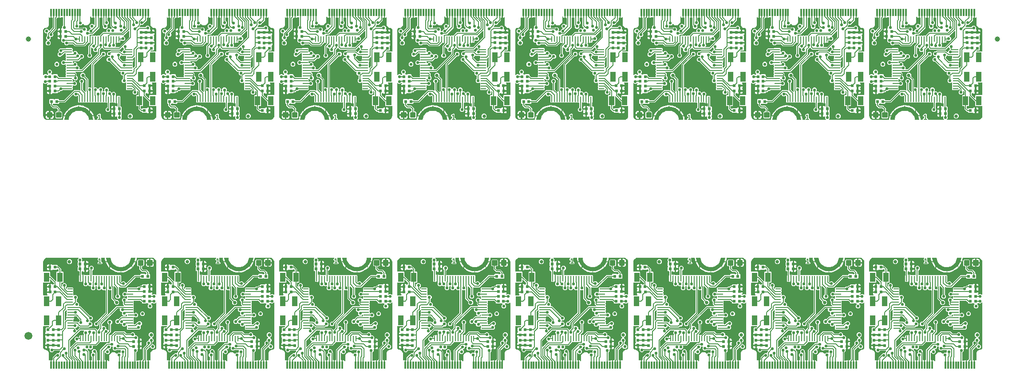
<source format=gtl>
G04 EAGLE Gerber RS-274X export*
G75*
%MOMM*%
%FSLAX34Y34*%
%LPD*%
%INTop Copper*%
%IPPOS*%
%AMOC8*
5,1,8,0,0,1.08239X$1,22.5*%
G01*
%ADD10C,0.152400*%
%ADD11R,0.600000X0.600000*%
%ADD12C,0.300000*%
%ADD13R,0.350000X1.450000*%
%ADD14C,0.454000*%
%ADD15C,0.101600*%
%ADD16R,1.000000X0.220000*%
%ADD17R,0.220000X1.000000*%
%ADD18R,1.100000X1.900000*%
%ADD19R,1.000000X1.800000*%
%ADD20C,0.635000*%
%ADD21C,1.000000*%
%ADD22C,1.500000*%
%ADD23C,0.558800*%
%ADD24C,0.200000*%

G36*
X1389450Y480663D02*
X1389450Y480663D01*
X1389469Y480661D01*
X1389571Y480683D01*
X1389673Y480699D01*
X1389690Y480709D01*
X1389710Y480713D01*
X1389799Y480766D01*
X1389890Y480815D01*
X1389904Y480829D01*
X1389921Y480839D01*
X1389988Y480918D01*
X1390059Y480993D01*
X1390068Y481011D01*
X1390081Y481026D01*
X1390120Y481122D01*
X1390163Y481216D01*
X1390165Y481236D01*
X1390173Y481254D01*
X1390181Y481330D01*
X1390214Y481453D01*
X1390218Y481486D01*
X1390236Y481570D01*
X1390388Y483006D01*
X1391130Y486369D01*
X1391599Y487739D01*
X1394358Y487739D01*
X1393466Y485077D01*
X1393465Y485067D01*
X1393457Y485042D01*
X1392737Y481044D01*
X1392741Y481005D01*
X1392735Y480967D01*
X1392748Y480937D01*
X1392752Y480905D01*
X1392776Y480875D01*
X1392792Y480839D01*
X1392819Y480821D01*
X1392839Y480796D01*
X1392876Y480783D01*
X1392909Y480762D01*
X1392964Y480754D01*
X1392971Y480751D01*
X1392975Y480752D01*
X1392982Y480751D01*
X1400982Y480751D01*
X1400983Y480751D01*
X1401046Y480769D01*
X1401116Y480790D01*
X1401117Y480790D01*
X1401160Y480840D01*
X1401208Y480895D01*
X1401208Y480896D01*
X1401229Y480967D01*
X1401611Y483829D01*
X1402430Y486578D01*
X1403669Y489164D01*
X1405297Y491525D01*
X1407275Y493603D01*
X1409553Y495345D01*
X1412076Y496709D01*
X1414781Y497662D01*
X1417601Y498180D01*
X1420482Y498251D01*
X1423363Y498180D01*
X1426183Y497662D01*
X1428889Y496709D01*
X1431411Y495345D01*
X1433689Y493603D01*
X1435667Y491525D01*
X1437295Y489164D01*
X1438534Y486578D01*
X1439353Y483829D01*
X1439735Y480967D01*
X1439767Y480895D01*
X1439792Y480839D01*
X1439852Y480799D01*
X1439908Y480762D01*
X1439909Y480762D01*
X1439982Y480751D01*
X1441135Y480751D01*
X1441183Y480731D01*
X1441277Y480688D01*
X1441297Y480686D01*
X1441315Y480678D01*
X1441482Y480660D01*
X1441502Y480663D01*
X1441521Y480661D01*
X1441522Y480661D01*
X1441623Y480683D01*
X1441725Y480699D01*
X1441742Y480709D01*
X1441762Y480713D01*
X1441825Y480751D01*
X1447982Y480751D01*
X1448019Y480762D01*
X1448057Y480762D01*
X1448084Y480781D01*
X1448116Y480790D01*
X1448141Y480819D01*
X1448173Y480840D01*
X1448186Y480870D01*
X1448208Y480895D01*
X1448214Y480933D01*
X1448229Y480968D01*
X1448228Y481026D01*
X1448229Y481033D01*
X1448228Y481036D01*
X1448228Y481042D01*
X1447534Y485053D01*
X1447530Y485062D01*
X1447526Y485089D01*
X1446653Y487739D01*
X1449408Y487739D01*
X1449958Y486008D01*
X1449968Y485961D01*
X1449968Y485960D01*
X1450603Y482867D01*
X1450731Y481563D01*
X1450739Y481531D01*
X1450753Y481440D01*
X1450795Y481286D01*
X1450796Y481280D01*
X1450812Y481178D01*
X1450822Y481161D01*
X1450826Y481141D01*
X1450879Y481052D01*
X1450928Y480961D01*
X1450942Y480947D01*
X1450952Y480930D01*
X1451031Y480863D01*
X1451106Y480791D01*
X1451124Y480783D01*
X1451139Y480770D01*
X1451235Y480731D01*
X1451329Y480688D01*
X1451349Y480686D01*
X1451367Y480678D01*
X1451534Y480660D01*
X1454545Y480660D01*
X1454565Y480663D01*
X1454585Y480661D01*
X1454686Y480683D01*
X1454788Y480699D01*
X1454805Y480709D01*
X1454825Y480713D01*
X1454914Y480766D01*
X1455005Y480815D01*
X1455019Y480829D01*
X1455036Y480839D01*
X1455103Y480918D01*
X1455175Y480993D01*
X1455183Y481011D01*
X1455196Y481026D01*
X1455235Y481122D01*
X1455278Y481216D01*
X1455280Y481236D01*
X1455288Y481254D01*
X1455306Y481421D01*
X1455306Y483039D01*
X1456646Y484379D01*
X1456944Y484379D01*
X1456964Y484382D01*
X1456983Y484380D01*
X1457085Y484402D01*
X1457187Y484418D01*
X1457204Y484428D01*
X1457224Y484432D01*
X1457313Y484485D01*
X1457404Y484534D01*
X1457418Y484548D01*
X1457435Y484558D01*
X1457502Y484637D01*
X1457574Y484712D01*
X1457582Y484730D01*
X1457595Y484745D01*
X1457634Y484841D01*
X1457677Y484935D01*
X1457679Y484955D01*
X1457687Y484973D01*
X1457705Y485140D01*
X1457705Y485814D01*
X1457689Y485914D01*
X1457679Y486014D01*
X1457669Y486035D01*
X1457666Y486057D01*
X1457618Y486146D01*
X1457576Y486238D01*
X1457561Y486255D01*
X1457550Y486274D01*
X1457477Y486344D01*
X1457408Y486418D01*
X1457388Y486428D01*
X1457372Y486444D01*
X1457280Y486486D01*
X1457192Y486534D01*
X1457164Y486540D01*
X1457149Y486547D01*
X1457116Y486551D01*
X1457028Y486571D01*
X1456399Y486641D01*
X1455216Y488120D01*
X1455425Y490003D01*
X1458432Y492408D01*
X1458451Y492430D01*
X1458494Y492464D01*
X1459064Y493034D01*
X1459092Y493042D01*
X1459166Y493054D01*
X1459209Y493078D01*
X1459257Y493092D01*
X1459282Y493108D01*
X1460077Y493019D01*
X1460105Y493021D01*
X1460161Y493015D01*
X1460966Y493015D01*
X1460992Y493001D01*
X1461053Y492957D01*
X1461100Y492943D01*
X1461144Y492919D01*
X1461173Y492913D01*
X1461672Y492288D01*
X1461694Y492269D01*
X1461728Y492226D01*
X1462298Y491656D01*
X1462306Y491628D01*
X1462318Y491554D01*
X1462342Y491511D01*
X1462356Y491463D01*
X1462372Y491438D01*
X1462283Y490643D01*
X1462285Y490615D01*
X1462279Y490559D01*
X1462279Y485140D01*
X1462282Y485120D01*
X1462280Y485101D01*
X1462302Y484999D01*
X1462318Y484897D01*
X1462328Y484880D01*
X1462332Y484860D01*
X1462385Y484771D01*
X1462434Y484680D01*
X1462448Y484666D01*
X1462458Y484649D01*
X1462537Y484582D01*
X1462612Y484510D01*
X1462630Y484502D01*
X1462645Y484489D01*
X1462741Y484450D01*
X1462835Y484407D01*
X1462855Y484405D01*
X1462873Y484397D01*
X1463040Y484379D01*
X1463338Y484379D01*
X1464678Y483039D01*
X1464678Y481421D01*
X1464681Y481401D01*
X1464679Y481382D01*
X1464701Y481280D01*
X1464717Y481178D01*
X1464727Y481161D01*
X1464731Y481141D01*
X1464784Y481052D01*
X1464832Y480961D01*
X1464847Y480947D01*
X1464857Y480930D01*
X1464936Y480863D01*
X1465011Y480791D01*
X1465029Y480783D01*
X1465044Y480770D01*
X1465140Y480731D01*
X1465234Y480688D01*
X1465254Y480686D01*
X1465272Y480678D01*
X1465439Y480660D01*
X1494577Y480660D01*
X1494648Y480671D01*
X1494719Y480673D01*
X1494768Y480691D01*
X1494820Y480699D01*
X1494883Y480733D01*
X1494950Y480758D01*
X1494991Y480790D01*
X1495037Y480815D01*
X1495086Y480867D01*
X1495142Y480911D01*
X1495171Y480955D01*
X1495206Y480993D01*
X1495237Y481058D01*
X1495275Y481118D01*
X1495288Y481169D01*
X1495310Y481216D01*
X1495318Y481287D01*
X1495335Y481357D01*
X1495331Y481409D01*
X1495337Y481460D01*
X1495322Y481531D01*
X1495316Y481602D01*
X1495296Y481650D01*
X1495285Y481701D01*
X1495248Y481762D01*
X1495220Y481828D01*
X1495175Y481884D01*
X1495159Y481912D01*
X1495141Y481927D01*
X1495115Y481959D01*
X1493863Y483211D01*
X1493863Y487050D01*
X1493852Y487121D01*
X1493850Y487193D01*
X1493832Y487242D01*
X1493824Y487293D01*
X1493790Y487356D01*
X1493765Y487424D01*
X1493733Y487465D01*
X1493708Y487510D01*
X1493656Y487560D01*
X1493612Y487616D01*
X1493568Y487644D01*
X1493530Y487680D01*
X1493465Y487710D01*
X1493405Y487749D01*
X1493354Y487762D01*
X1493307Y487783D01*
X1493236Y487791D01*
X1493166Y487809D01*
X1493114Y487805D01*
X1493063Y487811D01*
X1492992Y487795D01*
X1492921Y487790D01*
X1492873Y487769D01*
X1492822Y487758D01*
X1492761Y487721D01*
X1492695Y487693D01*
X1492639Y487649D01*
X1492611Y487632D01*
X1492596Y487614D01*
X1492564Y487589D01*
X1492542Y487567D01*
X1491963Y487232D01*
X1491316Y487059D01*
X1489481Y487059D01*
X1489481Y491862D01*
X1489478Y491881D01*
X1489480Y491901D01*
X1489458Y492003D01*
X1489442Y492105D01*
X1489432Y492122D01*
X1489428Y492142D01*
X1489375Y492231D01*
X1489326Y492322D01*
X1489312Y492336D01*
X1489302Y492353D01*
X1489223Y492420D01*
X1489148Y492491D01*
X1489130Y492500D01*
X1489115Y492513D01*
X1489019Y492551D01*
X1488925Y492595D01*
X1488905Y492597D01*
X1488887Y492604D01*
X1488963Y492617D01*
X1488980Y492626D01*
X1489000Y492630D01*
X1489089Y492683D01*
X1489180Y492732D01*
X1489194Y492746D01*
X1489211Y492756D01*
X1489278Y492835D01*
X1489350Y492910D01*
X1489358Y492928D01*
X1489371Y492943D01*
X1489410Y493040D01*
X1489453Y493133D01*
X1489455Y493153D01*
X1489463Y493171D01*
X1489481Y493338D01*
X1489481Y501262D01*
X1489478Y501281D01*
X1489480Y501301D01*
X1489458Y501403D01*
X1489442Y501505D01*
X1489432Y501522D01*
X1489428Y501542D01*
X1489375Y501631D01*
X1489326Y501722D01*
X1489312Y501736D01*
X1489302Y501753D01*
X1489223Y501820D01*
X1489148Y501891D01*
X1489130Y501900D01*
X1489115Y501913D01*
X1489019Y501951D01*
X1488925Y501995D01*
X1488905Y501997D01*
X1488887Y502004D01*
X1488963Y502017D01*
X1488980Y502026D01*
X1489000Y502030D01*
X1489089Y502083D01*
X1489180Y502132D01*
X1489194Y502146D01*
X1489211Y502156D01*
X1489278Y502235D01*
X1489350Y502310D01*
X1489358Y502328D01*
X1489371Y502343D01*
X1489410Y502440D01*
X1489453Y502533D01*
X1489455Y502553D01*
X1489463Y502571D01*
X1489481Y502738D01*
X1489481Y507541D01*
X1491316Y507541D01*
X1491963Y507368D01*
X1492542Y507033D01*
X1493015Y506560D01*
X1493021Y506550D01*
X1493096Y506459D01*
X1493170Y506365D01*
X1493174Y506363D01*
X1493177Y506360D01*
X1493276Y506297D01*
X1493377Y506232D01*
X1493381Y506231D01*
X1493385Y506229D01*
X1493500Y506201D01*
X1493616Y506172D01*
X1493620Y506173D01*
X1493624Y506172D01*
X1493743Y506182D01*
X1493861Y506191D01*
X1493865Y506193D01*
X1493869Y506193D01*
X1493977Y506241D01*
X1494087Y506288D01*
X1494091Y506291D01*
X1494094Y506292D01*
X1494104Y506301D01*
X1494218Y506393D01*
X1494401Y506575D01*
X1494414Y506578D01*
X1494503Y506631D01*
X1494594Y506680D01*
X1494608Y506694D01*
X1494625Y506704D01*
X1494692Y506783D01*
X1494764Y506858D01*
X1494772Y506876D01*
X1494785Y506891D01*
X1494824Y506987D01*
X1494867Y507081D01*
X1494869Y507101D01*
X1494877Y507119D01*
X1494895Y507286D01*
X1494895Y512010D01*
X1494876Y512126D01*
X1494858Y512245D01*
X1494856Y512249D01*
X1494856Y512253D01*
X1494801Y512356D01*
X1494745Y512463D01*
X1494742Y512466D01*
X1494740Y512470D01*
X1494655Y512551D01*
X1494569Y512635D01*
X1494565Y512637D01*
X1494562Y512639D01*
X1494455Y512689D01*
X1494347Y512741D01*
X1494343Y512741D01*
X1494339Y512743D01*
X1494221Y512756D01*
X1494103Y512770D01*
X1494098Y512770D01*
X1494095Y512770D01*
X1494081Y512767D01*
X1493937Y512745D01*
X1493617Y512659D01*
X1492943Y512659D01*
X1492943Y520200D01*
X1492943Y527741D01*
X1493616Y527741D01*
X1494263Y527568D01*
X1494842Y527233D01*
X1495127Y526948D01*
X1495201Y526895D01*
X1495271Y526835D01*
X1495301Y526823D01*
X1495327Y526804D01*
X1495414Y526777D01*
X1495499Y526743D01*
X1495540Y526739D01*
X1495562Y526732D01*
X1495594Y526733D01*
X1495666Y526725D01*
X1498914Y526725D01*
X1499807Y525832D01*
X1499807Y514568D01*
X1499692Y514453D01*
X1499639Y514379D01*
X1499579Y514310D01*
X1499567Y514280D01*
X1499548Y514254D01*
X1499521Y514167D01*
X1499487Y514082D01*
X1499483Y514041D01*
X1499476Y514019D01*
X1499477Y513986D01*
X1499469Y513915D01*
X1499469Y507286D01*
X1499471Y507273D01*
X1499470Y507264D01*
X1499471Y507258D01*
X1499470Y507247D01*
X1499492Y507145D01*
X1499508Y507043D01*
X1499518Y507026D01*
X1499522Y507006D01*
X1499575Y506917D01*
X1499624Y506826D01*
X1499638Y506812D01*
X1499648Y506795D01*
X1499727Y506728D01*
X1499802Y506656D01*
X1499820Y506648D01*
X1499835Y506635D01*
X1499931Y506596D01*
X1500025Y506553D01*
X1500045Y506551D01*
X1500063Y506543D01*
X1500230Y506525D01*
X1501614Y506525D01*
X1502507Y505632D01*
X1502507Y498368D01*
X1501977Y497838D01*
X1501965Y497822D01*
X1501949Y497810D01*
X1501893Y497722D01*
X1501833Y497639D01*
X1501827Y497620D01*
X1501816Y497603D01*
X1501791Y497502D01*
X1501761Y497403D01*
X1501761Y497384D01*
X1501756Y497364D01*
X1501764Y497261D01*
X1501767Y497158D01*
X1501774Y497139D01*
X1501775Y497119D01*
X1501816Y497024D01*
X1501851Y496927D01*
X1501864Y496911D01*
X1501872Y496893D01*
X1501977Y496762D01*
X1502507Y496232D01*
X1502507Y488968D01*
X1501952Y488414D01*
X1501941Y488398D01*
X1501925Y488385D01*
X1501869Y488298D01*
X1501809Y488214D01*
X1501803Y488195D01*
X1501792Y488178D01*
X1501767Y488078D01*
X1501736Y487979D01*
X1501737Y487959D01*
X1501732Y487940D01*
X1501740Y487837D01*
X1501743Y487733D01*
X1501750Y487714D01*
X1501751Y487695D01*
X1501791Y487600D01*
X1501827Y487502D01*
X1501840Y487487D01*
X1501847Y487468D01*
X1501952Y487337D01*
X1502501Y486789D01*
X1502501Y483211D01*
X1501249Y481959D01*
X1501207Y481901D01*
X1501158Y481849D01*
X1501136Y481802D01*
X1501105Y481760D01*
X1501084Y481691D01*
X1501054Y481626D01*
X1501048Y481574D01*
X1501033Y481524D01*
X1501035Y481453D01*
X1501027Y481382D01*
X1501038Y481331D01*
X1501039Y481279D01*
X1501064Y481211D01*
X1501079Y481141D01*
X1501106Y481096D01*
X1501124Y481048D01*
X1501169Y480992D01*
X1501205Y480930D01*
X1501245Y480896D01*
X1501277Y480856D01*
X1501338Y480817D01*
X1501392Y480770D01*
X1501441Y480751D01*
X1501484Y480723D01*
X1501554Y480705D01*
X1501620Y480678D01*
X1501692Y480670D01*
X1501723Y480662D01*
X1501746Y480664D01*
X1501787Y480660D01*
X1560417Y480660D01*
X1560449Y480665D01*
X1560531Y480668D01*
X1562359Y480947D01*
X1562417Y480966D01*
X1562477Y480975D01*
X1562562Y481013D01*
X1562593Y481023D01*
X1562606Y481033D01*
X1562631Y481043D01*
X1565803Y482909D01*
X1565886Y482979D01*
X1565972Y483045D01*
X1565983Y483059D01*
X1565992Y483067D01*
X1566007Y483092D01*
X1566073Y483179D01*
X1567939Y486351D01*
X1567961Y486408D01*
X1567992Y486461D01*
X1568010Y486528D01*
X1568017Y486545D01*
X1568019Y486559D01*
X1568027Y486581D01*
X1568028Y486597D01*
X1568035Y486623D01*
X1568314Y488451D01*
X1568313Y488484D01*
X1568322Y488565D01*
X1568322Y506646D01*
X1568311Y506717D01*
X1568309Y506789D01*
X1568291Y506838D01*
X1568283Y506889D01*
X1568249Y506952D01*
X1568224Y507020D01*
X1568192Y507060D01*
X1568167Y507106D01*
X1568116Y507156D01*
X1568071Y507212D01*
X1568027Y507240D01*
X1567989Y507276D01*
X1567924Y507306D01*
X1567864Y507345D01*
X1567813Y507357D01*
X1567766Y507379D01*
X1567695Y507387D01*
X1567625Y507405D01*
X1567573Y507401D01*
X1567522Y507406D01*
X1567451Y507391D01*
X1567380Y507386D01*
X1567332Y507365D01*
X1567281Y507354D01*
X1567220Y507317D01*
X1567154Y507289D01*
X1567136Y507275D01*
X1555850Y507275D01*
X1554957Y508168D01*
X1554957Y514752D01*
X1554954Y514772D01*
X1554956Y514791D01*
X1554934Y514893D01*
X1554918Y514995D01*
X1554908Y515012D01*
X1554904Y515032D01*
X1554851Y515121D01*
X1554802Y515212D01*
X1554788Y515226D01*
X1554778Y515243D01*
X1554699Y515310D01*
X1554624Y515382D01*
X1554606Y515390D01*
X1554591Y515403D01*
X1554495Y515442D01*
X1554401Y515485D01*
X1554381Y515487D01*
X1554363Y515495D01*
X1554352Y515496D01*
X1552772Y517076D01*
X1544306Y525542D01*
X1544248Y525584D01*
X1544196Y525633D01*
X1544149Y525655D01*
X1544107Y525685D01*
X1544038Y525706D01*
X1543973Y525737D01*
X1543921Y525742D01*
X1543871Y525758D01*
X1543800Y525756D01*
X1543729Y525764D01*
X1543678Y525753D01*
X1543626Y525751D01*
X1543558Y525727D01*
X1543488Y525712D01*
X1543443Y525685D01*
X1543395Y525667D01*
X1543339Y525622D01*
X1543277Y525585D01*
X1543243Y525546D01*
X1543203Y525513D01*
X1543164Y525453D01*
X1543117Y525398D01*
X1543098Y525350D01*
X1543070Y525306D01*
X1543052Y525237D01*
X1543025Y525170D01*
X1543017Y525099D01*
X1543009Y525068D01*
X1543011Y525044D01*
X1543007Y525004D01*
X1543007Y508168D01*
X1542114Y507275D01*
X1539530Y507275D01*
X1539510Y507272D01*
X1539491Y507274D01*
X1539389Y507252D01*
X1539287Y507236D01*
X1539270Y507226D01*
X1539250Y507222D01*
X1539161Y507169D01*
X1539070Y507120D01*
X1539056Y507106D01*
X1539039Y507096D01*
X1538972Y507017D01*
X1538900Y506942D01*
X1538892Y506924D01*
X1538879Y506909D01*
X1538840Y506813D01*
X1538797Y506719D01*
X1538795Y506699D01*
X1538787Y506681D01*
X1538769Y506514D01*
X1538769Y503893D01*
X1538783Y503802D01*
X1538791Y503712D01*
X1538803Y503682D01*
X1538808Y503650D01*
X1538851Y503569D01*
X1538887Y503485D01*
X1538913Y503453D01*
X1538924Y503432D01*
X1538947Y503410D01*
X1538992Y503354D01*
X1539873Y502473D01*
X1539889Y502462D01*
X1539901Y502446D01*
X1539989Y502390D01*
X1540072Y502330D01*
X1540091Y502324D01*
X1540108Y502313D01*
X1540209Y502288D01*
X1540307Y502257D01*
X1540327Y502258D01*
X1540347Y502253D01*
X1540450Y502261D01*
X1540553Y502264D01*
X1540572Y502271D01*
X1540592Y502272D01*
X1540687Y502313D01*
X1540784Y502348D01*
X1540800Y502361D01*
X1540818Y502369D01*
X1540949Y502473D01*
X1541950Y503475D01*
X1549214Y503475D01*
X1549346Y503343D01*
X1549441Y503274D01*
X1549538Y503203D01*
X1549542Y503201D01*
X1549545Y503199D01*
X1549659Y503164D01*
X1549772Y503128D01*
X1549777Y503128D01*
X1549780Y503127D01*
X1549899Y503130D01*
X1550018Y503132D01*
X1550022Y503133D01*
X1550026Y503133D01*
X1550137Y503174D01*
X1550250Y503213D01*
X1550253Y503216D01*
X1550257Y503217D01*
X1550350Y503292D01*
X1550444Y503365D01*
X1550447Y503369D01*
X1550449Y503371D01*
X1550457Y503383D01*
X1550543Y503500D01*
X1550549Y503510D01*
X1551022Y503983D01*
X1551601Y504318D01*
X1552248Y504491D01*
X1554083Y504491D01*
X1554083Y499688D01*
X1554086Y499670D01*
X1554084Y499652D01*
X1554084Y499651D01*
X1554084Y499649D01*
X1554106Y499547D01*
X1554122Y499445D01*
X1554132Y499428D01*
X1554136Y499408D01*
X1554189Y499319D01*
X1554238Y499228D01*
X1554252Y499214D01*
X1554262Y499197D01*
X1554341Y499130D01*
X1554416Y499059D01*
X1554434Y499050D01*
X1554449Y499037D01*
X1554545Y498999D01*
X1554639Y498955D01*
X1554659Y498953D01*
X1554677Y498946D01*
X1554601Y498933D01*
X1554584Y498924D01*
X1554564Y498920D01*
X1554475Y498867D01*
X1554384Y498818D01*
X1554370Y498804D01*
X1554353Y498794D01*
X1554286Y498715D01*
X1554214Y498640D01*
X1554206Y498622D01*
X1554193Y498607D01*
X1554154Y498510D01*
X1554111Y498417D01*
X1554109Y498397D01*
X1554101Y498379D01*
X1554083Y498212D01*
X1554083Y493409D01*
X1552248Y493409D01*
X1551601Y493582D01*
X1551022Y493917D01*
X1550549Y494390D01*
X1550543Y494400D01*
X1550468Y494491D01*
X1550394Y494585D01*
X1550390Y494587D01*
X1550387Y494590D01*
X1550288Y494653D01*
X1550187Y494718D01*
X1550183Y494719D01*
X1550179Y494721D01*
X1550064Y494749D01*
X1549948Y494778D01*
X1549944Y494777D01*
X1549940Y494778D01*
X1549821Y494768D01*
X1549703Y494759D01*
X1549699Y494757D01*
X1549695Y494757D01*
X1549587Y494709D01*
X1549477Y494662D01*
X1549473Y494659D01*
X1549470Y494658D01*
X1549460Y494649D01*
X1549346Y494557D01*
X1549214Y494425D01*
X1541950Y494425D01*
X1541057Y495318D01*
X1541057Y495902D01*
X1541055Y495915D01*
X1541056Y495924D01*
X1541055Y495930D01*
X1541056Y495941D01*
X1541034Y496043D01*
X1541018Y496145D01*
X1541008Y496162D01*
X1541004Y496182D01*
X1540951Y496271D01*
X1540902Y496362D01*
X1540888Y496376D01*
X1540878Y496393D01*
X1540799Y496460D01*
X1540724Y496532D01*
X1540706Y496540D01*
X1540691Y496553D01*
X1540595Y496592D01*
X1540501Y496635D01*
X1540481Y496637D01*
X1540463Y496645D01*
X1540296Y496663D01*
X1539215Y496663D01*
X1534195Y501683D01*
X1534195Y506514D01*
X1534192Y506534D01*
X1534194Y506553D01*
X1534172Y506655D01*
X1534156Y506757D01*
X1534146Y506774D01*
X1534142Y506794D01*
X1534089Y506883D01*
X1534040Y506974D01*
X1534026Y506988D01*
X1534016Y507005D01*
X1533937Y507072D01*
X1533862Y507144D01*
X1533844Y507152D01*
X1533829Y507165D01*
X1533733Y507204D01*
X1533639Y507247D01*
X1533619Y507249D01*
X1533601Y507257D01*
X1533434Y507275D01*
X1530850Y507275D01*
X1529957Y508168D01*
X1529957Y527432D01*
X1530850Y528325D01*
X1533434Y528325D01*
X1533454Y528328D01*
X1533473Y528326D01*
X1533575Y528348D01*
X1533677Y528364D01*
X1533694Y528374D01*
X1533714Y528378D01*
X1533803Y528431D01*
X1533894Y528480D01*
X1533908Y528494D01*
X1533925Y528504D01*
X1533992Y528583D01*
X1534064Y528658D01*
X1534072Y528676D01*
X1534085Y528691D01*
X1534124Y528787D01*
X1534167Y528881D01*
X1534169Y528901D01*
X1534177Y528919D01*
X1534195Y529086D01*
X1534195Y534535D01*
X1534181Y534625D01*
X1534173Y534716D01*
X1534161Y534746D01*
X1534156Y534777D01*
X1534113Y534858D01*
X1534077Y534942D01*
X1534051Y534974D01*
X1534040Y534995D01*
X1534017Y535017D01*
X1533972Y535073D01*
X1533530Y535515D01*
X1533472Y535557D01*
X1533420Y535606D01*
X1533373Y535628D01*
X1533331Y535659D01*
X1533262Y535680D01*
X1533197Y535710D01*
X1533145Y535716D01*
X1533095Y535731D01*
X1533024Y535729D01*
X1532953Y535737D01*
X1532902Y535726D01*
X1532850Y535725D01*
X1532782Y535700D01*
X1532712Y535685D01*
X1532667Y535658D01*
X1532619Y535640D01*
X1532563Y535595D01*
X1532501Y535559D01*
X1532467Y535519D01*
X1532427Y535486D01*
X1532388Y535426D01*
X1532341Y535372D01*
X1532322Y535323D01*
X1532294Y535280D01*
X1532276Y535210D01*
X1532249Y535144D01*
X1532241Y535072D01*
X1532233Y535041D01*
X1532235Y535018D01*
X1532231Y534977D01*
X1532231Y531871D01*
X1529701Y529341D01*
X1526123Y529341D01*
X1523593Y531871D01*
X1523593Y535449D01*
X1525402Y537258D01*
X1525455Y537332D01*
X1525515Y537401D01*
X1525527Y537431D01*
X1525546Y537458D01*
X1525573Y537544D01*
X1525607Y537629D01*
X1525611Y537670D01*
X1525618Y537693D01*
X1525617Y537725D01*
X1525625Y537796D01*
X1525625Y538747D01*
X1525611Y538837D01*
X1525603Y538928D01*
X1525591Y538958D01*
X1525586Y538990D01*
X1525543Y539071D01*
X1525507Y539155D01*
X1525481Y539187D01*
X1525470Y539208D01*
X1525447Y539230D01*
X1525402Y539286D01*
X1525006Y539682D01*
X1524948Y539724D01*
X1524896Y539773D01*
X1524849Y539795D01*
X1524807Y539825D01*
X1524738Y539846D01*
X1524673Y539877D01*
X1524621Y539882D01*
X1524571Y539898D01*
X1524500Y539896D01*
X1524429Y539904D01*
X1524378Y539893D01*
X1524326Y539891D01*
X1524258Y539867D01*
X1524188Y539852D01*
X1524143Y539825D01*
X1524095Y539807D01*
X1524039Y539762D01*
X1523977Y539725D01*
X1523943Y539686D01*
X1523903Y539653D01*
X1523864Y539593D01*
X1523817Y539538D01*
X1523798Y539490D01*
X1523770Y539446D01*
X1523752Y539377D01*
X1523725Y539310D01*
X1523717Y539239D01*
X1523709Y539208D01*
X1523711Y539184D01*
X1523707Y539144D01*
X1523707Y538468D01*
X1522814Y537575D01*
X1511550Y537575D01*
X1510657Y538468D01*
X1510657Y541932D01*
X1510887Y542162D01*
X1510899Y542178D01*
X1510915Y542190D01*
X1510971Y542277D01*
X1511031Y542361D01*
X1511037Y542380D01*
X1511048Y542397D01*
X1511073Y542498D01*
X1511103Y542596D01*
X1511103Y542616D01*
X1511108Y542636D01*
X1511100Y542739D01*
X1511097Y542842D01*
X1511090Y542861D01*
X1511089Y542881D01*
X1511048Y542976D01*
X1511013Y543073D01*
X1511000Y543089D01*
X1510992Y543107D01*
X1510887Y543238D01*
X1510657Y543468D01*
X1510657Y546932D01*
X1510887Y547162D01*
X1510899Y547178D01*
X1510915Y547190D01*
X1510971Y547278D01*
X1511031Y547361D01*
X1511037Y547380D01*
X1511048Y547397D01*
X1511073Y547498D01*
X1511103Y547597D01*
X1511103Y547617D01*
X1511108Y547636D01*
X1511100Y547739D01*
X1511097Y547842D01*
X1511090Y547861D01*
X1511089Y547881D01*
X1511048Y547976D01*
X1511013Y548073D01*
X1511000Y548089D01*
X1510992Y548107D01*
X1510887Y548238D01*
X1510657Y548468D01*
X1510657Y551630D01*
X1510646Y551701D01*
X1510644Y551772D01*
X1510626Y551821D01*
X1510618Y551873D01*
X1510584Y551936D01*
X1510559Y552003D01*
X1510527Y552044D01*
X1510502Y552090D01*
X1510450Y552139D01*
X1510406Y552195D01*
X1510362Y552223D01*
X1510324Y552259D01*
X1510259Y552290D01*
X1510199Y552328D01*
X1510148Y552341D01*
X1510101Y552363D01*
X1510030Y552371D01*
X1509960Y552388D01*
X1509908Y552384D01*
X1509857Y552390D01*
X1509786Y552375D01*
X1509715Y552369D01*
X1509667Y552349D01*
X1509616Y552338D01*
X1509555Y552301D01*
X1509489Y552273D01*
X1509433Y552228D01*
X1509405Y552212D01*
X1509390Y552194D01*
X1509358Y552168D01*
X1508671Y551481D01*
X1505093Y551481D01*
X1502563Y554011D01*
X1502563Y557589D01*
X1504372Y559398D01*
X1504425Y559472D01*
X1504485Y559541D01*
X1504497Y559571D01*
X1504516Y559598D01*
X1504543Y559685D01*
X1504577Y559769D01*
X1504581Y559810D01*
X1504588Y559833D01*
X1504587Y559865D01*
X1504595Y559936D01*
X1504595Y564980D01*
X1504592Y565000D01*
X1504594Y565019D01*
X1504572Y565121D01*
X1504556Y565223D01*
X1504546Y565240D01*
X1504542Y565260D01*
X1504489Y565349D01*
X1504440Y565440D01*
X1504426Y565454D01*
X1504416Y565471D01*
X1504337Y565538D01*
X1504262Y565610D01*
X1504244Y565618D01*
X1504229Y565631D01*
X1504133Y565670D01*
X1504039Y565713D01*
X1504019Y565715D01*
X1504001Y565723D01*
X1503834Y565741D01*
X1502833Y565741D01*
X1500303Y568271D01*
X1500303Y572152D01*
X1500300Y572172D01*
X1500302Y572191D01*
X1500280Y572293D01*
X1500264Y572395D01*
X1500254Y572412D01*
X1500250Y572432D01*
X1500197Y572521D01*
X1500148Y572612D01*
X1500134Y572626D01*
X1500124Y572643D01*
X1500045Y572710D01*
X1499970Y572782D01*
X1499952Y572790D01*
X1499937Y572803D01*
X1499841Y572842D01*
X1499747Y572885D01*
X1499727Y572887D01*
X1499709Y572895D01*
X1499542Y572913D01*
X1497675Y572913D01*
X1478950Y591638D01*
X1478876Y591691D01*
X1478806Y591751D01*
X1478776Y591763D01*
X1478750Y591782D01*
X1478663Y591809D01*
X1478578Y591843D01*
X1478537Y591847D01*
X1478515Y591854D01*
X1478483Y591853D01*
X1478411Y591861D01*
X1476383Y591861D01*
X1473853Y594391D01*
X1473853Y597969D01*
X1476383Y600499D01*
X1479072Y600499D01*
X1479092Y600502D01*
X1479111Y600500D01*
X1479213Y600522D01*
X1479315Y600538D01*
X1479332Y600548D01*
X1479352Y600552D01*
X1479441Y600605D01*
X1479532Y600654D01*
X1479546Y600668D01*
X1479563Y600678D01*
X1479630Y600757D01*
X1479702Y600832D01*
X1479710Y600850D01*
X1479723Y600865D01*
X1479762Y600961D01*
X1479805Y601055D01*
X1479807Y601075D01*
X1479815Y601093D01*
X1479833Y601260D01*
X1479833Y602170D01*
X1479830Y602190D01*
X1479832Y602209D01*
X1479810Y602311D01*
X1479794Y602413D01*
X1479784Y602430D01*
X1479780Y602450D01*
X1479727Y602539D01*
X1479678Y602630D01*
X1479664Y602644D01*
X1479654Y602661D01*
X1479575Y602728D01*
X1479500Y602800D01*
X1479482Y602808D01*
X1479467Y602821D01*
X1479371Y602860D01*
X1479277Y602903D01*
X1479257Y602905D01*
X1479239Y602913D01*
X1479072Y602931D01*
X1476785Y602931D01*
X1474255Y605461D01*
X1474255Y609039D01*
X1476785Y611569D01*
X1479343Y611569D01*
X1479434Y611583D01*
X1479524Y611591D01*
X1479554Y611603D01*
X1479586Y611608D01*
X1479667Y611651D01*
X1479751Y611687D01*
X1479783Y611713D01*
X1479804Y611724D01*
X1479826Y611747D01*
X1479828Y611749D01*
X1479830Y611750D01*
X1479831Y611751D01*
X1479882Y611792D01*
X1481377Y613287D01*
X1498929Y613287D01*
X1500492Y611724D01*
X1501664Y610552D01*
X1501722Y610510D01*
X1501774Y610461D01*
X1501821Y610439D01*
X1501863Y610409D01*
X1501932Y610388D01*
X1501997Y610357D01*
X1502049Y610352D01*
X1502099Y610336D01*
X1502170Y610338D01*
X1502241Y610330D01*
X1502292Y610341D01*
X1502344Y610343D01*
X1502412Y610367D01*
X1502482Y610382D01*
X1502527Y610409D01*
X1502575Y610427D01*
X1502631Y610472D01*
X1502693Y610509D01*
X1502727Y610548D01*
X1502767Y610581D01*
X1502806Y610641D01*
X1502853Y610696D01*
X1502872Y610744D01*
X1502900Y610788D01*
X1502918Y610857D01*
X1502945Y610924D01*
X1502953Y610995D01*
X1502961Y611026D01*
X1502959Y611050D01*
X1502963Y611090D01*
X1502963Y611989D01*
X1505493Y614519D01*
X1505834Y614519D01*
X1505854Y614522D01*
X1505873Y614520D01*
X1505975Y614542D01*
X1506077Y614558D01*
X1506094Y614568D01*
X1506114Y614572D01*
X1506203Y614625D01*
X1506294Y614674D01*
X1506308Y614688D01*
X1506325Y614698D01*
X1506392Y614777D01*
X1506464Y614852D01*
X1506472Y614870D01*
X1506485Y614885D01*
X1506524Y614981D01*
X1506567Y615075D01*
X1506569Y615095D01*
X1506577Y615113D01*
X1506595Y615280D01*
X1506595Y616564D01*
X1506581Y616654D01*
X1506573Y616745D01*
X1506561Y616775D01*
X1506556Y616807D01*
X1506513Y616887D01*
X1506477Y616971D01*
X1506451Y617003D01*
X1506440Y617024D01*
X1506417Y617046D01*
X1506372Y617102D01*
X1504418Y619056D01*
X1504402Y619068D01*
X1504390Y619083D01*
X1504303Y619139D01*
X1504219Y619199D01*
X1504200Y619205D01*
X1504183Y619216D01*
X1504082Y619241D01*
X1503984Y619272D01*
X1503964Y619271D01*
X1503944Y619276D01*
X1503841Y619268D01*
X1503738Y619265D01*
X1503719Y619259D01*
X1503699Y619257D01*
X1503604Y619217D01*
X1503507Y619181D01*
X1503491Y619169D01*
X1503473Y619161D01*
X1503342Y619056D01*
X1499293Y615007D01*
X1468641Y615007D01*
X1467078Y616570D01*
X1465488Y618160D01*
X1465472Y618171D01*
X1465460Y618187D01*
X1465372Y618243D01*
X1465289Y618303D01*
X1465270Y618309D01*
X1465253Y618320D01*
X1465152Y618345D01*
X1465053Y618376D01*
X1465034Y618375D01*
X1465014Y618380D01*
X1464911Y618372D01*
X1464808Y618369D01*
X1464789Y618362D01*
X1464769Y618361D01*
X1464674Y618321D01*
X1464577Y618285D01*
X1464561Y618272D01*
X1464543Y618265D01*
X1464412Y618160D01*
X1460908Y614656D01*
X1460855Y614582D01*
X1460795Y614512D01*
X1460783Y614482D01*
X1460764Y614456D01*
X1460737Y614369D01*
X1460703Y614284D01*
X1460699Y614243D01*
X1460692Y614221D01*
X1460693Y614189D01*
X1460685Y614117D01*
X1460685Y605469D01*
X1459122Y603906D01*
X1429692Y574476D01*
X1428129Y572913D01*
X1414740Y572913D01*
X1414670Y572902D01*
X1414598Y572900D01*
X1414549Y572882D01*
X1414498Y572874D01*
X1414434Y572840D01*
X1414367Y572815D01*
X1414326Y572783D01*
X1414280Y572758D01*
X1414231Y572707D01*
X1414175Y572662D01*
X1414147Y572618D01*
X1414111Y572580D01*
X1414081Y572515D01*
X1414042Y572455D01*
X1414029Y572404D01*
X1414007Y572357D01*
X1413999Y572286D01*
X1413982Y572216D01*
X1413986Y572164D01*
X1413980Y572113D01*
X1413995Y572042D01*
X1414001Y571971D01*
X1414021Y571923D01*
X1414032Y571872D01*
X1414069Y571811D01*
X1414097Y571745D01*
X1414142Y571689D01*
X1414159Y571661D01*
X1414176Y571646D01*
X1414202Y571614D01*
X1414646Y571170D01*
X1416209Y569607D01*
X1416209Y565156D01*
X1416212Y565137D01*
X1416210Y565119D01*
X1416225Y565050D01*
X1416231Y564975D01*
X1416243Y564945D01*
X1416248Y564913D01*
X1416259Y564894D01*
X1416262Y564879D01*
X1416296Y564823D01*
X1416327Y564749D01*
X1416353Y564717D01*
X1416364Y564696D01*
X1416381Y564679D01*
X1416388Y564668D01*
X1416400Y564657D01*
X1416432Y564618D01*
X1418241Y562809D01*
X1418241Y559231D01*
X1415711Y556701D01*
X1412133Y556701D01*
X1410006Y558828D01*
X1409948Y558870D01*
X1409896Y558919D01*
X1409849Y558941D01*
X1409807Y558972D01*
X1409738Y558993D01*
X1409673Y559023D01*
X1409621Y559029D01*
X1409571Y559044D01*
X1409500Y559042D01*
X1409429Y559050D01*
X1409378Y559039D01*
X1409326Y559038D01*
X1409258Y559013D01*
X1409188Y558998D01*
X1409143Y558971D01*
X1409095Y558953D01*
X1409039Y558908D01*
X1408977Y558872D01*
X1408943Y558832D01*
X1408903Y558800D01*
X1408864Y558739D01*
X1408817Y558685D01*
X1408798Y558636D01*
X1408770Y558593D01*
X1408752Y558523D01*
X1408746Y558507D01*
X1408477Y558238D01*
X1408465Y558222D01*
X1408449Y558210D01*
X1408393Y558122D01*
X1408333Y558039D01*
X1408327Y558020D01*
X1408316Y558003D01*
X1408291Y557902D01*
X1408261Y557803D01*
X1408261Y557783D01*
X1408256Y557764D01*
X1408264Y557661D01*
X1408267Y557558D01*
X1408274Y557539D01*
X1408275Y557519D01*
X1408316Y557424D01*
X1408351Y557327D01*
X1408364Y557311D01*
X1408372Y557293D01*
X1408477Y557162D01*
X1408707Y556932D01*
X1408707Y554170D01*
X1408718Y554099D01*
X1408720Y554028D01*
X1408738Y553979D01*
X1408746Y553927D01*
X1408780Y553864D01*
X1408805Y553797D01*
X1408837Y553756D01*
X1408862Y553710D01*
X1408914Y553661D01*
X1408958Y553605D01*
X1409002Y553577D01*
X1409040Y553541D01*
X1409105Y553510D01*
X1409165Y553472D01*
X1409216Y553459D01*
X1409263Y553437D01*
X1409334Y553429D01*
X1409404Y553412D01*
X1409456Y553416D01*
X1409507Y553410D01*
X1409578Y553425D01*
X1409649Y553431D01*
X1409697Y553451D01*
X1409748Y553462D01*
X1409809Y553499D01*
X1409875Y553527D01*
X1409931Y553572D01*
X1409959Y553588D01*
X1409974Y553606D01*
X1410006Y553632D01*
X1410893Y554519D01*
X1414471Y554519D01*
X1417001Y551989D01*
X1417001Y548411D01*
X1414471Y545881D01*
X1410893Y545881D01*
X1410006Y546768D01*
X1409948Y546810D01*
X1409896Y546859D01*
X1409849Y546881D01*
X1409807Y546912D01*
X1409738Y546933D01*
X1409673Y546963D01*
X1409621Y546969D01*
X1409571Y546984D01*
X1409500Y546982D01*
X1409429Y546990D01*
X1409378Y546979D01*
X1409326Y546978D01*
X1409258Y546953D01*
X1409188Y546938D01*
X1409143Y546911D01*
X1409095Y546893D01*
X1409039Y546848D01*
X1408977Y546812D01*
X1408943Y546772D01*
X1408903Y546740D01*
X1408864Y546679D01*
X1408817Y546625D01*
X1408798Y546576D01*
X1408770Y546533D01*
X1408752Y546463D01*
X1408725Y546397D01*
X1408717Y546325D01*
X1408709Y546294D01*
X1408711Y546271D01*
X1408707Y546230D01*
X1408707Y543468D01*
X1408477Y543238D01*
X1408465Y543222D01*
X1408449Y543210D01*
X1408393Y543123D01*
X1408333Y543039D01*
X1408327Y543020D01*
X1408316Y543003D01*
X1408291Y542902D01*
X1408261Y542804D01*
X1408261Y542784D01*
X1408256Y542764D01*
X1408264Y542661D01*
X1408267Y542558D01*
X1408274Y542539D01*
X1408275Y542519D01*
X1408316Y542424D01*
X1408351Y542327D01*
X1408364Y542311D01*
X1408372Y542293D01*
X1408477Y542162D01*
X1408707Y541932D01*
X1408707Y538468D01*
X1407814Y537575D01*
X1396550Y537575D01*
X1396459Y537667D01*
X1396443Y537678D01*
X1396430Y537694D01*
X1396343Y537750D01*
X1396259Y537810D01*
X1396240Y537816D01*
X1396223Y537827D01*
X1396123Y537852D01*
X1396024Y537883D01*
X1396004Y537882D01*
X1395985Y537887D01*
X1395882Y537879D01*
X1395778Y537876D01*
X1395760Y537869D01*
X1395740Y537868D01*
X1395645Y537827D01*
X1395606Y537813D01*
X1390218Y537813D01*
X1390128Y537799D01*
X1390037Y537791D01*
X1390007Y537779D01*
X1389975Y537774D01*
X1389895Y537731D01*
X1389811Y537695D01*
X1389779Y537669D01*
X1389758Y537658D01*
X1389736Y537635D01*
X1389680Y537590D01*
X1387871Y535781D01*
X1385313Y535781D01*
X1385222Y535767D01*
X1385132Y535759D01*
X1385102Y535747D01*
X1385070Y535742D01*
X1384989Y535699D01*
X1384905Y535663D01*
X1384873Y535637D01*
X1384852Y535626D01*
X1384830Y535603D01*
X1384774Y535558D01*
X1382929Y533713D01*
X1380768Y533713D01*
X1380748Y533710D01*
X1380729Y533712D01*
X1380627Y533690D01*
X1380525Y533674D01*
X1380508Y533664D01*
X1380488Y533660D01*
X1380399Y533607D01*
X1380308Y533558D01*
X1380294Y533544D01*
X1380277Y533534D01*
X1380210Y533455D01*
X1380138Y533380D01*
X1380130Y533362D01*
X1380117Y533347D01*
X1380078Y533251D01*
X1380035Y533157D01*
X1380033Y533137D01*
X1380025Y533119D01*
X1380007Y532952D01*
X1380007Y532368D01*
X1379114Y531475D01*
X1371850Y531475D01*
X1371718Y531607D01*
X1371623Y531676D01*
X1371526Y531747D01*
X1371522Y531749D01*
X1371519Y531751D01*
X1371405Y531786D01*
X1371292Y531822D01*
X1371287Y531822D01*
X1371284Y531823D01*
X1371165Y531820D01*
X1371046Y531818D01*
X1371042Y531817D01*
X1371038Y531817D01*
X1370927Y531776D01*
X1370814Y531737D01*
X1370811Y531734D01*
X1370807Y531733D01*
X1370714Y531658D01*
X1370620Y531585D01*
X1370617Y531581D01*
X1370615Y531579D01*
X1370607Y531567D01*
X1370521Y531450D01*
X1370515Y531440D01*
X1370042Y530967D01*
X1369463Y530632D01*
X1368816Y530459D01*
X1366981Y530459D01*
X1366981Y535262D01*
X1366978Y535281D01*
X1366980Y535301D01*
X1366958Y535403D01*
X1366942Y535505D01*
X1366932Y535522D01*
X1366928Y535542D01*
X1366875Y535631D01*
X1366826Y535722D01*
X1366812Y535736D01*
X1366802Y535753D01*
X1366723Y535820D01*
X1366648Y535891D01*
X1366630Y535900D01*
X1366615Y535913D01*
X1366519Y535951D01*
X1366425Y535995D01*
X1366405Y535997D01*
X1366387Y536004D01*
X1366463Y536017D01*
X1366480Y536026D01*
X1366500Y536030D01*
X1366589Y536083D01*
X1366680Y536132D01*
X1366694Y536146D01*
X1366711Y536156D01*
X1366778Y536235D01*
X1366850Y536310D01*
X1366858Y536328D01*
X1366871Y536343D01*
X1366910Y536440D01*
X1366953Y536533D01*
X1366955Y536553D01*
X1366963Y536571D01*
X1366981Y536738D01*
X1366981Y544462D01*
X1366978Y544481D01*
X1366980Y544501D01*
X1366958Y544603D01*
X1366942Y544705D01*
X1366932Y544722D01*
X1366928Y544742D01*
X1366875Y544831D01*
X1366826Y544922D01*
X1366812Y544936D01*
X1366802Y544953D01*
X1366723Y545020D01*
X1366648Y545091D01*
X1366630Y545100D01*
X1366615Y545113D01*
X1366519Y545151D01*
X1366425Y545195D01*
X1366405Y545197D01*
X1366387Y545205D01*
X1366220Y545223D01*
X1365505Y545223D01*
X1365505Y545938D01*
X1365502Y545958D01*
X1365504Y545977D01*
X1365482Y546079D01*
X1365465Y546181D01*
X1365456Y546198D01*
X1365452Y546218D01*
X1365399Y546307D01*
X1365350Y546398D01*
X1365336Y546412D01*
X1365326Y546429D01*
X1365247Y546496D01*
X1365172Y546568D01*
X1365154Y546576D01*
X1365139Y546589D01*
X1365042Y546628D01*
X1364949Y546671D01*
X1364929Y546673D01*
X1364911Y546681D01*
X1364744Y546699D01*
X1359941Y546699D01*
X1359941Y548534D01*
X1360114Y549181D01*
X1360449Y549760D01*
X1360734Y550045D01*
X1360787Y550119D01*
X1360847Y550189D01*
X1360859Y550219D01*
X1360878Y550245D01*
X1360905Y550332D01*
X1360939Y550417D01*
X1360943Y550458D01*
X1360950Y550480D01*
X1360949Y550512D01*
X1360957Y550584D01*
X1360957Y550630D01*
X1360946Y550701D01*
X1360944Y550772D01*
X1360926Y550821D01*
X1360918Y550873D01*
X1360884Y550936D01*
X1360859Y551003D01*
X1360827Y551044D01*
X1360802Y551090D01*
X1360750Y551139D01*
X1360706Y551195D01*
X1360662Y551224D01*
X1360624Y551259D01*
X1360559Y551290D01*
X1360499Y551328D01*
X1360448Y551341D01*
X1360401Y551363D01*
X1360330Y551371D01*
X1360260Y551388D01*
X1360208Y551384D01*
X1360157Y551390D01*
X1360086Y551375D01*
X1360015Y551369D01*
X1359967Y551349D01*
X1359916Y551338D01*
X1359855Y551301D01*
X1359789Y551273D01*
X1359733Y551228D01*
X1359705Y551212D01*
X1359690Y551194D01*
X1359658Y551168D01*
X1358471Y549981D01*
X1354893Y549981D01*
X1353941Y550933D01*
X1353883Y550975D01*
X1353831Y551024D01*
X1353784Y551046D01*
X1353742Y551077D01*
X1353673Y551098D01*
X1353608Y551128D01*
X1353556Y551134D01*
X1353506Y551149D01*
X1353435Y551147D01*
X1353364Y551155D01*
X1353313Y551144D01*
X1353261Y551143D01*
X1353193Y551118D01*
X1353123Y551103D01*
X1353078Y551076D01*
X1353030Y551058D01*
X1352974Y551013D01*
X1352912Y550977D01*
X1352878Y550937D01*
X1352838Y550905D01*
X1352799Y550844D01*
X1352752Y550790D01*
X1352733Y550741D01*
X1352705Y550698D01*
X1352687Y550628D01*
X1352660Y550562D01*
X1352652Y550490D01*
X1352644Y550459D01*
X1352646Y550436D01*
X1352642Y550395D01*
X1352642Y488565D01*
X1352647Y488533D01*
X1352650Y488451D01*
X1352929Y486623D01*
X1352948Y486565D01*
X1352957Y486505D01*
X1352971Y486472D01*
X1352972Y486470D01*
X1352974Y486466D01*
X1352995Y486420D01*
X1353005Y486389D01*
X1353015Y486376D01*
X1353025Y486351D01*
X1354891Y483179D01*
X1354961Y483096D01*
X1355027Y483010D01*
X1355041Y482999D01*
X1355049Y482990D01*
X1355074Y482975D01*
X1355161Y482909D01*
X1358333Y481043D01*
X1358390Y481021D01*
X1358443Y480990D01*
X1358533Y480966D01*
X1358563Y480955D01*
X1358579Y480954D01*
X1358605Y480947D01*
X1360433Y480668D01*
X1360466Y480669D01*
X1360547Y480660D01*
X1389430Y480660D01*
X1389450Y480663D01*
G37*
G36*
X38957Y480663D02*
X38957Y480663D01*
X38977Y480661D01*
X39078Y480683D01*
X39180Y480699D01*
X39198Y480709D01*
X39217Y480713D01*
X39306Y480766D01*
X39398Y480815D01*
X39411Y480829D01*
X39428Y480839D01*
X39496Y480918D01*
X39567Y480993D01*
X39575Y481011D01*
X39588Y481026D01*
X39627Y481122D01*
X39671Y481216D01*
X39673Y481236D01*
X39680Y481254D01*
X39689Y481330D01*
X39722Y481453D01*
X39725Y481486D01*
X39743Y481570D01*
X39895Y483006D01*
X40638Y486369D01*
X41106Y487739D01*
X43866Y487739D01*
X42973Y485077D01*
X42973Y485067D01*
X42964Y485042D01*
X42244Y481044D01*
X42248Y481005D01*
X42242Y480967D01*
X42256Y480937D01*
X42259Y480905D01*
X42283Y480875D01*
X42299Y480839D01*
X42326Y480821D01*
X42346Y480796D01*
X42383Y480783D01*
X42416Y480762D01*
X42471Y480754D01*
X42479Y480751D01*
X42482Y480752D01*
X42489Y480751D01*
X50489Y480751D01*
X50490Y480751D01*
X50553Y480769D01*
X50624Y480790D01*
X50667Y480840D01*
X50716Y480895D01*
X50716Y480896D01*
X50736Y480967D01*
X51118Y483829D01*
X51937Y486578D01*
X53176Y489164D01*
X54804Y491525D01*
X56782Y493603D01*
X59060Y495345D01*
X61583Y496709D01*
X64288Y497662D01*
X67109Y498180D01*
X69989Y498251D01*
X72870Y498180D01*
X75691Y497662D01*
X78396Y496709D01*
X80919Y495345D01*
X83197Y493603D01*
X85174Y491525D01*
X86803Y489164D01*
X88042Y486578D01*
X88861Y483829D01*
X89242Y480967D01*
X89274Y480895D01*
X89299Y480839D01*
X89360Y480799D01*
X89415Y480762D01*
X89416Y480762D01*
X89489Y480751D01*
X90642Y480751D01*
X90691Y480731D01*
X90784Y480688D01*
X90804Y480686D01*
X90823Y480678D01*
X90989Y480660D01*
X90990Y480660D01*
X91009Y480663D01*
X91029Y480661D01*
X91130Y480683D01*
X91232Y480699D01*
X91250Y480709D01*
X91269Y480713D01*
X91333Y480751D01*
X97489Y480751D01*
X97526Y480762D01*
X97564Y480762D01*
X97592Y480781D01*
X97624Y480790D01*
X97649Y480819D01*
X97681Y480840D01*
X97694Y480870D01*
X97716Y480895D01*
X97721Y480933D01*
X97737Y480968D01*
X97735Y481026D01*
X97736Y481033D01*
X97735Y481036D01*
X97735Y481042D01*
X97042Y485053D01*
X97037Y485062D01*
X97033Y485089D01*
X96160Y487739D01*
X98915Y487739D01*
X99465Y486008D01*
X100111Y482867D01*
X100238Y481563D01*
X100247Y481531D01*
X100261Y481440D01*
X100302Y481286D01*
X100303Y481280D01*
X100320Y481178D01*
X100329Y481161D01*
X100333Y481141D01*
X100387Y481052D01*
X100435Y480961D01*
X100449Y480947D01*
X100460Y480930D01*
X100538Y480863D01*
X100613Y480791D01*
X100631Y480783D01*
X100647Y480770D01*
X100743Y480731D01*
X100836Y480688D01*
X100856Y480686D01*
X100875Y480678D01*
X101041Y480660D01*
X104053Y480660D01*
X104072Y480663D01*
X104092Y480661D01*
X104193Y480683D01*
X104295Y480699D01*
X104313Y480709D01*
X104332Y480713D01*
X104421Y480766D01*
X104513Y480815D01*
X104526Y480829D01*
X104543Y480839D01*
X104611Y480918D01*
X104682Y480993D01*
X104690Y481011D01*
X104703Y481026D01*
X104742Y481122D01*
X104786Y481216D01*
X104788Y481236D01*
X104795Y481254D01*
X104814Y481421D01*
X104814Y483039D01*
X106153Y484379D01*
X106451Y484379D01*
X106471Y484382D01*
X106491Y484380D01*
X106592Y484402D01*
X106694Y484418D01*
X106712Y484428D01*
X106731Y484432D01*
X106820Y484485D01*
X106912Y484534D01*
X106925Y484548D01*
X106942Y484558D01*
X107010Y484637D01*
X107081Y484712D01*
X107089Y484730D01*
X107102Y484745D01*
X107141Y484841D01*
X107185Y484935D01*
X107187Y484955D01*
X107194Y484973D01*
X107213Y485140D01*
X107213Y485814D01*
X107196Y485914D01*
X107186Y486014D01*
X107177Y486035D01*
X107173Y486057D01*
X107126Y486146D01*
X107084Y486238D01*
X107068Y486255D01*
X107058Y486274D01*
X106985Y486344D01*
X106916Y486418D01*
X106896Y486428D01*
X106879Y486444D01*
X106788Y486486D01*
X106699Y486534D01*
X106672Y486540D01*
X106656Y486547D01*
X106624Y486551D01*
X106535Y486571D01*
X105907Y486641D01*
X104723Y488120D01*
X104932Y490003D01*
X107939Y492408D01*
X107958Y492430D01*
X108002Y492464D01*
X108571Y493034D01*
X108600Y493042D01*
X108673Y493054D01*
X108717Y493078D01*
X108764Y493092D01*
X108789Y493108D01*
X109584Y493019D01*
X109613Y493021D01*
X109668Y493015D01*
X110474Y493015D01*
X110500Y493001D01*
X110560Y492957D01*
X110607Y492943D01*
X110651Y492919D01*
X110680Y492913D01*
X111180Y492288D01*
X111201Y492269D01*
X111236Y492226D01*
X111805Y491656D01*
X111814Y491628D01*
X111826Y491554D01*
X111849Y491511D01*
X111863Y491463D01*
X111879Y491438D01*
X111791Y490643D01*
X111792Y490615D01*
X111786Y490559D01*
X111786Y485140D01*
X111789Y485120D01*
X111787Y485101D01*
X111809Y484999D01*
X111826Y484897D01*
X111835Y484880D01*
X111839Y484860D01*
X111893Y484771D01*
X111941Y484680D01*
X111955Y484666D01*
X111966Y484649D01*
X112044Y484582D01*
X112119Y484510D01*
X112137Y484502D01*
X112153Y484489D01*
X112249Y484450D01*
X112342Y484407D01*
X112362Y484405D01*
X112381Y484397D01*
X112547Y484379D01*
X112845Y484379D01*
X114185Y483039D01*
X114185Y481421D01*
X114188Y481401D01*
X114186Y481382D01*
X114208Y481280D01*
X114225Y481178D01*
X114234Y481161D01*
X114238Y481141D01*
X114292Y481052D01*
X114340Y480961D01*
X114354Y480947D01*
X114364Y480930D01*
X114443Y480863D01*
X114518Y480791D01*
X114536Y480783D01*
X114551Y480770D01*
X114648Y480731D01*
X114741Y480688D01*
X114761Y480686D01*
X114780Y480678D01*
X114946Y480660D01*
X144084Y480660D01*
X144155Y480671D01*
X144227Y480673D01*
X144276Y480691D01*
X144327Y480699D01*
X144390Y480733D01*
X144458Y480758D01*
X144498Y480790D01*
X144544Y480815D01*
X144594Y480867D01*
X144650Y480911D01*
X144678Y480955D01*
X144714Y480993D01*
X144744Y481058D01*
X144783Y481118D01*
X144795Y481169D01*
X144817Y481216D01*
X144825Y481287D01*
X144843Y481357D01*
X144839Y481409D01*
X144844Y481460D01*
X144829Y481531D01*
X144824Y481602D01*
X144803Y481650D01*
X144792Y481701D01*
X144755Y481762D01*
X144727Y481828D01*
X144683Y481884D01*
X144666Y481912D01*
X144648Y481927D01*
X144623Y481959D01*
X143371Y483211D01*
X143371Y487050D01*
X143359Y487121D01*
X143357Y487193D01*
X143339Y487242D01*
X143331Y487293D01*
X143297Y487356D01*
X143273Y487424D01*
X143240Y487465D01*
X143216Y487510D01*
X143164Y487560D01*
X143119Y487616D01*
X143075Y487644D01*
X143037Y487680D01*
X142972Y487710D01*
X142912Y487749D01*
X142862Y487762D01*
X142814Y487783D01*
X142743Y487791D01*
X142674Y487809D01*
X142622Y487805D01*
X142570Y487811D01*
X142500Y487795D01*
X142428Y487790D01*
X142381Y487769D01*
X142330Y487758D01*
X142268Y487721D01*
X142202Y487693D01*
X142146Y487649D01*
X142118Y487632D01*
X142103Y487614D01*
X142071Y487589D01*
X142049Y487567D01*
X141470Y487232D01*
X140824Y487059D01*
X138989Y487059D01*
X138989Y491862D01*
X138985Y491881D01*
X138988Y491901D01*
X138966Y492003D01*
X138949Y492105D01*
X138940Y492122D01*
X138935Y492142D01*
X138882Y492231D01*
X138834Y492322D01*
X138819Y492336D01*
X138809Y492353D01*
X138730Y492420D01*
X138655Y492491D01*
X138637Y492500D01*
X138622Y492513D01*
X138526Y492551D01*
X138432Y492595D01*
X138413Y492597D01*
X138395Y492604D01*
X138470Y492617D01*
X138488Y492626D01*
X138507Y492630D01*
X138596Y492683D01*
X138688Y492732D01*
X138701Y492746D01*
X138718Y492756D01*
X138786Y492835D01*
X138857Y492910D01*
X138865Y492928D01*
X138878Y492943D01*
X138917Y493040D01*
X138961Y493133D01*
X138963Y493153D01*
X138970Y493171D01*
X138989Y493338D01*
X138989Y501262D01*
X138985Y501281D01*
X138988Y501301D01*
X138966Y501403D01*
X138949Y501505D01*
X138940Y501522D01*
X138935Y501542D01*
X138882Y501631D01*
X138834Y501722D01*
X138819Y501736D01*
X138809Y501753D01*
X138730Y501820D01*
X138655Y501891D01*
X138637Y501900D01*
X138622Y501913D01*
X138526Y501951D01*
X138432Y501995D01*
X138413Y501997D01*
X138395Y502004D01*
X138470Y502017D01*
X138488Y502026D01*
X138507Y502030D01*
X138596Y502083D01*
X138688Y502132D01*
X138701Y502146D01*
X138718Y502156D01*
X138786Y502235D01*
X138857Y502310D01*
X138865Y502328D01*
X138878Y502343D01*
X138917Y502440D01*
X138961Y502533D01*
X138963Y502553D01*
X138970Y502571D01*
X138989Y502738D01*
X138989Y507541D01*
X140824Y507541D01*
X141470Y507368D01*
X142049Y507033D01*
X142522Y506560D01*
X142528Y506550D01*
X142603Y506459D01*
X142678Y506365D01*
X142681Y506363D01*
X142684Y506360D01*
X142783Y506297D01*
X142885Y506232D01*
X142889Y506231D01*
X142892Y506229D01*
X143008Y506201D01*
X143123Y506172D01*
X143127Y506173D01*
X143131Y506172D01*
X143250Y506182D01*
X143368Y506191D01*
X143372Y506193D01*
X143376Y506193D01*
X143485Y506241D01*
X143595Y506288D01*
X143599Y506291D01*
X143602Y506292D01*
X143612Y506301D01*
X143726Y506393D01*
X143908Y506575D01*
X143921Y506578D01*
X144010Y506631D01*
X144102Y506680D01*
X144115Y506694D01*
X144132Y506704D01*
X144200Y506783D01*
X144271Y506858D01*
X144279Y506876D01*
X144292Y506891D01*
X144331Y506987D01*
X144375Y507081D01*
X144377Y507101D01*
X144384Y507119D01*
X144403Y507286D01*
X144403Y512010D01*
X144384Y512126D01*
X144366Y512245D01*
X144364Y512249D01*
X144363Y512253D01*
X144308Y512356D01*
X144253Y512463D01*
X144250Y512466D01*
X144248Y512470D01*
X144162Y512551D01*
X144076Y512635D01*
X144072Y512637D01*
X144069Y512639D01*
X143962Y512689D01*
X143854Y512741D01*
X143850Y512741D01*
X143846Y512743D01*
X143728Y512756D01*
X143610Y512770D01*
X143605Y512770D01*
X143602Y512770D01*
X143588Y512767D01*
X143444Y512745D01*
X143124Y512659D01*
X142451Y512659D01*
X142451Y520200D01*
X142451Y527741D01*
X143124Y527741D01*
X143770Y527568D01*
X144349Y527233D01*
X144635Y526948D01*
X144709Y526895D01*
X144778Y526835D01*
X144808Y526823D01*
X144835Y526804D01*
X144922Y526777D01*
X145006Y526743D01*
X145047Y526739D01*
X145070Y526732D01*
X145102Y526733D01*
X145173Y526725D01*
X148421Y526725D01*
X149314Y525832D01*
X149314Y514568D01*
X149199Y514453D01*
X149146Y514379D01*
X149087Y514310D01*
X149074Y514280D01*
X149056Y514254D01*
X149029Y514167D01*
X148995Y514082D01*
X148990Y514041D01*
X148983Y514019D01*
X148984Y513986D01*
X148976Y513915D01*
X148976Y507286D01*
X148978Y507273D01*
X148977Y507264D01*
X148978Y507258D01*
X148977Y507247D01*
X148999Y507145D01*
X149016Y507043D01*
X149025Y507026D01*
X149029Y507006D01*
X149083Y506917D01*
X149131Y506826D01*
X149145Y506812D01*
X149156Y506795D01*
X149234Y506728D01*
X149309Y506656D01*
X149327Y506648D01*
X149343Y506635D01*
X149439Y506596D01*
X149532Y506553D01*
X149552Y506551D01*
X149571Y506543D01*
X149737Y506525D01*
X151121Y506525D01*
X152014Y505632D01*
X152014Y498368D01*
X151484Y497838D01*
X151472Y497822D01*
X151457Y497810D01*
X151401Y497722D01*
X151340Y497639D01*
X151335Y497620D01*
X151324Y497603D01*
X151299Y497502D01*
X151268Y497403D01*
X151269Y497384D01*
X151264Y497364D01*
X151272Y497261D01*
X151274Y497158D01*
X151281Y497139D01*
X151283Y497119D01*
X151323Y497024D01*
X151359Y496927D01*
X151371Y496911D01*
X151379Y496893D01*
X151484Y496762D01*
X152014Y496232D01*
X152014Y488968D01*
X151460Y488414D01*
X151448Y488398D01*
X151432Y488385D01*
X151376Y488298D01*
X151316Y488214D01*
X151310Y488195D01*
X151299Y488178D01*
X151274Y488078D01*
X151244Y487979D01*
X151244Y487959D01*
X151239Y487940D01*
X151247Y487837D01*
X151250Y487733D01*
X151257Y487714D01*
X151259Y487695D01*
X151299Y487600D01*
X151335Y487502D01*
X151347Y487487D01*
X151355Y487468D01*
X151460Y487337D01*
X152008Y486789D01*
X152008Y483211D01*
X150756Y481959D01*
X150714Y481901D01*
X150665Y481849D01*
X150643Y481802D01*
X150613Y481760D01*
X150592Y481691D01*
X150561Y481626D01*
X150556Y481574D01*
X150540Y481524D01*
X150542Y481453D01*
X150534Y481382D01*
X150545Y481331D01*
X150547Y481279D01*
X150571Y481211D01*
X150587Y481141D01*
X150613Y481096D01*
X150631Y481048D01*
X150676Y480992D01*
X150713Y480930D01*
X150752Y480896D01*
X150785Y480856D01*
X150845Y480817D01*
X150900Y480770D01*
X150948Y480751D01*
X150992Y480723D01*
X151061Y480705D01*
X151128Y480678D01*
X151199Y480670D01*
X151230Y480662D01*
X151254Y480664D01*
X151295Y480660D01*
X209924Y480660D01*
X209957Y480665D01*
X210039Y480668D01*
X211867Y480947D01*
X211925Y480966D01*
X211985Y480975D01*
X212070Y481013D01*
X212101Y481023D01*
X212114Y481033D01*
X212138Y481043D01*
X215310Y482909D01*
X215393Y482979D01*
X215480Y483045D01*
X215490Y483059D01*
X215499Y483067D01*
X215514Y483092D01*
X215580Y483179D01*
X217446Y486351D01*
X217468Y486408D01*
X217499Y486461D01*
X217517Y486528D01*
X217525Y486545D01*
X217526Y486559D01*
X217535Y486581D01*
X217536Y486597D01*
X217542Y486623D01*
X217821Y488451D01*
X217821Y488484D01*
X217830Y488565D01*
X217830Y506646D01*
X217818Y506717D01*
X217816Y506789D01*
X217798Y506838D01*
X217790Y506889D01*
X217756Y506952D01*
X217732Y507020D01*
X217699Y507060D01*
X217675Y507106D01*
X217623Y507156D01*
X217578Y507212D01*
X217534Y507240D01*
X217496Y507276D01*
X217431Y507306D01*
X217371Y507345D01*
X217321Y507357D01*
X217273Y507379D01*
X217202Y507387D01*
X217133Y507405D01*
X217081Y507401D01*
X217029Y507406D01*
X216959Y507391D01*
X216887Y507386D01*
X216839Y507365D01*
X216789Y507354D01*
X216727Y507317D01*
X216661Y507289D01*
X216644Y507275D01*
X205358Y507275D01*
X204465Y508168D01*
X204465Y514752D01*
X204461Y514772D01*
X204464Y514791D01*
X204442Y514893D01*
X204425Y514995D01*
X204416Y515012D01*
X204411Y515032D01*
X204358Y515121D01*
X204310Y515212D01*
X204295Y515226D01*
X204285Y515243D01*
X204206Y515310D01*
X204131Y515382D01*
X204113Y515390D01*
X204098Y515403D01*
X204002Y515442D01*
X203908Y515485D01*
X203889Y515487D01*
X203870Y515495D01*
X203859Y515496D01*
X202280Y517076D01*
X193814Y525542D01*
X193755Y525584D01*
X193703Y525633D01*
X193656Y525655D01*
X193614Y525685D01*
X193545Y525706D01*
X193480Y525737D01*
X193429Y525742D01*
X193379Y525758D01*
X193307Y525756D01*
X193236Y525764D01*
X193185Y525753D01*
X193133Y525751D01*
X193066Y525727D01*
X192996Y525712D01*
X192951Y525685D01*
X192902Y525667D01*
X192846Y525622D01*
X192784Y525585D01*
X192751Y525546D01*
X192710Y525513D01*
X192671Y525453D01*
X192625Y525398D01*
X192605Y525350D01*
X192577Y525306D01*
X192559Y525237D01*
X192533Y525170D01*
X192525Y525099D01*
X192517Y525068D01*
X192519Y525044D01*
X192514Y525004D01*
X192514Y508168D01*
X191621Y507275D01*
X189037Y507275D01*
X189018Y507272D01*
X188998Y507274D01*
X188897Y507252D01*
X188795Y507236D01*
X188777Y507226D01*
X188758Y507222D01*
X188669Y507169D01*
X188577Y507120D01*
X188564Y507106D01*
X188546Y507096D01*
X188479Y507017D01*
X188408Y506942D01*
X188400Y506924D01*
X188387Y506909D01*
X188348Y506813D01*
X188304Y506719D01*
X188302Y506699D01*
X188295Y506681D01*
X188276Y506514D01*
X188276Y503893D01*
X188291Y503802D01*
X188298Y503712D01*
X188311Y503682D01*
X188316Y503650D01*
X188359Y503569D01*
X188394Y503485D01*
X188420Y503453D01*
X188431Y503432D01*
X188454Y503410D01*
X188499Y503354D01*
X189380Y502473D01*
X189396Y502462D01*
X189409Y502446D01*
X189496Y502390D01*
X189580Y502330D01*
X189599Y502324D01*
X189615Y502313D01*
X189716Y502288D01*
X189815Y502257D01*
X189835Y502258D01*
X189854Y502253D01*
X189957Y502261D01*
X190061Y502264D01*
X190079Y502271D01*
X190099Y502272D01*
X190194Y502313D01*
X190292Y502348D01*
X190307Y502361D01*
X190326Y502369D01*
X190457Y502473D01*
X191458Y503475D01*
X198721Y503475D01*
X198853Y503343D01*
X198948Y503274D01*
X199045Y503203D01*
X199049Y503201D01*
X199053Y503199D01*
X199166Y503164D01*
X199280Y503128D01*
X199284Y503128D01*
X199288Y503127D01*
X199406Y503130D01*
X199526Y503132D01*
X199530Y503133D01*
X199534Y503133D01*
X199645Y503174D01*
X199758Y503213D01*
X199761Y503216D01*
X199765Y503217D01*
X199858Y503292D01*
X199951Y503365D01*
X199954Y503369D01*
X199957Y503371D01*
X199964Y503383D01*
X200051Y503500D01*
X200056Y503510D01*
X200529Y503983D01*
X201109Y504318D01*
X201755Y504491D01*
X203590Y504491D01*
X203590Y499688D01*
X203593Y499670D01*
X203591Y499652D01*
X203591Y499651D01*
X203591Y499649D01*
X203613Y499547D01*
X203630Y499445D01*
X203639Y499428D01*
X203643Y499408D01*
X203697Y499319D01*
X203745Y499228D01*
X203759Y499214D01*
X203770Y499197D01*
X203848Y499130D01*
X203923Y499059D01*
X203941Y499050D01*
X203956Y499037D01*
X204053Y498999D01*
X204146Y498955D01*
X204166Y498953D01*
X204184Y498946D01*
X204109Y498933D01*
X204091Y498924D01*
X204072Y498920D01*
X203983Y498867D01*
X203891Y498818D01*
X203878Y498804D01*
X203860Y498794D01*
X203793Y498715D01*
X203722Y498640D01*
X203713Y498622D01*
X203701Y498607D01*
X203662Y498510D01*
X203618Y498417D01*
X203616Y498397D01*
X203609Y498379D01*
X203590Y498212D01*
X203590Y493409D01*
X201755Y493409D01*
X201109Y493582D01*
X200529Y493917D01*
X200056Y494390D01*
X200051Y494400D01*
X199976Y494491D01*
X199901Y494585D01*
X199897Y494587D01*
X199895Y494590D01*
X199795Y494653D01*
X199694Y494718D01*
X199690Y494719D01*
X199687Y494721D01*
X199571Y494749D01*
X199456Y494778D01*
X199451Y494777D01*
X199447Y494778D01*
X199329Y494768D01*
X199210Y494759D01*
X199207Y494757D01*
X199202Y494757D01*
X199094Y494709D01*
X198984Y494662D01*
X198980Y494659D01*
X198977Y494658D01*
X198967Y494649D01*
X198853Y494557D01*
X198721Y494425D01*
X191458Y494425D01*
X190565Y495318D01*
X190565Y495902D01*
X190563Y495915D01*
X190564Y495924D01*
X190562Y495930D01*
X190564Y495941D01*
X190542Y496043D01*
X190525Y496145D01*
X190516Y496162D01*
X190511Y496182D01*
X190458Y496271D01*
X190410Y496362D01*
X190395Y496376D01*
X190385Y496393D01*
X190306Y496460D01*
X190231Y496532D01*
X190213Y496540D01*
X190198Y496553D01*
X190102Y496592D01*
X190008Y496635D01*
X189989Y496637D01*
X189970Y496645D01*
X189803Y496663D01*
X188722Y496663D01*
X183703Y501683D01*
X183703Y506514D01*
X183699Y506534D01*
X183702Y506553D01*
X183680Y506655D01*
X183663Y506757D01*
X183654Y506774D01*
X183649Y506794D01*
X183596Y506883D01*
X183548Y506974D01*
X183533Y506988D01*
X183523Y507005D01*
X183444Y507072D01*
X183369Y507144D01*
X183351Y507152D01*
X183336Y507165D01*
X183240Y507204D01*
X183146Y507247D01*
X183127Y507249D01*
X183108Y507257D01*
X182941Y507275D01*
X180358Y507275D01*
X179465Y508168D01*
X179465Y527432D01*
X180358Y528325D01*
X182941Y528325D01*
X182961Y528328D01*
X182981Y528326D01*
X183082Y528348D01*
X183184Y528364D01*
X183202Y528374D01*
X183221Y528378D01*
X183310Y528431D01*
X183402Y528480D01*
X183415Y528494D01*
X183432Y528504D01*
X183500Y528583D01*
X183571Y528658D01*
X183579Y528676D01*
X183592Y528691D01*
X183631Y528787D01*
X183675Y528881D01*
X183677Y528901D01*
X183684Y528919D01*
X183703Y529086D01*
X183703Y534535D01*
X183688Y534625D01*
X183681Y534716D01*
X183668Y534746D01*
X183663Y534777D01*
X183620Y534858D01*
X183585Y534942D01*
X183559Y534974D01*
X183548Y534995D01*
X183525Y535017D01*
X183480Y535073D01*
X183038Y535515D01*
X182979Y535557D01*
X182927Y535606D01*
X182880Y535628D01*
X182838Y535659D01*
X182769Y535680D01*
X182704Y535710D01*
X182653Y535716D01*
X182603Y535731D01*
X182531Y535729D01*
X182460Y535737D01*
X182409Y535726D01*
X182357Y535725D01*
X182290Y535700D01*
X182220Y535685D01*
X182175Y535658D01*
X182126Y535640D01*
X182070Y535595D01*
X182008Y535559D01*
X181975Y535519D01*
X181934Y535486D01*
X181895Y535426D01*
X181849Y535372D01*
X181829Y535323D01*
X181801Y535280D01*
X181783Y535210D01*
X181757Y535144D01*
X181749Y535072D01*
X181741Y535041D01*
X181743Y535018D01*
X181738Y534977D01*
X181738Y531871D01*
X179208Y529341D01*
X175631Y529341D01*
X173101Y531871D01*
X173101Y535449D01*
X174910Y537258D01*
X174963Y537332D01*
X175022Y537401D01*
X175034Y537431D01*
X175053Y537458D01*
X175080Y537545D01*
X175114Y537629D01*
X175119Y537670D01*
X175126Y537693D01*
X175125Y537725D01*
X175133Y537796D01*
X175133Y538747D01*
X175118Y538837D01*
X175111Y538928D01*
X175098Y538958D01*
X175093Y538990D01*
X175050Y539071D01*
X175015Y539155D01*
X174989Y539187D01*
X174978Y539208D01*
X174955Y539230D01*
X174910Y539286D01*
X174514Y539682D01*
X174455Y539724D01*
X174403Y539773D01*
X174356Y539795D01*
X174314Y539825D01*
X174245Y539846D01*
X174180Y539877D01*
X174129Y539882D01*
X174079Y539898D01*
X174007Y539896D01*
X173936Y539904D01*
X173885Y539893D01*
X173833Y539891D01*
X173766Y539867D01*
X173696Y539852D01*
X173651Y539825D01*
X173602Y539807D01*
X173546Y539762D01*
X173484Y539725D01*
X173451Y539686D01*
X173410Y539653D01*
X173371Y539593D01*
X173325Y539538D01*
X173305Y539490D01*
X173277Y539446D01*
X173259Y539377D01*
X173233Y539310D01*
X173225Y539239D01*
X173217Y539208D01*
X173219Y539184D01*
X173214Y539144D01*
X173214Y538468D01*
X172321Y537575D01*
X161058Y537575D01*
X160165Y538468D01*
X160165Y541932D01*
X160395Y542162D01*
X160406Y542178D01*
X160422Y542190D01*
X160478Y542278D01*
X160538Y542361D01*
X160544Y542380D01*
X160555Y542397D01*
X160580Y542498D01*
X160611Y542597D01*
X160610Y542617D01*
X160615Y542636D01*
X160607Y542739D01*
X160604Y542842D01*
X160597Y542861D01*
X160596Y542881D01*
X160556Y542976D01*
X160520Y543073D01*
X160507Y543089D01*
X160500Y543107D01*
X160395Y543238D01*
X160165Y543468D01*
X160165Y546932D01*
X160395Y547162D01*
X160406Y547178D01*
X160422Y547190D01*
X160478Y547277D01*
X160538Y547361D01*
X160544Y547380D01*
X160555Y547397D01*
X160580Y547498D01*
X160611Y547596D01*
X160610Y547616D01*
X160615Y547636D01*
X160607Y547739D01*
X160604Y547842D01*
X160597Y547861D01*
X160596Y547881D01*
X160556Y547976D01*
X160520Y548073D01*
X160507Y548089D01*
X160500Y548107D01*
X160395Y548238D01*
X160165Y548468D01*
X160165Y551630D01*
X160153Y551701D01*
X160151Y551772D01*
X160133Y551821D01*
X160125Y551873D01*
X160091Y551936D01*
X160067Y552003D01*
X160034Y552044D01*
X160010Y552090D01*
X159958Y552139D01*
X159913Y552195D01*
X159869Y552223D01*
X159831Y552259D01*
X159766Y552290D01*
X159706Y552328D01*
X159656Y552341D01*
X159608Y552363D01*
X159537Y552371D01*
X159468Y552388D01*
X159416Y552384D01*
X159364Y552390D01*
X159294Y552375D01*
X159222Y552369D01*
X159175Y552349D01*
X159124Y552338D01*
X159062Y552301D01*
X158996Y552273D01*
X158940Y552228D01*
X158912Y552212D01*
X158897Y552194D01*
X158865Y552168D01*
X158178Y551481D01*
X154601Y551481D01*
X152071Y554011D01*
X152071Y557589D01*
X153880Y559398D01*
X153933Y559472D01*
X153992Y559541D01*
X154004Y559571D01*
X154023Y559598D01*
X154050Y559685D01*
X154084Y559769D01*
X154089Y559810D01*
X154096Y559833D01*
X154095Y559865D01*
X154103Y559936D01*
X154103Y564980D01*
X154099Y565000D01*
X154102Y565019D01*
X154080Y565121D01*
X154063Y565223D01*
X154054Y565240D01*
X154049Y565260D01*
X153996Y565349D01*
X153948Y565440D01*
X153933Y565454D01*
X153923Y565471D01*
X153844Y565538D01*
X153769Y565610D01*
X153751Y565618D01*
X153736Y565631D01*
X153640Y565670D01*
X153546Y565713D01*
X153527Y565715D01*
X153508Y565723D01*
X153341Y565741D01*
X152341Y565741D01*
X149811Y568271D01*
X149811Y572152D01*
X149807Y572172D01*
X149810Y572191D01*
X149788Y572293D01*
X149771Y572395D01*
X149762Y572412D01*
X149757Y572432D01*
X149704Y572521D01*
X149656Y572612D01*
X149641Y572626D01*
X149631Y572643D01*
X149552Y572710D01*
X149477Y572782D01*
X149459Y572790D01*
X149444Y572803D01*
X149348Y572842D01*
X149254Y572885D01*
X149235Y572887D01*
X149216Y572895D01*
X149049Y572913D01*
X147182Y572913D01*
X128457Y591638D01*
X128383Y591691D01*
X128314Y591751D01*
X128284Y591763D01*
X128257Y591782D01*
X128170Y591809D01*
X128086Y591843D01*
X128045Y591847D01*
X128022Y591854D01*
X127990Y591853D01*
X127919Y591861D01*
X125891Y591861D01*
X123361Y594391D01*
X123361Y597969D01*
X125891Y600499D01*
X128579Y600499D01*
X128599Y600502D01*
X128619Y600500D01*
X128720Y600522D01*
X128822Y600538D01*
X128840Y600548D01*
X128859Y600552D01*
X128948Y600605D01*
X129040Y600654D01*
X129053Y600668D01*
X129070Y600678D01*
X129138Y600757D01*
X129209Y600832D01*
X129217Y600850D01*
X129230Y600865D01*
X129269Y600961D01*
X129313Y601055D01*
X129315Y601075D01*
X129322Y601093D01*
X129341Y601260D01*
X129341Y602170D01*
X129337Y602190D01*
X129340Y602209D01*
X129318Y602311D01*
X129301Y602413D01*
X129292Y602430D01*
X129287Y602450D01*
X129234Y602539D01*
X129186Y602630D01*
X129171Y602644D01*
X129161Y602661D01*
X129082Y602728D01*
X129007Y602800D01*
X128989Y602808D01*
X128974Y602821D01*
X128878Y602860D01*
X128784Y602903D01*
X128765Y602905D01*
X128746Y602913D01*
X128579Y602931D01*
X126293Y602931D01*
X123763Y605461D01*
X123763Y609039D01*
X126293Y611569D01*
X128851Y611569D01*
X128941Y611583D01*
X129032Y611591D01*
X129062Y611603D01*
X129094Y611608D01*
X129174Y611651D01*
X129258Y611687D01*
X129290Y611713D01*
X129311Y611724D01*
X129333Y611747D01*
X129335Y611749D01*
X129337Y611750D01*
X129339Y611751D01*
X129389Y611792D01*
X130884Y613287D01*
X148437Y613287D01*
X149999Y611724D01*
X151171Y610552D01*
X151229Y610510D01*
X151281Y610461D01*
X151329Y610439D01*
X151371Y610409D01*
X151439Y610388D01*
X151504Y610357D01*
X151556Y610352D01*
X151606Y610336D01*
X151678Y610338D01*
X151749Y610330D01*
X151800Y610341D01*
X151852Y610343D01*
X151919Y610367D01*
X151989Y610382D01*
X152034Y610409D01*
X152083Y610427D01*
X152139Y610472D01*
X152200Y610509D01*
X152234Y610548D01*
X152275Y610581D01*
X152314Y610641D01*
X152360Y610696D01*
X152380Y610744D01*
X152408Y610788D01*
X152425Y610857D01*
X152452Y610924D01*
X152460Y610995D01*
X152468Y611026D01*
X152466Y611050D01*
X152471Y611090D01*
X152471Y611989D01*
X155001Y614519D01*
X155341Y614519D01*
X155361Y614522D01*
X155381Y614520D01*
X155482Y614542D01*
X155584Y614558D01*
X155602Y614568D01*
X155621Y614572D01*
X155710Y614625D01*
X155802Y614674D01*
X155815Y614688D01*
X155832Y614698D01*
X155900Y614777D01*
X155971Y614852D01*
X155979Y614870D01*
X155992Y614885D01*
X156031Y614981D01*
X156075Y615075D01*
X156077Y615095D01*
X156084Y615113D01*
X156103Y615280D01*
X156103Y616564D01*
X156088Y616654D01*
X156081Y616745D01*
X156068Y616775D01*
X156063Y616807D01*
X156020Y616887D01*
X155985Y616971D01*
X155959Y617003D01*
X155948Y617024D01*
X155925Y617046D01*
X155880Y617102D01*
X153926Y619056D01*
X153910Y619068D01*
X153897Y619083D01*
X153810Y619139D01*
X153726Y619199D01*
X153707Y619205D01*
X153690Y619216D01*
X153590Y619241D01*
X153491Y619272D01*
X153471Y619271D01*
X153452Y619276D01*
X153349Y619268D01*
X153245Y619265D01*
X153226Y619259D01*
X153207Y619257D01*
X153112Y619217D01*
X153014Y619181D01*
X152998Y619169D01*
X152980Y619161D01*
X152849Y619056D01*
X148801Y615007D01*
X118148Y615007D01*
X114996Y618160D01*
X114980Y618171D01*
X114967Y618187D01*
X114880Y618243D01*
X114796Y618303D01*
X114777Y618309D01*
X114760Y618320D01*
X114660Y618345D01*
X114561Y618376D01*
X114541Y618375D01*
X114522Y618380D01*
X114419Y618372D01*
X114315Y618369D01*
X114296Y618362D01*
X114276Y618361D01*
X114182Y618321D01*
X114084Y618285D01*
X114068Y618272D01*
X114050Y618265D01*
X113919Y618160D01*
X112440Y616680D01*
X110415Y614656D01*
X110362Y614582D01*
X110303Y614512D01*
X110290Y614482D01*
X110272Y614456D01*
X110245Y614369D01*
X110211Y614284D01*
X110206Y614243D01*
X110199Y614221D01*
X110200Y614189D01*
X110192Y614117D01*
X110192Y605469D01*
X77637Y572913D01*
X64248Y572913D01*
X64177Y572902D01*
X64105Y572900D01*
X64056Y572882D01*
X64005Y572874D01*
X63942Y572840D01*
X63874Y572815D01*
X63834Y572783D01*
X63788Y572758D01*
X63738Y572707D01*
X63682Y572662D01*
X63654Y572618D01*
X63618Y572580D01*
X63588Y572515D01*
X63549Y572455D01*
X63537Y572404D01*
X63515Y572357D01*
X63507Y572286D01*
X63489Y572216D01*
X63493Y572164D01*
X63488Y572113D01*
X63503Y572042D01*
X63508Y571971D01*
X63529Y571923D01*
X63540Y571872D01*
X63577Y571811D01*
X63605Y571745D01*
X63650Y571689D01*
X63666Y571661D01*
X63684Y571646D01*
X63710Y571614D01*
X64154Y571170D01*
X65716Y569607D01*
X65716Y565156D01*
X65719Y565137D01*
X65717Y565119D01*
X65732Y565050D01*
X65738Y564975D01*
X65751Y564945D01*
X65756Y564913D01*
X65766Y564894D01*
X65769Y564879D01*
X65803Y564823D01*
X65834Y564749D01*
X65860Y564717D01*
X65871Y564696D01*
X65889Y564679D01*
X65896Y564668D01*
X65908Y564657D01*
X65939Y564618D01*
X67748Y562809D01*
X67748Y559231D01*
X65218Y556701D01*
X61641Y556701D01*
X59514Y558828D01*
X59455Y558870D01*
X59403Y558919D01*
X59356Y558941D01*
X59314Y558972D01*
X59245Y558993D01*
X59180Y559023D01*
X59129Y559029D01*
X59079Y559044D01*
X59007Y559042D01*
X58936Y559050D01*
X58885Y559039D01*
X58833Y559038D01*
X58766Y559013D01*
X58696Y558998D01*
X58651Y558971D01*
X58602Y558953D01*
X58546Y558908D01*
X58484Y558872D01*
X58451Y558832D01*
X58410Y558800D01*
X58371Y558739D01*
X58325Y558685D01*
X58305Y558636D01*
X58277Y558593D01*
X58259Y558523D01*
X58253Y558507D01*
X57984Y558238D01*
X57972Y558222D01*
X57957Y558210D01*
X57901Y558123D01*
X57840Y558039D01*
X57835Y558020D01*
X57824Y558003D01*
X57799Y557902D01*
X57768Y557804D01*
X57769Y557784D01*
X57764Y557764D01*
X57772Y557661D01*
X57774Y557558D01*
X57781Y557539D01*
X57783Y557519D01*
X57823Y557424D01*
X57859Y557327D01*
X57871Y557311D01*
X57879Y557293D01*
X57984Y557162D01*
X58214Y556932D01*
X58214Y554170D01*
X58226Y554099D01*
X58228Y554028D01*
X58245Y553979D01*
X58254Y553927D01*
X58287Y553864D01*
X58312Y553797D01*
X58345Y553756D01*
X58369Y553710D01*
X58421Y553661D01*
X58466Y553605D01*
X58510Y553577D01*
X58547Y553541D01*
X58612Y553510D01*
X58673Y553472D01*
X58723Y553459D01*
X58770Y553437D01*
X58842Y553429D01*
X58911Y553412D01*
X58963Y553416D01*
X59015Y553410D01*
X59085Y553425D01*
X59156Y553431D01*
X59204Y553451D01*
X59255Y553462D01*
X59317Y553499D01*
X59383Y553527D01*
X59439Y553572D01*
X59466Y553588D01*
X59482Y553606D01*
X59514Y553632D01*
X60401Y554519D01*
X63978Y554519D01*
X66508Y551989D01*
X66508Y548411D01*
X63978Y545881D01*
X60401Y545881D01*
X59514Y546768D01*
X59455Y546810D01*
X59403Y546859D01*
X59356Y546881D01*
X59314Y546912D01*
X59245Y546933D01*
X59180Y546963D01*
X59129Y546969D01*
X59079Y546984D01*
X59007Y546982D01*
X58936Y546990D01*
X58885Y546979D01*
X58833Y546978D01*
X58766Y546953D01*
X58696Y546938D01*
X58651Y546911D01*
X58602Y546893D01*
X58546Y546848D01*
X58484Y546812D01*
X58451Y546772D01*
X58410Y546740D01*
X58371Y546679D01*
X58325Y546625D01*
X58305Y546576D01*
X58277Y546533D01*
X58259Y546463D01*
X58233Y546397D01*
X58225Y546325D01*
X58217Y546294D01*
X58219Y546271D01*
X58214Y546230D01*
X58214Y543468D01*
X57984Y543238D01*
X57972Y543222D01*
X57957Y543210D01*
X57901Y543123D01*
X57840Y543039D01*
X57835Y543020D01*
X57824Y543003D01*
X57799Y542902D01*
X57768Y542804D01*
X57769Y542784D01*
X57764Y542764D01*
X57772Y542661D01*
X57774Y542558D01*
X57781Y542539D01*
X57783Y542519D01*
X57823Y542424D01*
X57859Y542327D01*
X57871Y542311D01*
X57879Y542293D01*
X57984Y542162D01*
X58214Y541932D01*
X58214Y538468D01*
X57321Y537575D01*
X46058Y537575D01*
X45967Y537667D01*
X45950Y537678D01*
X45938Y537694D01*
X45851Y537750D01*
X45767Y537810D01*
X45748Y537816D01*
X45731Y537827D01*
X45631Y537852D01*
X45532Y537883D01*
X45512Y537882D01*
X45492Y537887D01*
X45389Y537879D01*
X45286Y537876D01*
X45267Y537869D01*
X45247Y537868D01*
X45152Y537827D01*
X45114Y537813D01*
X39726Y537813D01*
X39636Y537799D01*
X39545Y537791D01*
X39515Y537779D01*
X39483Y537774D01*
X39402Y537731D01*
X39318Y537695D01*
X39286Y537669D01*
X39265Y537658D01*
X39243Y537635D01*
X39187Y537590D01*
X37378Y535781D01*
X34820Y535781D01*
X34730Y535767D01*
X34639Y535759D01*
X34609Y535747D01*
X34577Y535742D01*
X34496Y535699D01*
X34413Y535663D01*
X34380Y535637D01*
X34360Y535626D01*
X34338Y535603D01*
X34282Y535558D01*
X32437Y533713D01*
X30275Y533713D01*
X30256Y533710D01*
X30236Y533712D01*
X30135Y533690D01*
X30033Y533674D01*
X30015Y533664D01*
X29996Y533660D01*
X29907Y533607D01*
X29815Y533558D01*
X29802Y533544D01*
X29784Y533534D01*
X29717Y533455D01*
X29646Y533380D01*
X29638Y533362D01*
X29625Y533347D01*
X29586Y533251D01*
X29542Y533157D01*
X29540Y533137D01*
X29533Y533119D01*
X29514Y532952D01*
X29514Y532368D01*
X28621Y531475D01*
X21358Y531475D01*
X21226Y531607D01*
X21130Y531676D01*
X21033Y531747D01*
X21029Y531749D01*
X21026Y531751D01*
X20913Y531786D01*
X20799Y531822D01*
X20795Y531822D01*
X20791Y531823D01*
X20673Y531820D01*
X20553Y531818D01*
X20549Y531817D01*
X20545Y531817D01*
X20434Y531776D01*
X20321Y531737D01*
X20318Y531734D01*
X20314Y531733D01*
X20221Y531658D01*
X20128Y531585D01*
X20125Y531581D01*
X20122Y531579D01*
X20115Y531567D01*
X20028Y531450D01*
X20022Y531440D01*
X19549Y530967D01*
X18970Y530632D01*
X18324Y530459D01*
X16489Y530459D01*
X16489Y535262D01*
X16485Y535281D01*
X16488Y535301D01*
X16466Y535403D01*
X16449Y535505D01*
X16440Y535522D01*
X16435Y535542D01*
X16382Y535631D01*
X16334Y535722D01*
X16319Y535736D01*
X16309Y535753D01*
X16230Y535820D01*
X16155Y535891D01*
X16137Y535900D01*
X16122Y535913D01*
X16026Y535951D01*
X15932Y535995D01*
X15913Y535997D01*
X15895Y536004D01*
X15970Y536017D01*
X15988Y536026D01*
X16007Y536030D01*
X16096Y536083D01*
X16188Y536132D01*
X16201Y536146D01*
X16218Y536156D01*
X16286Y536235D01*
X16357Y536310D01*
X16365Y536328D01*
X16378Y536343D01*
X16417Y536440D01*
X16461Y536533D01*
X16463Y536553D01*
X16470Y536571D01*
X16489Y536738D01*
X16489Y544462D01*
X16485Y544481D01*
X16488Y544501D01*
X16466Y544603D01*
X16449Y544705D01*
X16440Y544722D01*
X16435Y544742D01*
X16382Y544831D01*
X16334Y544922D01*
X16319Y544936D01*
X16309Y544953D01*
X16230Y545020D01*
X16155Y545091D01*
X16137Y545100D01*
X16122Y545113D01*
X16026Y545151D01*
X15932Y545195D01*
X15913Y545197D01*
X15894Y545205D01*
X15727Y545223D01*
X15012Y545223D01*
X15012Y545938D01*
X15009Y545958D01*
X15011Y545977D01*
X14989Y546079D01*
X14973Y546181D01*
X14963Y546198D01*
X14959Y546218D01*
X14906Y546307D01*
X14858Y546398D01*
X14843Y546412D01*
X14833Y546429D01*
X14754Y546496D01*
X14679Y546568D01*
X14661Y546576D01*
X14646Y546589D01*
X14550Y546628D01*
X14456Y546671D01*
X14436Y546673D01*
X14418Y546681D01*
X14251Y546699D01*
X9449Y546699D01*
X9449Y548534D01*
X9622Y549181D01*
X9956Y549760D01*
X10242Y550045D01*
X10295Y550119D01*
X10354Y550189D01*
X10366Y550219D01*
X10385Y550245D01*
X10412Y550332D01*
X10446Y550417D01*
X10451Y550458D01*
X10458Y550480D01*
X10457Y550512D01*
X10465Y550584D01*
X10465Y550630D01*
X10453Y550701D01*
X10451Y550772D01*
X10433Y550821D01*
X10425Y550873D01*
X10391Y550936D01*
X10367Y551003D01*
X10334Y551044D01*
X10310Y551090D01*
X10258Y551139D01*
X10213Y551195D01*
X10169Y551224D01*
X10131Y551259D01*
X10067Y551290D01*
X10006Y551328D01*
X9956Y551341D01*
X9908Y551363D01*
X9837Y551371D01*
X9768Y551388D01*
X9716Y551384D01*
X9664Y551390D01*
X9594Y551375D01*
X9522Y551369D01*
X9475Y551349D01*
X9424Y551338D01*
X9362Y551301D01*
X9296Y551273D01*
X9240Y551228D01*
X9212Y551212D01*
X9197Y551194D01*
X9165Y551168D01*
X7978Y549981D01*
X4401Y549981D01*
X3449Y550933D01*
X3390Y550975D01*
X3338Y551024D01*
X3291Y551046D01*
X3249Y551077D01*
X3180Y551098D01*
X3115Y551128D01*
X3064Y551134D01*
X3014Y551149D01*
X2942Y551147D01*
X2871Y551155D01*
X2820Y551144D01*
X2768Y551143D01*
X2701Y551118D01*
X2631Y551103D01*
X2586Y551076D01*
X2537Y551058D01*
X2481Y551013D01*
X2419Y550977D01*
X2386Y550937D01*
X2345Y550905D01*
X2306Y550844D01*
X2260Y550790D01*
X2240Y550741D01*
X2212Y550698D01*
X2194Y550628D01*
X2168Y550562D01*
X2160Y550490D01*
X2152Y550459D01*
X2154Y550436D01*
X2149Y550395D01*
X2149Y488565D01*
X2154Y488533D01*
X2158Y488451D01*
X2436Y486623D01*
X2455Y486565D01*
X2464Y486505D01*
X2479Y486472D01*
X2479Y486470D01*
X2481Y486466D01*
X2502Y486420D01*
X2512Y486389D01*
X2522Y486376D01*
X2533Y486351D01*
X4399Y483179D01*
X4468Y483096D01*
X4535Y483010D01*
X4549Y482999D01*
X4556Y482990D01*
X4581Y482975D01*
X4669Y482909D01*
X7841Y481043D01*
X7898Y481021D01*
X7950Y480990D01*
X8040Y480966D01*
X8070Y480955D01*
X8087Y480954D01*
X8112Y480947D01*
X9940Y480668D01*
X9973Y480669D01*
X10055Y480660D01*
X38937Y480660D01*
X38957Y480663D01*
G37*
G36*
X714216Y480663D02*
X714216Y480663D01*
X714236Y480661D01*
X714337Y480683D01*
X714439Y480699D01*
X714457Y480709D01*
X714476Y480713D01*
X714565Y480766D01*
X714657Y480815D01*
X714670Y480829D01*
X714687Y480839D01*
X714755Y480918D01*
X714826Y480993D01*
X714834Y481011D01*
X714847Y481026D01*
X714886Y481122D01*
X714930Y481216D01*
X714932Y481236D01*
X714939Y481254D01*
X714948Y481330D01*
X714981Y481453D01*
X714984Y481486D01*
X715002Y481570D01*
X715154Y483006D01*
X715897Y486369D01*
X716365Y487739D01*
X719125Y487739D01*
X718232Y485077D01*
X718232Y485067D01*
X718223Y485042D01*
X717503Y481044D01*
X717507Y481005D01*
X717501Y480967D01*
X717515Y480937D01*
X717518Y480905D01*
X717542Y480875D01*
X717558Y480839D01*
X717585Y480821D01*
X717605Y480796D01*
X717642Y480783D01*
X717675Y480762D01*
X717730Y480754D01*
X717738Y480751D01*
X717741Y480752D01*
X717748Y480751D01*
X725748Y480751D01*
X725749Y480751D01*
X725812Y480769D01*
X725883Y480790D01*
X725926Y480840D01*
X725975Y480895D01*
X725975Y480896D01*
X725995Y480967D01*
X726377Y483829D01*
X727196Y486578D01*
X728435Y489164D01*
X730063Y491525D01*
X732041Y493603D01*
X734319Y495345D01*
X736842Y496709D01*
X739547Y497662D01*
X742368Y498180D01*
X745248Y498251D01*
X748129Y498180D01*
X750950Y497662D01*
X753655Y496709D01*
X756178Y495345D01*
X758456Y493603D01*
X760433Y491525D01*
X762062Y489164D01*
X763301Y486578D01*
X764120Y483829D01*
X764501Y480967D01*
X764533Y480895D01*
X764558Y480839D01*
X764619Y480799D01*
X764674Y480762D01*
X764675Y480762D01*
X764748Y480751D01*
X765901Y480751D01*
X765950Y480731D01*
X766043Y480688D01*
X766063Y480686D01*
X766082Y480678D01*
X766248Y480660D01*
X766249Y480660D01*
X766268Y480663D01*
X766288Y480661D01*
X766389Y480683D01*
X766491Y480699D01*
X766509Y480709D01*
X766528Y480713D01*
X766592Y480751D01*
X772748Y480751D01*
X772785Y480762D01*
X772823Y480762D01*
X772851Y480781D01*
X772883Y480790D01*
X772908Y480819D01*
X772940Y480840D01*
X772953Y480870D01*
X772975Y480895D01*
X772980Y480933D01*
X772996Y480968D01*
X772994Y481026D01*
X772995Y481033D01*
X772994Y481036D01*
X772994Y481042D01*
X772301Y485053D01*
X772296Y485062D01*
X772292Y485089D01*
X771419Y487739D01*
X774174Y487739D01*
X774724Y486008D01*
X774747Y485896D01*
X775370Y482867D01*
X775497Y481563D01*
X775506Y481531D01*
X775520Y481440D01*
X775561Y481287D01*
X775562Y481280D01*
X775579Y481178D01*
X775588Y481161D01*
X775592Y481141D01*
X775646Y481052D01*
X775694Y480961D01*
X775708Y480947D01*
X775719Y480930D01*
X775797Y480863D01*
X775872Y480791D01*
X775890Y480783D01*
X775906Y480770D01*
X776002Y480731D01*
X776095Y480688D01*
X776115Y480686D01*
X776134Y480678D01*
X776300Y480660D01*
X779312Y480660D01*
X779331Y480663D01*
X779351Y480661D01*
X779452Y480683D01*
X779554Y480699D01*
X779572Y480709D01*
X779591Y480713D01*
X779680Y480766D01*
X779772Y480815D01*
X779785Y480829D01*
X779802Y480839D01*
X779870Y480918D01*
X779941Y480993D01*
X779949Y481011D01*
X779962Y481026D01*
X780001Y481122D01*
X780045Y481216D01*
X780047Y481236D01*
X780054Y481254D01*
X780073Y481421D01*
X780073Y483039D01*
X781412Y484379D01*
X781710Y484379D01*
X781730Y484382D01*
X781750Y484380D01*
X781851Y484402D01*
X781953Y484418D01*
X781971Y484428D01*
X781990Y484432D01*
X782079Y484485D01*
X782171Y484534D01*
X782184Y484548D01*
X782201Y484558D01*
X782269Y484637D01*
X782340Y484712D01*
X782348Y484730D01*
X782361Y484745D01*
X782400Y484841D01*
X782444Y484935D01*
X782446Y484955D01*
X782453Y484973D01*
X782472Y485140D01*
X782472Y485814D01*
X782455Y485914D01*
X782445Y486014D01*
X782436Y486035D01*
X782432Y486057D01*
X782385Y486146D01*
X782343Y486238D01*
X782327Y486255D01*
X782317Y486274D01*
X782244Y486344D01*
X782175Y486418D01*
X782155Y486428D01*
X782138Y486444D01*
X782047Y486486D01*
X781958Y486534D01*
X781931Y486540D01*
X781915Y486547D01*
X781883Y486551D01*
X781794Y486571D01*
X781166Y486641D01*
X779982Y488120D01*
X780191Y490003D01*
X783198Y492408D01*
X783217Y492430D01*
X783261Y492464D01*
X783830Y493034D01*
X783859Y493042D01*
X783932Y493054D01*
X783976Y493078D01*
X784023Y493092D01*
X784048Y493108D01*
X784843Y493019D01*
X784872Y493021D01*
X784927Y493015D01*
X785733Y493015D01*
X785759Y493001D01*
X785819Y492957D01*
X785866Y492943D01*
X785910Y492919D01*
X785939Y492913D01*
X786439Y492288D01*
X786460Y492269D01*
X786495Y492226D01*
X787064Y491656D01*
X787073Y491628D01*
X787085Y491554D01*
X787108Y491511D01*
X787122Y491463D01*
X787138Y491438D01*
X787050Y490643D01*
X787051Y490615D01*
X787045Y490559D01*
X787045Y485140D01*
X787048Y485120D01*
X787046Y485101D01*
X787068Y484999D01*
X787085Y484897D01*
X787094Y484880D01*
X787098Y484860D01*
X787152Y484771D01*
X787200Y484680D01*
X787214Y484666D01*
X787225Y484649D01*
X787303Y484582D01*
X787378Y484510D01*
X787396Y484502D01*
X787412Y484489D01*
X787508Y484450D01*
X787601Y484407D01*
X787621Y484405D01*
X787640Y484397D01*
X787806Y484379D01*
X788104Y484379D01*
X789444Y483039D01*
X789444Y481421D01*
X789447Y481401D01*
X789445Y481382D01*
X789467Y481280D01*
X789484Y481178D01*
X789493Y481161D01*
X789497Y481141D01*
X789551Y481052D01*
X789599Y480961D01*
X789613Y480947D01*
X789623Y480930D01*
X789702Y480863D01*
X789777Y480791D01*
X789795Y480783D01*
X789810Y480770D01*
X789907Y480731D01*
X790000Y480688D01*
X790020Y480686D01*
X790039Y480678D01*
X790205Y480660D01*
X819343Y480660D01*
X819414Y480671D01*
X819486Y480673D01*
X819535Y480691D01*
X819586Y480699D01*
X819649Y480733D01*
X819717Y480758D01*
X819757Y480790D01*
X819803Y480815D01*
X819853Y480867D01*
X819909Y480911D01*
X819937Y480955D01*
X819973Y480993D01*
X820003Y481058D01*
X820042Y481118D01*
X820054Y481169D01*
X820076Y481216D01*
X820084Y481287D01*
X820102Y481357D01*
X820098Y481409D01*
X820103Y481460D01*
X820088Y481531D01*
X820083Y481602D01*
X820062Y481650D01*
X820051Y481701D01*
X820014Y481762D01*
X819986Y481828D01*
X819942Y481884D01*
X819925Y481912D01*
X819907Y481927D01*
X819882Y481959D01*
X818630Y483211D01*
X818630Y487050D01*
X818618Y487121D01*
X818616Y487193D01*
X818598Y487242D01*
X818590Y487293D01*
X818556Y487356D01*
X818532Y487424D01*
X818499Y487465D01*
X818475Y487510D01*
X818423Y487560D01*
X818378Y487616D01*
X818334Y487644D01*
X818296Y487680D01*
X818231Y487710D01*
X818171Y487749D01*
X818121Y487762D01*
X818073Y487783D01*
X818002Y487791D01*
X817933Y487809D01*
X817881Y487805D01*
X817829Y487811D01*
X817759Y487795D01*
X817687Y487790D01*
X817640Y487769D01*
X817589Y487758D01*
X817527Y487721D01*
X817461Y487693D01*
X817405Y487649D01*
X817377Y487632D01*
X817362Y487614D01*
X817330Y487589D01*
X817308Y487567D01*
X816729Y487232D01*
X816083Y487059D01*
X814248Y487059D01*
X814248Y491862D01*
X814244Y491881D01*
X814247Y491901D01*
X814225Y492003D01*
X814208Y492105D01*
X814199Y492122D01*
X814194Y492142D01*
X814141Y492231D01*
X814093Y492322D01*
X814078Y492336D01*
X814068Y492353D01*
X813989Y492420D01*
X813914Y492491D01*
X813896Y492500D01*
X813881Y492513D01*
X813785Y492551D01*
X813691Y492595D01*
X813672Y492597D01*
X813654Y492604D01*
X813729Y492617D01*
X813747Y492626D01*
X813766Y492630D01*
X813855Y492683D01*
X813947Y492732D01*
X813960Y492746D01*
X813977Y492756D01*
X814045Y492835D01*
X814116Y492910D01*
X814124Y492928D01*
X814137Y492943D01*
X814176Y493040D01*
X814220Y493133D01*
X814222Y493153D01*
X814229Y493171D01*
X814248Y493338D01*
X814248Y501262D01*
X814244Y501281D01*
X814247Y501301D01*
X814225Y501403D01*
X814208Y501505D01*
X814199Y501522D01*
X814194Y501542D01*
X814141Y501631D01*
X814093Y501722D01*
X814078Y501736D01*
X814068Y501753D01*
X813989Y501820D01*
X813914Y501891D01*
X813896Y501900D01*
X813881Y501913D01*
X813785Y501951D01*
X813691Y501995D01*
X813672Y501997D01*
X813654Y502004D01*
X813729Y502017D01*
X813747Y502026D01*
X813766Y502030D01*
X813855Y502083D01*
X813947Y502132D01*
X813960Y502146D01*
X813977Y502156D01*
X814045Y502235D01*
X814116Y502310D01*
X814124Y502328D01*
X814137Y502343D01*
X814176Y502440D01*
X814220Y502533D01*
X814222Y502553D01*
X814229Y502571D01*
X814248Y502738D01*
X814248Y507541D01*
X816083Y507541D01*
X816729Y507368D01*
X817308Y507033D01*
X817781Y506560D01*
X817787Y506550D01*
X817862Y506459D01*
X817937Y506365D01*
X817940Y506363D01*
X817943Y506360D01*
X818042Y506297D01*
X818144Y506232D01*
X818148Y506231D01*
X818151Y506229D01*
X818267Y506201D01*
X818382Y506172D01*
X818386Y506173D01*
X818390Y506172D01*
X818509Y506182D01*
X818627Y506191D01*
X818631Y506193D01*
X818635Y506193D01*
X818744Y506241D01*
X818854Y506288D01*
X818858Y506291D01*
X818861Y506292D01*
X818871Y506301D01*
X818985Y506393D01*
X819167Y506575D01*
X819180Y506578D01*
X819269Y506631D01*
X819361Y506680D01*
X819374Y506694D01*
X819391Y506704D01*
X819459Y506783D01*
X819530Y506858D01*
X819538Y506876D01*
X819551Y506891D01*
X819590Y506987D01*
X819634Y507081D01*
X819636Y507101D01*
X819643Y507119D01*
X819662Y507286D01*
X819662Y512010D01*
X819643Y512126D01*
X819625Y512245D01*
X819623Y512249D01*
X819622Y512253D01*
X819567Y512356D01*
X819512Y512463D01*
X819509Y512466D01*
X819507Y512470D01*
X819421Y512551D01*
X819335Y512635D01*
X819331Y512637D01*
X819328Y512639D01*
X819221Y512689D01*
X819113Y512741D01*
X819109Y512741D01*
X819105Y512743D01*
X818987Y512756D01*
X818869Y512770D01*
X818864Y512770D01*
X818861Y512770D01*
X818847Y512767D01*
X818703Y512745D01*
X818383Y512659D01*
X817710Y512659D01*
X817710Y520200D01*
X817710Y527741D01*
X818383Y527741D01*
X819029Y527568D01*
X819608Y527233D01*
X819894Y526948D01*
X819968Y526895D01*
X820037Y526835D01*
X820067Y526823D01*
X820094Y526804D01*
X820181Y526777D01*
X820265Y526743D01*
X820306Y526739D01*
X820329Y526732D01*
X820361Y526733D01*
X820432Y526725D01*
X823680Y526725D01*
X824573Y525832D01*
X824573Y514568D01*
X824458Y514453D01*
X824405Y514379D01*
X824346Y514310D01*
X824333Y514280D01*
X824315Y514254D01*
X824288Y514167D01*
X824254Y514082D01*
X824249Y514041D01*
X824242Y514019D01*
X824243Y513986D01*
X824235Y513915D01*
X824235Y507286D01*
X824237Y507273D01*
X824236Y507264D01*
X824237Y507258D01*
X824236Y507247D01*
X824258Y507145D01*
X824275Y507043D01*
X824284Y507026D01*
X824288Y507006D01*
X824342Y506917D01*
X824390Y506826D01*
X824404Y506812D01*
X824415Y506795D01*
X824493Y506728D01*
X824568Y506656D01*
X824586Y506648D01*
X824602Y506635D01*
X824698Y506596D01*
X824791Y506553D01*
X824811Y506551D01*
X824830Y506543D01*
X824996Y506525D01*
X826380Y506525D01*
X827273Y505632D01*
X827273Y498368D01*
X826743Y497838D01*
X826731Y497822D01*
X826716Y497810D01*
X826660Y497722D01*
X826599Y497639D01*
X826594Y497620D01*
X826583Y497603D01*
X826558Y497502D01*
X826527Y497403D01*
X826528Y497384D01*
X826523Y497364D01*
X826531Y497261D01*
X826533Y497158D01*
X826540Y497139D01*
X826542Y497119D01*
X826582Y497024D01*
X826618Y496927D01*
X826630Y496911D01*
X826638Y496893D01*
X826743Y496762D01*
X827273Y496232D01*
X827273Y488968D01*
X826719Y488414D01*
X826707Y488398D01*
X826691Y488385D01*
X826635Y488298D01*
X826575Y488214D01*
X826569Y488195D01*
X826558Y488178D01*
X826533Y488078D01*
X826503Y487979D01*
X826503Y487959D01*
X826498Y487940D01*
X826506Y487837D01*
X826509Y487733D01*
X826516Y487714D01*
X826518Y487695D01*
X826558Y487600D01*
X826594Y487502D01*
X826606Y487487D01*
X826614Y487468D01*
X826719Y487337D01*
X827267Y486789D01*
X827267Y483211D01*
X826015Y481959D01*
X825973Y481901D01*
X825924Y481849D01*
X825902Y481802D01*
X825872Y481760D01*
X825851Y481691D01*
X825820Y481626D01*
X825815Y481574D01*
X825799Y481524D01*
X825801Y481453D01*
X825793Y481382D01*
X825804Y481331D01*
X825806Y481279D01*
X825830Y481211D01*
X825846Y481141D01*
X825872Y481096D01*
X825890Y481048D01*
X825935Y480992D01*
X825972Y480930D01*
X826011Y480896D01*
X826044Y480856D01*
X826104Y480817D01*
X826159Y480770D01*
X826207Y480751D01*
X826251Y480723D01*
X826320Y480705D01*
X826387Y480678D01*
X826458Y480670D01*
X826489Y480662D01*
X826513Y480664D01*
X826554Y480660D01*
X885183Y480660D01*
X885216Y480665D01*
X885298Y480668D01*
X887126Y480947D01*
X887184Y480966D01*
X887244Y480975D01*
X887329Y481013D01*
X887360Y481023D01*
X887373Y481033D01*
X887397Y481043D01*
X890569Y482909D01*
X890652Y482979D01*
X890739Y483045D01*
X890749Y483059D01*
X890758Y483067D01*
X890773Y483092D01*
X890839Y483179D01*
X892705Y486351D01*
X892727Y486408D01*
X892758Y486461D01*
X892776Y486528D01*
X892784Y486545D01*
X892785Y486559D01*
X892794Y486581D01*
X892795Y486597D01*
X892801Y486623D01*
X893080Y488451D01*
X893080Y488484D01*
X893089Y488565D01*
X893089Y506646D01*
X893077Y506717D01*
X893075Y506789D01*
X893057Y506838D01*
X893049Y506889D01*
X893015Y506952D01*
X892991Y507020D01*
X892958Y507060D01*
X892934Y507106D01*
X892882Y507156D01*
X892837Y507212D01*
X892793Y507240D01*
X892755Y507276D01*
X892690Y507306D01*
X892630Y507345D01*
X892580Y507357D01*
X892532Y507379D01*
X892461Y507387D01*
X892392Y507405D01*
X892340Y507401D01*
X892288Y507406D01*
X892218Y507391D01*
X892146Y507386D01*
X892098Y507365D01*
X892048Y507354D01*
X891986Y507317D01*
X891920Y507289D01*
X891903Y507275D01*
X880617Y507275D01*
X879724Y508168D01*
X879724Y514752D01*
X879720Y514772D01*
X879723Y514791D01*
X879701Y514893D01*
X879684Y514995D01*
X879675Y515012D01*
X879670Y515032D01*
X879617Y515121D01*
X879569Y515212D01*
X879554Y515226D01*
X879544Y515243D01*
X879465Y515310D01*
X879390Y515382D01*
X879372Y515390D01*
X879357Y515403D01*
X879261Y515442D01*
X879167Y515485D01*
X879148Y515487D01*
X879129Y515495D01*
X879118Y515496D01*
X877539Y517076D01*
X869073Y525542D01*
X869014Y525584D01*
X868962Y525633D01*
X868915Y525655D01*
X868873Y525685D01*
X868804Y525706D01*
X868739Y525737D01*
X868688Y525742D01*
X868638Y525758D01*
X868566Y525756D01*
X868495Y525764D01*
X868444Y525753D01*
X868392Y525751D01*
X868325Y525727D01*
X868255Y525712D01*
X868210Y525685D01*
X868161Y525667D01*
X868105Y525622D01*
X868043Y525585D01*
X868010Y525546D01*
X867969Y525513D01*
X867930Y525453D01*
X867884Y525398D01*
X867864Y525350D01*
X867836Y525306D01*
X867818Y525237D01*
X867792Y525170D01*
X867784Y525099D01*
X867776Y525068D01*
X867778Y525044D01*
X867773Y525004D01*
X867773Y508168D01*
X866880Y507275D01*
X864296Y507275D01*
X864277Y507272D01*
X864257Y507274D01*
X864156Y507252D01*
X864054Y507236D01*
X864036Y507226D01*
X864017Y507222D01*
X863928Y507169D01*
X863836Y507120D01*
X863823Y507106D01*
X863805Y507096D01*
X863738Y507017D01*
X863667Y506942D01*
X863659Y506924D01*
X863646Y506909D01*
X863607Y506813D01*
X863563Y506719D01*
X863561Y506699D01*
X863554Y506681D01*
X863535Y506514D01*
X863535Y503893D01*
X863550Y503803D01*
X863557Y503712D01*
X863570Y503682D01*
X863575Y503650D01*
X863617Y503569D01*
X863653Y503485D01*
X863679Y503453D01*
X863690Y503432D01*
X863713Y503410D01*
X863758Y503354D01*
X864639Y502473D01*
X864655Y502462D01*
X864668Y502446D01*
X864755Y502390D01*
X864839Y502330D01*
X864858Y502324D01*
X864874Y502313D01*
X864975Y502288D01*
X865074Y502257D01*
X865094Y502258D01*
X865113Y502253D01*
X865216Y502261D01*
X865320Y502264D01*
X865338Y502271D01*
X865358Y502272D01*
X865453Y502313D01*
X865551Y502348D01*
X865566Y502361D01*
X865585Y502369D01*
X865715Y502473D01*
X866717Y503475D01*
X873980Y503475D01*
X874112Y503343D01*
X874207Y503274D01*
X874304Y503203D01*
X874308Y503201D01*
X874312Y503199D01*
X874425Y503164D01*
X874539Y503128D01*
X874543Y503128D01*
X874547Y503127D01*
X874665Y503130D01*
X874785Y503132D01*
X874789Y503133D01*
X874793Y503133D01*
X874904Y503174D01*
X875017Y503213D01*
X875020Y503216D01*
X875024Y503217D01*
X875117Y503292D01*
X875210Y503365D01*
X875213Y503369D01*
X875216Y503371D01*
X875223Y503383D01*
X875310Y503500D01*
X875315Y503510D01*
X875788Y503983D01*
X876368Y504318D01*
X877014Y504491D01*
X878849Y504491D01*
X878849Y499688D01*
X878852Y499670D01*
X878850Y499652D01*
X878850Y499651D01*
X878850Y499649D01*
X878872Y499547D01*
X878889Y499445D01*
X878898Y499428D01*
X878902Y499408D01*
X878956Y499319D01*
X879004Y499228D01*
X879018Y499214D01*
X879029Y499197D01*
X879107Y499130D01*
X879182Y499059D01*
X879200Y499050D01*
X879215Y499037D01*
X879312Y498999D01*
X879405Y498955D01*
X879425Y498953D01*
X879443Y498946D01*
X879368Y498933D01*
X879350Y498924D01*
X879331Y498920D01*
X879242Y498867D01*
X879150Y498818D01*
X879137Y498804D01*
X879119Y498794D01*
X879052Y498715D01*
X878981Y498640D01*
X878972Y498622D01*
X878960Y498607D01*
X878921Y498510D01*
X878877Y498417D01*
X878875Y498397D01*
X878868Y498379D01*
X878849Y498212D01*
X878849Y493409D01*
X877014Y493409D01*
X876368Y493582D01*
X875788Y493917D01*
X875315Y494390D01*
X875310Y494400D01*
X875235Y494491D01*
X875160Y494585D01*
X875156Y494587D01*
X875154Y494590D01*
X875054Y494653D01*
X874953Y494718D01*
X874949Y494719D01*
X874946Y494721D01*
X874830Y494749D01*
X874715Y494778D01*
X874710Y494777D01*
X874706Y494778D01*
X874588Y494768D01*
X874469Y494759D01*
X874466Y494757D01*
X874461Y494757D01*
X874353Y494709D01*
X874243Y494662D01*
X874239Y494659D01*
X874236Y494658D01*
X874226Y494649D01*
X874112Y494557D01*
X873980Y494425D01*
X866717Y494425D01*
X865824Y495318D01*
X865824Y495902D01*
X865822Y495915D01*
X865823Y495924D01*
X865821Y495930D01*
X865823Y495941D01*
X865801Y496043D01*
X865784Y496145D01*
X865775Y496162D01*
X865770Y496182D01*
X865717Y496271D01*
X865669Y496362D01*
X865654Y496376D01*
X865644Y496393D01*
X865565Y496460D01*
X865490Y496532D01*
X865472Y496540D01*
X865457Y496553D01*
X865361Y496592D01*
X865267Y496635D01*
X865248Y496637D01*
X865229Y496645D01*
X865062Y496663D01*
X863981Y496663D01*
X858962Y501683D01*
X858962Y506514D01*
X858958Y506534D01*
X858961Y506553D01*
X858939Y506655D01*
X858922Y506757D01*
X858913Y506774D01*
X858908Y506794D01*
X858855Y506883D01*
X858807Y506974D01*
X858792Y506988D01*
X858782Y507005D01*
X858703Y507072D01*
X858628Y507144D01*
X858610Y507152D01*
X858595Y507165D01*
X858499Y507204D01*
X858405Y507247D01*
X858386Y507249D01*
X858367Y507257D01*
X858200Y507275D01*
X855617Y507275D01*
X854724Y508168D01*
X854724Y527432D01*
X855617Y528325D01*
X858200Y528325D01*
X858220Y528328D01*
X858240Y528326D01*
X858341Y528348D01*
X858443Y528364D01*
X858461Y528374D01*
X858480Y528378D01*
X858569Y528431D01*
X858661Y528480D01*
X858674Y528494D01*
X858691Y528504D01*
X858759Y528583D01*
X858830Y528658D01*
X858838Y528676D01*
X858851Y528691D01*
X858890Y528787D01*
X858934Y528881D01*
X858936Y528901D01*
X858943Y528919D01*
X858962Y529086D01*
X858962Y534535D01*
X858947Y534625D01*
X858940Y534716D01*
X858927Y534746D01*
X858922Y534777D01*
X858879Y534858D01*
X858844Y534942D01*
X858818Y534974D01*
X858807Y534995D01*
X858784Y535017D01*
X858739Y535073D01*
X858297Y535515D01*
X858238Y535557D01*
X858186Y535606D01*
X858139Y535628D01*
X858097Y535659D01*
X858028Y535680D01*
X857963Y535710D01*
X857912Y535716D01*
X857862Y535731D01*
X857790Y535729D01*
X857719Y535737D01*
X857668Y535726D01*
X857616Y535725D01*
X857549Y535700D01*
X857479Y535685D01*
X857434Y535658D01*
X857385Y535640D01*
X857329Y535595D01*
X857267Y535559D01*
X857234Y535519D01*
X857193Y535486D01*
X857154Y535426D01*
X857108Y535372D01*
X857088Y535323D01*
X857060Y535280D01*
X857042Y535210D01*
X857016Y535144D01*
X857008Y535072D01*
X857000Y535041D01*
X857002Y535018D01*
X856997Y534977D01*
X856997Y531871D01*
X854467Y529341D01*
X850890Y529341D01*
X848360Y531871D01*
X848360Y535449D01*
X850169Y537258D01*
X850222Y537332D01*
X850281Y537401D01*
X850293Y537431D01*
X850312Y537458D01*
X850339Y537544D01*
X850373Y537629D01*
X850378Y537670D01*
X850385Y537693D01*
X850384Y537725D01*
X850392Y537796D01*
X850392Y538747D01*
X850377Y538837D01*
X850370Y538928D01*
X850357Y538958D01*
X850352Y538990D01*
X850309Y539071D01*
X850274Y539155D01*
X850248Y539187D01*
X850237Y539208D01*
X850214Y539230D01*
X850169Y539286D01*
X849773Y539682D01*
X849714Y539724D01*
X849662Y539773D01*
X849615Y539795D01*
X849573Y539825D01*
X849504Y539846D01*
X849439Y539877D01*
X849388Y539882D01*
X849338Y539898D01*
X849266Y539896D01*
X849195Y539904D01*
X849144Y539893D01*
X849092Y539891D01*
X849025Y539867D01*
X848955Y539852D01*
X848910Y539825D01*
X848861Y539807D01*
X848805Y539762D01*
X848743Y539725D01*
X848710Y539686D01*
X848669Y539653D01*
X848630Y539593D01*
X848584Y539538D01*
X848564Y539490D01*
X848536Y539446D01*
X848518Y539377D01*
X848492Y539310D01*
X848484Y539239D01*
X848476Y539208D01*
X848478Y539184D01*
X848473Y539144D01*
X848473Y538468D01*
X847580Y537575D01*
X836317Y537575D01*
X835424Y538468D01*
X835424Y541932D01*
X835654Y542162D01*
X835665Y542178D01*
X835681Y542190D01*
X835737Y542278D01*
X835797Y542361D01*
X835803Y542380D01*
X835814Y542397D01*
X835839Y542498D01*
X835870Y542597D01*
X835869Y542617D01*
X835874Y542636D01*
X835866Y542739D01*
X835863Y542842D01*
X835856Y542861D01*
X835855Y542881D01*
X835815Y542976D01*
X835779Y543073D01*
X835766Y543089D01*
X835759Y543107D01*
X835654Y543238D01*
X835424Y543468D01*
X835424Y546932D01*
X835654Y547162D01*
X835665Y547178D01*
X835681Y547190D01*
X835737Y547277D01*
X835797Y547361D01*
X835803Y547380D01*
X835814Y547397D01*
X835839Y547498D01*
X835870Y547596D01*
X835869Y547616D01*
X835874Y547636D01*
X835866Y547739D01*
X835863Y547842D01*
X835856Y547861D01*
X835855Y547881D01*
X835815Y547976D01*
X835779Y548073D01*
X835766Y548089D01*
X835759Y548107D01*
X835654Y548238D01*
X835424Y548468D01*
X835424Y551630D01*
X835412Y551701D01*
X835410Y551772D01*
X835392Y551821D01*
X835384Y551873D01*
X835350Y551936D01*
X835326Y552003D01*
X835293Y552044D01*
X835269Y552090D01*
X835217Y552139D01*
X835172Y552195D01*
X835128Y552223D01*
X835090Y552259D01*
X835025Y552290D01*
X834965Y552328D01*
X834915Y552341D01*
X834867Y552363D01*
X834796Y552371D01*
X834727Y552388D01*
X834675Y552384D01*
X834623Y552390D01*
X834553Y552375D01*
X834481Y552369D01*
X834434Y552349D01*
X834383Y552338D01*
X834321Y552301D01*
X834255Y552273D01*
X834199Y552228D01*
X834171Y552212D01*
X834156Y552194D01*
X834124Y552168D01*
X833437Y551481D01*
X829860Y551481D01*
X827330Y554011D01*
X827330Y557589D01*
X829139Y559398D01*
X829192Y559472D01*
X829251Y559541D01*
X829263Y559571D01*
X829282Y559598D01*
X829309Y559685D01*
X829343Y559769D01*
X829348Y559810D01*
X829355Y559833D01*
X829354Y559865D01*
X829362Y559936D01*
X829362Y564980D01*
X829358Y565000D01*
X829361Y565019D01*
X829339Y565121D01*
X829322Y565223D01*
X829313Y565240D01*
X829308Y565260D01*
X829255Y565349D01*
X829207Y565440D01*
X829192Y565454D01*
X829182Y565471D01*
X829103Y565538D01*
X829028Y565610D01*
X829010Y565618D01*
X828995Y565631D01*
X828899Y565670D01*
X828805Y565713D01*
X828786Y565715D01*
X828767Y565723D01*
X828600Y565741D01*
X827600Y565741D01*
X825070Y568271D01*
X825070Y572152D01*
X825066Y572172D01*
X825069Y572191D01*
X825047Y572293D01*
X825030Y572395D01*
X825021Y572412D01*
X825016Y572432D01*
X824963Y572521D01*
X824915Y572612D01*
X824900Y572626D01*
X824890Y572643D01*
X824811Y572710D01*
X824736Y572782D01*
X824718Y572790D01*
X824703Y572803D01*
X824607Y572842D01*
X824513Y572885D01*
X824494Y572887D01*
X824475Y572895D01*
X824308Y572913D01*
X822441Y572913D01*
X803716Y591638D01*
X803642Y591691D01*
X803573Y591751D01*
X803543Y591763D01*
X803516Y591782D01*
X803429Y591809D01*
X803345Y591843D01*
X803304Y591847D01*
X803281Y591854D01*
X803249Y591853D01*
X803178Y591861D01*
X801150Y591861D01*
X798620Y594391D01*
X798620Y597969D01*
X801150Y600499D01*
X803838Y600499D01*
X803858Y600502D01*
X803878Y600500D01*
X803979Y600522D01*
X804081Y600538D01*
X804099Y600548D01*
X804118Y600552D01*
X804207Y600605D01*
X804299Y600654D01*
X804312Y600668D01*
X804329Y600678D01*
X804397Y600757D01*
X804468Y600832D01*
X804476Y600850D01*
X804489Y600865D01*
X804528Y600961D01*
X804572Y601055D01*
X804574Y601075D01*
X804581Y601093D01*
X804600Y601260D01*
X804600Y602170D01*
X804596Y602190D01*
X804599Y602209D01*
X804577Y602311D01*
X804560Y602413D01*
X804551Y602430D01*
X804546Y602450D01*
X804493Y602539D01*
X804445Y602630D01*
X804430Y602644D01*
X804420Y602661D01*
X804341Y602728D01*
X804266Y602800D01*
X804248Y602808D01*
X804233Y602821D01*
X804137Y602860D01*
X804043Y602903D01*
X804024Y602905D01*
X804005Y602913D01*
X803838Y602931D01*
X801552Y602931D01*
X799022Y605461D01*
X799022Y609039D01*
X801552Y611569D01*
X804110Y611569D01*
X804200Y611583D01*
X804291Y611591D01*
X804321Y611603D01*
X804353Y611608D01*
X804433Y611651D01*
X804517Y611687D01*
X804549Y611713D01*
X804570Y611724D01*
X804592Y611747D01*
X804594Y611749D01*
X804596Y611750D01*
X804598Y611751D01*
X804648Y611792D01*
X806143Y613287D01*
X823696Y613287D01*
X825258Y611724D01*
X826430Y610552D01*
X826488Y610510D01*
X826540Y610461D01*
X826588Y610439D01*
X826630Y610409D01*
X826698Y610388D01*
X826763Y610357D01*
X826815Y610352D01*
X826865Y610336D01*
X826937Y610338D01*
X827008Y610330D01*
X827059Y610341D01*
X827111Y610343D01*
X827178Y610367D01*
X827248Y610382D01*
X827293Y610409D01*
X827342Y610427D01*
X827398Y610472D01*
X827459Y610509D01*
X827493Y610548D01*
X827534Y610581D01*
X827573Y610641D01*
X827619Y610696D01*
X827639Y610744D01*
X827667Y610788D01*
X827684Y610857D01*
X827711Y610924D01*
X827719Y610995D01*
X827727Y611026D01*
X827725Y611050D01*
X827730Y611090D01*
X827730Y611989D01*
X830260Y614519D01*
X830600Y614519D01*
X830620Y614522D01*
X830640Y614520D01*
X830741Y614542D01*
X830843Y614558D01*
X830861Y614568D01*
X830880Y614572D01*
X830969Y614625D01*
X831061Y614674D01*
X831074Y614688D01*
X831091Y614698D01*
X831159Y614777D01*
X831230Y614852D01*
X831238Y614870D01*
X831251Y614885D01*
X831290Y614981D01*
X831334Y615075D01*
X831336Y615095D01*
X831343Y615113D01*
X831362Y615280D01*
X831362Y616564D01*
X831347Y616654D01*
X831340Y616745D01*
X831327Y616775D01*
X831322Y616807D01*
X831279Y616887D01*
X831244Y616971D01*
X831218Y617003D01*
X831207Y617024D01*
X831183Y617046D01*
X831139Y617102D01*
X829185Y619056D01*
X829169Y619068D01*
X829156Y619083D01*
X829069Y619139D01*
X828985Y619199D01*
X828966Y619205D01*
X828949Y619216D01*
X828849Y619241D01*
X828750Y619272D01*
X828730Y619271D01*
X828711Y619276D01*
X828608Y619268D01*
X828504Y619265D01*
X828485Y619259D01*
X828466Y619257D01*
X828371Y619217D01*
X828273Y619181D01*
X828257Y619169D01*
X828239Y619161D01*
X828108Y619056D01*
X825622Y616570D01*
X824060Y615007D01*
X793407Y615007D01*
X790255Y618160D01*
X790239Y618171D01*
X790226Y618187D01*
X790139Y618243D01*
X790055Y618303D01*
X790036Y618309D01*
X790019Y618320D01*
X789919Y618345D01*
X789820Y618376D01*
X789800Y618375D01*
X789781Y618380D01*
X789678Y618372D01*
X789574Y618369D01*
X789555Y618362D01*
X789535Y618361D01*
X789441Y618321D01*
X789343Y618285D01*
X789327Y618272D01*
X789309Y618265D01*
X789178Y618160D01*
X787699Y616680D01*
X785674Y614656D01*
X785621Y614582D01*
X785562Y614512D01*
X785549Y614482D01*
X785531Y614456D01*
X785504Y614369D01*
X785470Y614284D01*
X785465Y614243D01*
X785458Y614221D01*
X785459Y614189D01*
X785451Y614117D01*
X785451Y605469D01*
X752896Y572913D01*
X739507Y572913D01*
X739436Y572902D01*
X739364Y572900D01*
X739315Y572882D01*
X739264Y572874D01*
X739201Y572840D01*
X739133Y572815D01*
X739093Y572783D01*
X739047Y572758D01*
X738997Y572707D01*
X738941Y572662D01*
X738913Y572618D01*
X738877Y572580D01*
X738847Y572515D01*
X738808Y572455D01*
X738796Y572404D01*
X738774Y572357D01*
X738766Y572286D01*
X738748Y572216D01*
X738752Y572164D01*
X738747Y572113D01*
X738762Y572042D01*
X738767Y571971D01*
X738788Y571923D01*
X738799Y571872D01*
X738836Y571811D01*
X738864Y571745D01*
X738909Y571689D01*
X738925Y571661D01*
X738943Y571646D01*
X738969Y571614D01*
X739413Y571170D01*
X740975Y569607D01*
X740975Y565156D01*
X740978Y565137D01*
X740976Y565119D01*
X740991Y565050D01*
X740997Y564975D01*
X741010Y564945D01*
X741015Y564913D01*
X741025Y564894D01*
X741028Y564879D01*
X741062Y564823D01*
X741093Y564749D01*
X741119Y564717D01*
X741130Y564696D01*
X741148Y564679D01*
X741155Y564668D01*
X741167Y564657D01*
X741198Y564618D01*
X743007Y562809D01*
X743007Y559231D01*
X740477Y556701D01*
X736900Y556701D01*
X734773Y558828D01*
X734714Y558870D01*
X734662Y558919D01*
X734615Y558941D01*
X734573Y558972D01*
X734504Y558993D01*
X734439Y559023D01*
X734388Y559029D01*
X734338Y559044D01*
X734266Y559042D01*
X734195Y559050D01*
X734144Y559039D01*
X734092Y559038D01*
X734025Y559013D01*
X733955Y558998D01*
X733910Y558971D01*
X733861Y558953D01*
X733805Y558908D01*
X733743Y558872D01*
X733710Y558832D01*
X733669Y558800D01*
X733630Y558739D01*
X733584Y558685D01*
X733564Y558636D01*
X733536Y558593D01*
X733518Y558523D01*
X733512Y558507D01*
X733243Y558238D01*
X733231Y558222D01*
X733216Y558210D01*
X733160Y558122D01*
X733099Y558039D01*
X733094Y558020D01*
X733083Y558003D01*
X733058Y557902D01*
X733027Y557803D01*
X733028Y557783D01*
X733023Y557764D01*
X733031Y557661D01*
X733033Y557558D01*
X733040Y557539D01*
X733042Y557519D01*
X733082Y557424D01*
X733118Y557327D01*
X733130Y557311D01*
X733138Y557293D01*
X733243Y557162D01*
X733473Y556932D01*
X733473Y554170D01*
X733485Y554099D01*
X733487Y554028D01*
X733504Y553979D01*
X733513Y553927D01*
X733546Y553864D01*
X733571Y553797D01*
X733604Y553756D01*
X733628Y553710D01*
X733680Y553661D01*
X733725Y553605D01*
X733769Y553577D01*
X733806Y553541D01*
X733871Y553510D01*
X733932Y553472D01*
X733982Y553459D01*
X734029Y553437D01*
X734101Y553429D01*
X734170Y553412D01*
X734222Y553416D01*
X734274Y553410D01*
X734344Y553425D01*
X734415Y553431D01*
X734463Y553451D01*
X734514Y553462D01*
X734576Y553499D01*
X734642Y553527D01*
X734698Y553572D01*
X734725Y553588D01*
X734741Y553606D01*
X734773Y553632D01*
X735660Y554519D01*
X739237Y554519D01*
X741767Y551989D01*
X741767Y548411D01*
X739237Y545881D01*
X735660Y545881D01*
X734773Y546768D01*
X734714Y546810D01*
X734662Y546859D01*
X734615Y546881D01*
X734573Y546912D01*
X734504Y546933D01*
X734439Y546963D01*
X734388Y546969D01*
X734338Y546984D01*
X734266Y546982D01*
X734195Y546990D01*
X734144Y546979D01*
X734092Y546978D01*
X734025Y546953D01*
X733955Y546938D01*
X733910Y546911D01*
X733861Y546893D01*
X733805Y546848D01*
X733743Y546812D01*
X733710Y546772D01*
X733669Y546740D01*
X733630Y546679D01*
X733584Y546625D01*
X733564Y546576D01*
X733536Y546533D01*
X733518Y546463D01*
X733492Y546397D01*
X733484Y546325D01*
X733476Y546294D01*
X733478Y546271D01*
X733473Y546230D01*
X733473Y543468D01*
X733243Y543238D01*
X733231Y543222D01*
X733216Y543210D01*
X733160Y543123D01*
X733099Y543039D01*
X733094Y543020D01*
X733083Y543003D01*
X733058Y542902D01*
X733027Y542804D01*
X733028Y542784D01*
X733023Y542764D01*
X733031Y542661D01*
X733033Y542558D01*
X733040Y542539D01*
X733042Y542519D01*
X733082Y542424D01*
X733118Y542327D01*
X733130Y542311D01*
X733138Y542293D01*
X733243Y542162D01*
X733473Y541932D01*
X733473Y538468D01*
X732580Y537575D01*
X721317Y537575D01*
X721226Y537667D01*
X721209Y537678D01*
X721197Y537694D01*
X721110Y537750D01*
X721026Y537810D01*
X721007Y537816D01*
X720990Y537827D01*
X720890Y537852D01*
X720791Y537883D01*
X720771Y537882D01*
X720751Y537887D01*
X720648Y537879D01*
X720545Y537876D01*
X720526Y537869D01*
X720506Y537868D01*
X720411Y537827D01*
X720373Y537813D01*
X714985Y537813D01*
X714895Y537799D01*
X714804Y537791D01*
X714774Y537779D01*
X714742Y537774D01*
X714661Y537731D01*
X714577Y537695D01*
X714545Y537669D01*
X714524Y537658D01*
X714502Y537635D01*
X714446Y537590D01*
X712637Y535781D01*
X710079Y535781D01*
X709989Y535767D01*
X709898Y535759D01*
X709868Y535747D01*
X709836Y535742D01*
X709755Y535699D01*
X709672Y535663D01*
X709639Y535637D01*
X709619Y535626D01*
X709597Y535603D01*
X709541Y535558D01*
X707696Y533713D01*
X705534Y533713D01*
X705515Y533710D01*
X705495Y533712D01*
X705394Y533690D01*
X705292Y533674D01*
X705274Y533664D01*
X705255Y533660D01*
X705166Y533607D01*
X705074Y533558D01*
X705061Y533544D01*
X705043Y533534D01*
X704976Y533455D01*
X704905Y533380D01*
X704897Y533362D01*
X704884Y533347D01*
X704845Y533251D01*
X704801Y533157D01*
X704799Y533137D01*
X704792Y533119D01*
X704773Y532952D01*
X704773Y532368D01*
X703880Y531475D01*
X696617Y531475D01*
X696485Y531607D01*
X696389Y531676D01*
X696292Y531747D01*
X696288Y531749D01*
X696285Y531751D01*
X696172Y531786D01*
X696058Y531822D01*
X696054Y531822D01*
X696050Y531823D01*
X695932Y531820D01*
X695812Y531818D01*
X695808Y531817D01*
X695804Y531817D01*
X695693Y531776D01*
X695580Y531737D01*
X695577Y531734D01*
X695573Y531733D01*
X695480Y531658D01*
X695387Y531585D01*
X695384Y531581D01*
X695381Y531579D01*
X695374Y531567D01*
X695287Y531450D01*
X695281Y531440D01*
X694808Y530967D01*
X694229Y530632D01*
X693583Y530459D01*
X691748Y530459D01*
X691748Y535262D01*
X691744Y535281D01*
X691747Y535301D01*
X691725Y535403D01*
X691708Y535505D01*
X691699Y535522D01*
X691694Y535542D01*
X691641Y535631D01*
X691593Y535722D01*
X691578Y535736D01*
X691568Y535753D01*
X691489Y535820D01*
X691414Y535891D01*
X691396Y535900D01*
X691381Y535913D01*
X691285Y535951D01*
X691191Y535995D01*
X691172Y535997D01*
X691154Y536004D01*
X691229Y536017D01*
X691247Y536026D01*
X691266Y536030D01*
X691355Y536083D01*
X691447Y536132D01*
X691460Y536146D01*
X691477Y536156D01*
X691545Y536235D01*
X691616Y536310D01*
X691624Y536328D01*
X691637Y536343D01*
X691676Y536440D01*
X691720Y536533D01*
X691722Y536553D01*
X691729Y536571D01*
X691748Y536738D01*
X691748Y544462D01*
X691744Y544481D01*
X691747Y544501D01*
X691725Y544603D01*
X691708Y544705D01*
X691699Y544722D01*
X691694Y544742D01*
X691641Y544831D01*
X691593Y544922D01*
X691578Y544936D01*
X691568Y544953D01*
X691489Y545020D01*
X691414Y545091D01*
X691396Y545100D01*
X691381Y545113D01*
X691285Y545151D01*
X691191Y545195D01*
X691172Y545197D01*
X691153Y545205D01*
X690986Y545223D01*
X690271Y545223D01*
X690271Y545938D01*
X690268Y545958D01*
X690270Y545977D01*
X690248Y546079D01*
X690232Y546181D01*
X690222Y546198D01*
X690218Y546218D01*
X690165Y546307D01*
X690117Y546398D01*
X690102Y546412D01*
X690092Y546429D01*
X690013Y546496D01*
X689938Y546568D01*
X689920Y546576D01*
X689905Y546589D01*
X689809Y546628D01*
X689715Y546671D01*
X689695Y546673D01*
X689677Y546681D01*
X689510Y546699D01*
X684708Y546699D01*
X684708Y548534D01*
X684881Y549181D01*
X685215Y549760D01*
X685501Y550045D01*
X685554Y550119D01*
X685613Y550189D01*
X685625Y550219D01*
X685644Y550245D01*
X685671Y550332D01*
X685705Y550417D01*
X685710Y550458D01*
X685717Y550480D01*
X685716Y550512D01*
X685724Y550584D01*
X685724Y550630D01*
X685712Y550701D01*
X685710Y550772D01*
X685692Y550821D01*
X685684Y550873D01*
X685650Y550936D01*
X685626Y551003D01*
X685593Y551044D01*
X685569Y551090D01*
X685517Y551139D01*
X685472Y551195D01*
X685428Y551224D01*
X685390Y551259D01*
X685326Y551290D01*
X685265Y551328D01*
X685215Y551341D01*
X685167Y551363D01*
X685096Y551371D01*
X685027Y551388D01*
X684975Y551384D01*
X684923Y551390D01*
X684853Y551375D01*
X684781Y551369D01*
X684734Y551349D01*
X684683Y551338D01*
X684621Y551301D01*
X684555Y551273D01*
X684499Y551228D01*
X684471Y551212D01*
X684456Y551194D01*
X684424Y551168D01*
X683237Y549981D01*
X679660Y549981D01*
X678708Y550933D01*
X678649Y550975D01*
X678597Y551024D01*
X678550Y551046D01*
X678508Y551077D01*
X678439Y551098D01*
X678374Y551128D01*
X678323Y551134D01*
X678273Y551149D01*
X678201Y551147D01*
X678130Y551155D01*
X678079Y551144D01*
X678027Y551143D01*
X677960Y551118D01*
X677890Y551103D01*
X677845Y551076D01*
X677796Y551058D01*
X677740Y551013D01*
X677678Y550977D01*
X677645Y550937D01*
X677604Y550905D01*
X677565Y550844D01*
X677519Y550790D01*
X677499Y550741D01*
X677471Y550698D01*
X677453Y550628D01*
X677427Y550562D01*
X677419Y550490D01*
X677411Y550459D01*
X677413Y550436D01*
X677408Y550395D01*
X677408Y488565D01*
X677413Y488533D01*
X677417Y488451D01*
X677695Y486623D01*
X677714Y486565D01*
X677723Y486505D01*
X677738Y486472D01*
X677738Y486470D01*
X677740Y486466D01*
X677761Y486420D01*
X677771Y486389D01*
X677781Y486376D01*
X677792Y486351D01*
X679658Y483179D01*
X679727Y483096D01*
X679794Y483010D01*
X679808Y482999D01*
X679815Y482990D01*
X679840Y482975D01*
X679928Y482909D01*
X683100Y481043D01*
X683157Y481021D01*
X683209Y480990D01*
X683299Y480966D01*
X683329Y480955D01*
X683346Y480954D01*
X683371Y480947D01*
X685199Y480668D01*
X685232Y480669D01*
X685314Y480660D01*
X714196Y480660D01*
X714216Y480663D01*
G37*
G36*
X489121Y480663D02*
X489121Y480663D01*
X489141Y480661D01*
X489242Y480683D01*
X489344Y480699D01*
X489362Y480709D01*
X489381Y480713D01*
X489470Y480766D01*
X489562Y480815D01*
X489575Y480829D01*
X489593Y480839D01*
X489660Y480918D01*
X489731Y480993D01*
X489739Y481011D01*
X489752Y481026D01*
X489791Y481122D01*
X489835Y481216D01*
X489837Y481236D01*
X489844Y481254D01*
X489853Y481330D01*
X489886Y481453D01*
X489889Y481486D01*
X489908Y481570D01*
X490059Y483006D01*
X490802Y486369D01*
X491270Y487739D01*
X494030Y487739D01*
X493137Y485077D01*
X493137Y485067D01*
X493128Y485042D01*
X492408Y481044D01*
X492412Y481005D01*
X492407Y480967D01*
X492420Y480937D01*
X492423Y480905D01*
X492448Y480875D01*
X492463Y480839D01*
X492490Y480821D01*
X492510Y480796D01*
X492547Y480783D01*
X492580Y480762D01*
X492635Y480754D01*
X492643Y480751D01*
X492646Y480752D01*
X492654Y480751D01*
X500654Y480751D01*
X500718Y480769D01*
X500788Y480790D01*
X500832Y480840D01*
X500880Y480895D01*
X500880Y480896D01*
X500901Y480967D01*
X501282Y483829D01*
X502101Y486578D01*
X503340Y489164D01*
X504969Y491525D01*
X506946Y493603D01*
X509224Y495345D01*
X511747Y496709D01*
X514452Y497662D01*
X517273Y498180D01*
X520154Y498251D01*
X523034Y498180D01*
X525855Y497662D01*
X528560Y496709D01*
X531083Y495345D01*
X533361Y493603D01*
X535339Y491525D01*
X536967Y489164D01*
X538206Y486578D01*
X539025Y483829D01*
X539407Y480967D01*
X539439Y480895D01*
X539463Y480839D01*
X539524Y480799D01*
X539580Y480762D01*
X539654Y480751D01*
X540807Y480751D01*
X540855Y480731D01*
X540948Y480688D01*
X540968Y480686D01*
X540987Y480678D01*
X541153Y480660D01*
X541154Y480660D01*
X541173Y480663D01*
X541193Y480661D01*
X541294Y480683D01*
X541396Y480699D01*
X541414Y480709D01*
X541434Y480713D01*
X541497Y480751D01*
X547654Y480751D01*
X547690Y480762D01*
X547729Y480762D01*
X547756Y480781D01*
X547788Y480790D01*
X547813Y480819D01*
X547845Y480840D01*
X547858Y480870D01*
X547880Y480895D01*
X547885Y480933D01*
X547901Y480968D01*
X547900Y481026D01*
X547901Y481033D01*
X547899Y481036D01*
X547899Y481042D01*
X547206Y485053D01*
X547202Y485062D01*
X547197Y485089D01*
X546324Y487739D01*
X549079Y487739D01*
X549629Y486008D01*
X549644Y485938D01*
X550275Y482867D01*
X550403Y481563D01*
X550411Y481531D01*
X550425Y481440D01*
X550466Y481286D01*
X550467Y481280D01*
X550484Y481178D01*
X550493Y481161D01*
X550498Y481141D01*
X550551Y481052D01*
X550599Y480961D01*
X550614Y480947D01*
X550624Y480930D01*
X550703Y480863D01*
X550778Y480791D01*
X550796Y480783D01*
X550811Y480770D01*
X550907Y480731D01*
X551001Y480688D01*
X551020Y480686D01*
X551039Y480678D01*
X551206Y480660D01*
X554217Y480660D01*
X554236Y480663D01*
X554256Y480661D01*
X554357Y480683D01*
X554459Y480699D01*
X554477Y480709D01*
X554497Y480713D01*
X554586Y480766D01*
X554677Y480815D01*
X554691Y480829D01*
X554708Y480839D01*
X554775Y480918D01*
X554846Y480993D01*
X554855Y481011D01*
X554868Y481026D01*
X554906Y481122D01*
X554950Y481216D01*
X554952Y481236D01*
X554960Y481254D01*
X554978Y481421D01*
X554978Y483039D01*
X556318Y484379D01*
X556616Y484379D01*
X556635Y484382D01*
X556655Y484380D01*
X556756Y484402D01*
X556858Y484418D01*
X556876Y484428D01*
X556895Y484432D01*
X556984Y484485D01*
X557076Y484534D01*
X557089Y484548D01*
X557107Y484558D01*
X557174Y484637D01*
X557245Y484712D01*
X557253Y484730D01*
X557266Y484745D01*
X557305Y484841D01*
X557349Y484935D01*
X557351Y484955D01*
X557358Y484973D01*
X557377Y485140D01*
X557377Y485814D01*
X557361Y485914D01*
X557350Y486014D01*
X557341Y486035D01*
X557337Y486057D01*
X557290Y486146D01*
X557248Y486238D01*
X557233Y486255D01*
X557222Y486274D01*
X557149Y486344D01*
X557080Y486418D01*
X557060Y486428D01*
X557044Y486444D01*
X556952Y486486D01*
X556863Y486534D01*
X556836Y486540D01*
X556821Y486547D01*
X556788Y486551D01*
X556700Y486571D01*
X556071Y486641D01*
X554887Y488120D01*
X555097Y490003D01*
X558103Y492408D01*
X558123Y492430D01*
X558166Y492464D01*
X558736Y493034D01*
X558764Y493042D01*
X558837Y493054D01*
X558881Y493078D01*
X558928Y493092D01*
X558953Y493108D01*
X559748Y493019D01*
X559777Y493021D01*
X559832Y493015D01*
X560638Y493015D01*
X560664Y493001D01*
X560724Y492957D01*
X560772Y492943D01*
X560815Y492919D01*
X560844Y492913D01*
X561344Y492288D01*
X561365Y492269D01*
X561400Y492226D01*
X561970Y491656D01*
X561978Y491628D01*
X561990Y491554D01*
X562013Y491511D01*
X562027Y491463D01*
X562043Y491438D01*
X561955Y490643D01*
X561956Y490615D01*
X561950Y490559D01*
X561950Y485140D01*
X561954Y485120D01*
X561951Y485101D01*
X561973Y484999D01*
X561990Y484897D01*
X561999Y484880D01*
X562004Y484860D01*
X562057Y484771D01*
X562105Y484680D01*
X562120Y484666D01*
X562130Y484649D01*
X562209Y484582D01*
X562284Y484510D01*
X562302Y484502D01*
X562317Y484489D01*
X562413Y484450D01*
X562507Y484407D01*
X562526Y484405D01*
X562545Y484397D01*
X562712Y484379D01*
X563010Y484379D01*
X564349Y483039D01*
X564349Y481421D01*
X564352Y481401D01*
X564350Y481382D01*
X564372Y481280D01*
X564389Y481178D01*
X564398Y481161D01*
X564402Y481141D01*
X564456Y481052D01*
X564504Y480961D01*
X564518Y480947D01*
X564529Y480930D01*
X564607Y480863D01*
X564682Y480791D01*
X564700Y480783D01*
X564716Y480770D01*
X564812Y480731D01*
X564905Y480688D01*
X564925Y480686D01*
X564944Y480678D01*
X565110Y480660D01*
X594248Y480660D01*
X594319Y480671D01*
X594391Y480673D01*
X594440Y480691D01*
X594491Y480699D01*
X594555Y480733D01*
X594622Y480758D01*
X594663Y480790D01*
X594709Y480815D01*
X594758Y480867D01*
X594814Y480911D01*
X594842Y480955D01*
X594878Y480993D01*
X594908Y481058D01*
X594947Y481118D01*
X594960Y481169D01*
X594982Y481216D01*
X594989Y481287D01*
X595007Y481357D01*
X595003Y481409D01*
X595009Y481460D01*
X594993Y481531D01*
X594988Y481602D01*
X594968Y481650D01*
X594956Y481701D01*
X594920Y481762D01*
X594892Y481828D01*
X594847Y481884D01*
X594830Y481912D01*
X594812Y481927D01*
X594787Y481959D01*
X593535Y483211D01*
X593535Y487050D01*
X593523Y487121D01*
X593521Y487193D01*
X593504Y487242D01*
X593495Y487293D01*
X593462Y487356D01*
X593437Y487424D01*
X593404Y487465D01*
X593380Y487510D01*
X593328Y487560D01*
X593283Y487616D01*
X593239Y487644D01*
X593202Y487680D01*
X593137Y487710D01*
X593076Y487749D01*
X593026Y487762D01*
X592979Y487783D01*
X592907Y487791D01*
X592838Y487809D01*
X592786Y487805D01*
X592734Y487811D01*
X592664Y487795D01*
X592592Y487790D01*
X592545Y487769D01*
X592494Y487758D01*
X592432Y487721D01*
X592366Y487693D01*
X592310Y487649D01*
X592283Y487632D01*
X592267Y487614D01*
X592235Y487589D01*
X592214Y487567D01*
X591634Y487232D01*
X590988Y487059D01*
X589153Y487059D01*
X589153Y491862D01*
X589150Y491881D01*
X589152Y491901D01*
X589130Y492003D01*
X589113Y492105D01*
X589104Y492122D01*
X589100Y492142D01*
X589046Y492231D01*
X588998Y492322D01*
X588984Y492336D01*
X588973Y492353D01*
X588895Y492420D01*
X588820Y492491D01*
X588802Y492500D01*
X588786Y492513D01*
X588690Y492551D01*
X588597Y492595D01*
X588577Y492597D01*
X588559Y492604D01*
X588634Y492617D01*
X588652Y492626D01*
X588671Y492630D01*
X588760Y492683D01*
X588852Y492732D01*
X588865Y492746D01*
X588883Y492756D01*
X588950Y492835D01*
X589021Y492910D01*
X589029Y492928D01*
X589042Y492943D01*
X589081Y493040D01*
X589125Y493133D01*
X589127Y493153D01*
X589134Y493171D01*
X589153Y493338D01*
X589153Y501262D01*
X589150Y501281D01*
X589152Y501301D01*
X589130Y501403D01*
X589113Y501505D01*
X589104Y501522D01*
X589100Y501542D01*
X589046Y501631D01*
X588998Y501722D01*
X588984Y501736D01*
X588973Y501753D01*
X588895Y501820D01*
X588820Y501891D01*
X588802Y501900D01*
X588786Y501913D01*
X588690Y501951D01*
X588597Y501995D01*
X588577Y501997D01*
X588559Y502004D01*
X588634Y502017D01*
X588652Y502026D01*
X588671Y502030D01*
X588760Y502083D01*
X588852Y502132D01*
X588865Y502146D01*
X588883Y502156D01*
X588950Y502235D01*
X589021Y502310D01*
X589029Y502328D01*
X589042Y502343D01*
X589081Y502440D01*
X589125Y502533D01*
X589127Y502553D01*
X589134Y502571D01*
X589153Y502738D01*
X589153Y507541D01*
X590988Y507541D01*
X591634Y507368D01*
X592214Y507033D01*
X592687Y506560D01*
X592692Y506550D01*
X592767Y506459D01*
X592842Y506365D01*
X592846Y506363D01*
X592848Y506360D01*
X592948Y506297D01*
X593049Y506232D01*
X593053Y506231D01*
X593056Y506229D01*
X593172Y506201D01*
X593287Y506172D01*
X593292Y506173D01*
X593296Y506172D01*
X593414Y506182D01*
X593533Y506191D01*
X593536Y506193D01*
X593541Y506193D01*
X593649Y506241D01*
X593759Y506288D01*
X593763Y506291D01*
X593766Y506292D01*
X593776Y506301D01*
X593890Y506393D01*
X594073Y506575D01*
X594085Y506578D01*
X594174Y506631D01*
X594266Y506680D01*
X594279Y506694D01*
X594297Y506704D01*
X594364Y506783D01*
X594435Y506858D01*
X594443Y506876D01*
X594456Y506891D01*
X594495Y506987D01*
X594539Y507081D01*
X594541Y507101D01*
X594548Y507119D01*
X594567Y507286D01*
X594567Y512010D01*
X594548Y512127D01*
X594530Y512245D01*
X594528Y512248D01*
X594527Y512253D01*
X594472Y512357D01*
X594417Y512463D01*
X594414Y512466D01*
X594412Y512470D01*
X594326Y512551D01*
X594240Y512635D01*
X594237Y512636D01*
X594234Y512639D01*
X594126Y512689D01*
X594019Y512741D01*
X594014Y512741D01*
X594011Y512743D01*
X593893Y512756D01*
X593774Y512770D01*
X593769Y512770D01*
X593766Y512770D01*
X593753Y512767D01*
X593609Y512745D01*
X593288Y512659D01*
X592615Y512659D01*
X592615Y520200D01*
X592615Y527741D01*
X593288Y527741D01*
X593934Y527568D01*
X594514Y527233D01*
X594799Y526948D01*
X594873Y526895D01*
X594942Y526835D01*
X594973Y526823D01*
X594999Y526804D01*
X595086Y526777D01*
X595171Y526743D01*
X595212Y526739D01*
X595234Y526732D01*
X595266Y526733D01*
X595337Y526725D01*
X598585Y526725D01*
X599478Y525832D01*
X599478Y514568D01*
X599363Y514453D01*
X599310Y514379D01*
X599251Y514310D01*
X599239Y514280D01*
X599220Y514254D01*
X599193Y514167D01*
X599159Y514082D01*
X599154Y514041D01*
X599147Y514019D01*
X599148Y513986D01*
X599140Y513915D01*
X599140Y507286D01*
X599142Y507273D01*
X599141Y507264D01*
X599143Y507258D01*
X599141Y507247D01*
X599163Y507145D01*
X599180Y507043D01*
X599189Y507026D01*
X599194Y507006D01*
X599247Y506917D01*
X599295Y506826D01*
X599310Y506812D01*
X599320Y506795D01*
X599399Y506728D01*
X599474Y506656D01*
X599492Y506648D01*
X599507Y506635D01*
X599603Y506596D01*
X599697Y506553D01*
X599716Y506551D01*
X599735Y506543D01*
X599902Y506525D01*
X601285Y506525D01*
X602178Y505632D01*
X602178Y498368D01*
X601648Y497838D01*
X601637Y497822D01*
X601621Y497810D01*
X601565Y497722D01*
X601505Y497639D01*
X601499Y497620D01*
X601488Y497603D01*
X601463Y497502D01*
X601432Y497403D01*
X601433Y497384D01*
X601428Y497364D01*
X601436Y497261D01*
X601439Y497158D01*
X601446Y497139D01*
X601447Y497119D01*
X601487Y497024D01*
X601523Y496927D01*
X601536Y496911D01*
X601543Y496893D01*
X601648Y496762D01*
X602178Y496232D01*
X602178Y488968D01*
X601624Y488414D01*
X601612Y488398D01*
X601597Y488385D01*
X601541Y488298D01*
X601480Y488214D01*
X601474Y488195D01*
X601464Y488178D01*
X601438Y488078D01*
X601408Y487979D01*
X601408Y487959D01*
X601404Y487940D01*
X601412Y487837D01*
X601414Y487733D01*
X601421Y487714D01*
X601423Y487695D01*
X601463Y487600D01*
X601499Y487502D01*
X601511Y487487D01*
X601519Y487468D01*
X601624Y487337D01*
X602172Y486789D01*
X602172Y483211D01*
X600920Y481959D01*
X600879Y481901D01*
X600829Y481849D01*
X600807Y481802D01*
X600777Y481760D01*
X600756Y481691D01*
X600726Y481626D01*
X600720Y481574D01*
X600705Y481524D01*
X600706Y481453D01*
X600699Y481382D01*
X600710Y481331D01*
X600711Y481279D01*
X600736Y481211D01*
X600751Y481141D01*
X600777Y481096D01*
X600795Y481048D01*
X600840Y480992D01*
X600877Y480930D01*
X600917Y480896D01*
X600949Y480856D01*
X601009Y480817D01*
X601064Y480770D01*
X601112Y480751D01*
X601156Y480723D01*
X601225Y480705D01*
X601292Y480678D01*
X601363Y480670D01*
X601395Y480662D01*
X601418Y480664D01*
X601459Y480660D01*
X660088Y480660D01*
X660121Y480665D01*
X660203Y480668D01*
X662031Y480947D01*
X662089Y480966D01*
X662149Y480975D01*
X662234Y481013D01*
X662265Y481023D01*
X662278Y481033D01*
X662302Y481043D01*
X665474Y482909D01*
X665558Y482979D01*
X665644Y483045D01*
X665654Y483059D01*
X665663Y483067D01*
X665679Y483092D01*
X665744Y483179D01*
X667610Y486351D01*
X667632Y486408D01*
X667663Y486461D01*
X667681Y486528D01*
X667689Y486545D01*
X667691Y486559D01*
X667699Y486581D01*
X667700Y486597D01*
X667707Y486623D01*
X667985Y488451D01*
X667985Y488484D01*
X667994Y488566D01*
X667994Y506646D01*
X667982Y506717D01*
X667980Y506789D01*
X667963Y506838D01*
X667954Y506889D01*
X667921Y506952D01*
X667896Y507020D01*
X667863Y507060D01*
X667839Y507106D01*
X667787Y507156D01*
X667742Y507212D01*
X667698Y507240D01*
X667661Y507276D01*
X667596Y507306D01*
X667535Y507345D01*
X667485Y507357D01*
X667438Y507379D01*
X667366Y507387D01*
X667297Y507405D01*
X667245Y507401D01*
X667193Y507406D01*
X667123Y507391D01*
X667052Y507386D01*
X667004Y507365D01*
X666953Y507354D01*
X666891Y507317D01*
X666825Y507289D01*
X666808Y507275D01*
X655522Y507275D01*
X654629Y508168D01*
X654629Y514752D01*
X654626Y514772D01*
X654628Y514791D01*
X654606Y514893D01*
X654589Y514995D01*
X654580Y515012D01*
X654576Y515032D01*
X654522Y515121D01*
X654474Y515212D01*
X654460Y515226D01*
X654449Y515243D01*
X654371Y515310D01*
X654296Y515382D01*
X654278Y515390D01*
X654262Y515403D01*
X654166Y515442D01*
X654073Y515485D01*
X654053Y515487D01*
X654034Y515495D01*
X654024Y515496D01*
X652444Y517076D01*
X643978Y525542D01*
X643920Y525584D01*
X643868Y525633D01*
X643820Y525655D01*
X643778Y525685D01*
X643710Y525706D01*
X643645Y525737D01*
X643593Y525742D01*
X643543Y525758D01*
X643471Y525756D01*
X643400Y525764D01*
X643349Y525753D01*
X643297Y525751D01*
X643230Y525727D01*
X643160Y525712D01*
X643115Y525685D01*
X643066Y525667D01*
X643010Y525622D01*
X642949Y525585D01*
X642915Y525546D01*
X642874Y525513D01*
X642835Y525453D01*
X642789Y525398D01*
X642769Y525350D01*
X642741Y525306D01*
X642724Y525237D01*
X642697Y525170D01*
X642689Y525099D01*
X642681Y525068D01*
X642683Y525044D01*
X642678Y525004D01*
X642678Y508168D01*
X641785Y507275D01*
X639202Y507275D01*
X639182Y507272D01*
X639162Y507274D01*
X639061Y507252D01*
X638959Y507236D01*
X638941Y507226D01*
X638922Y507222D01*
X638833Y507169D01*
X638741Y507120D01*
X638728Y507106D01*
X638711Y507096D01*
X638643Y507017D01*
X638572Y506942D01*
X638564Y506924D01*
X638551Y506909D01*
X638512Y506813D01*
X638468Y506719D01*
X638466Y506699D01*
X638459Y506681D01*
X638440Y506514D01*
X638440Y503893D01*
X638455Y503803D01*
X638462Y503712D01*
X638475Y503682D01*
X638480Y503650D01*
X638523Y503569D01*
X638558Y503485D01*
X638584Y503453D01*
X638595Y503432D01*
X638618Y503410D01*
X638663Y503354D01*
X639544Y502473D01*
X639560Y502462D01*
X639573Y502446D01*
X639660Y502390D01*
X639744Y502330D01*
X639763Y502324D01*
X639780Y502313D01*
X639880Y502288D01*
X639979Y502257D01*
X639999Y502258D01*
X640018Y502253D01*
X640121Y502261D01*
X640225Y502264D01*
X640244Y502271D01*
X640263Y502272D01*
X640358Y502313D01*
X640456Y502348D01*
X640471Y502361D01*
X640490Y502369D01*
X640621Y502473D01*
X641622Y503475D01*
X648885Y503475D01*
X649017Y503343D01*
X649113Y503274D01*
X649210Y503203D01*
X649214Y503201D01*
X649217Y503199D01*
X649330Y503164D01*
X649444Y503128D01*
X649448Y503128D01*
X649452Y503127D01*
X649570Y503130D01*
X649690Y503132D01*
X649694Y503133D01*
X649698Y503133D01*
X649809Y503174D01*
X649922Y503213D01*
X649925Y503216D01*
X649929Y503217D01*
X650022Y503292D01*
X650115Y503365D01*
X650118Y503369D01*
X650121Y503371D01*
X650128Y503383D01*
X650215Y503500D01*
X650221Y503510D01*
X650694Y503983D01*
X651273Y504318D01*
X651919Y504491D01*
X653754Y504491D01*
X653754Y499688D01*
X653757Y499670D01*
X653755Y499652D01*
X653756Y499651D01*
X653755Y499649D01*
X653777Y499547D01*
X653794Y499445D01*
X653803Y499428D01*
X653808Y499408D01*
X653861Y499319D01*
X653909Y499228D01*
X653924Y499214D01*
X653934Y499197D01*
X654012Y499130D01*
X654087Y499059D01*
X654106Y499050D01*
X654121Y499037D01*
X654217Y498999D01*
X654311Y498955D01*
X654330Y498953D01*
X654348Y498946D01*
X654273Y498933D01*
X654255Y498924D01*
X654236Y498920D01*
X654147Y498867D01*
X654055Y498818D01*
X654042Y498804D01*
X654025Y498794D01*
X653957Y498715D01*
X653886Y498640D01*
X653878Y498622D01*
X653865Y498607D01*
X653826Y498510D01*
X653782Y498417D01*
X653780Y498397D01*
X653773Y498379D01*
X653754Y498212D01*
X653754Y493409D01*
X651919Y493409D01*
X651273Y493582D01*
X650694Y493917D01*
X650221Y494390D01*
X650215Y494400D01*
X650140Y494491D01*
X650065Y494585D01*
X650062Y494587D01*
X650059Y494590D01*
X649960Y494653D01*
X649858Y494718D01*
X649854Y494719D01*
X649851Y494721D01*
X649735Y494749D01*
X649620Y494778D01*
X649616Y494777D01*
X649612Y494778D01*
X649493Y494768D01*
X649375Y494759D01*
X649371Y494757D01*
X649367Y494757D01*
X649258Y494709D01*
X649148Y494662D01*
X649144Y494659D01*
X649141Y494658D01*
X649131Y494649D01*
X649017Y494557D01*
X648885Y494425D01*
X641622Y494425D01*
X640729Y495318D01*
X640729Y495902D01*
X640727Y495915D01*
X640728Y495924D01*
X640727Y495930D01*
X640728Y495941D01*
X640706Y496043D01*
X640689Y496145D01*
X640680Y496162D01*
X640676Y496182D01*
X640622Y496271D01*
X640574Y496362D01*
X640560Y496376D01*
X640549Y496393D01*
X640471Y496460D01*
X640396Y496532D01*
X640378Y496540D01*
X640362Y496553D01*
X640266Y496592D01*
X640173Y496635D01*
X640153Y496637D01*
X640134Y496645D01*
X639968Y496663D01*
X638886Y496663D01*
X633867Y501683D01*
X633867Y506514D01*
X633864Y506534D01*
X633866Y506553D01*
X633844Y506655D01*
X633827Y506757D01*
X633818Y506774D01*
X633814Y506794D01*
X633760Y506883D01*
X633712Y506974D01*
X633698Y506988D01*
X633687Y507005D01*
X633609Y507072D01*
X633534Y507144D01*
X633516Y507152D01*
X633500Y507165D01*
X633404Y507204D01*
X633311Y507247D01*
X633291Y507249D01*
X633272Y507257D01*
X633106Y507275D01*
X630522Y507275D01*
X629629Y508168D01*
X629629Y527432D01*
X630522Y528325D01*
X633106Y528325D01*
X633125Y528328D01*
X633145Y528326D01*
X633246Y528348D01*
X633348Y528364D01*
X633366Y528374D01*
X633385Y528378D01*
X633474Y528431D01*
X633566Y528480D01*
X633579Y528494D01*
X633597Y528504D01*
X633664Y528583D01*
X633735Y528658D01*
X633743Y528676D01*
X633756Y528691D01*
X633795Y528787D01*
X633839Y528881D01*
X633841Y528901D01*
X633848Y528919D01*
X633867Y529086D01*
X633867Y534535D01*
X633852Y534625D01*
X633845Y534716D01*
X633832Y534746D01*
X633827Y534777D01*
X633785Y534858D01*
X633749Y534942D01*
X633723Y534974D01*
X633712Y534995D01*
X633689Y535017D01*
X633644Y535073D01*
X633202Y535515D01*
X633144Y535557D01*
X633092Y535606D01*
X633044Y535628D01*
X633002Y535659D01*
X632934Y535680D01*
X632869Y535710D01*
X632817Y535716D01*
X632767Y535731D01*
X632695Y535729D01*
X632624Y535737D01*
X632573Y535726D01*
X632521Y535725D01*
X632454Y535700D01*
X632384Y535685D01*
X632339Y535658D01*
X632290Y535640D01*
X632234Y535595D01*
X632173Y535559D01*
X632139Y535519D01*
X632098Y535486D01*
X632059Y535426D01*
X632013Y535372D01*
X631993Y535323D01*
X631965Y535280D01*
X631948Y535210D01*
X631921Y535144D01*
X631913Y535072D01*
X631905Y535041D01*
X631907Y535018D01*
X631902Y534977D01*
X631902Y531871D01*
X629372Y529341D01*
X625795Y529341D01*
X623265Y531871D01*
X623265Y535449D01*
X625074Y537258D01*
X625127Y537332D01*
X625186Y537401D01*
X625199Y537431D01*
X625217Y537458D01*
X625244Y537544D01*
X625278Y537629D01*
X625283Y537670D01*
X625290Y537693D01*
X625289Y537725D01*
X625297Y537796D01*
X625297Y538747D01*
X625282Y538837D01*
X625275Y538928D01*
X625262Y538958D01*
X625257Y538990D01*
X625215Y539071D01*
X625179Y539155D01*
X625153Y539187D01*
X625142Y539208D01*
X625119Y539230D01*
X625074Y539286D01*
X624678Y539682D01*
X624620Y539724D01*
X624568Y539773D01*
X624520Y539795D01*
X624478Y539825D01*
X624410Y539846D01*
X624345Y539877D01*
X624293Y539882D01*
X624243Y539898D01*
X624171Y539896D01*
X624100Y539904D01*
X624049Y539893D01*
X623997Y539891D01*
X623930Y539867D01*
X623860Y539852D01*
X623815Y539825D01*
X623766Y539807D01*
X623710Y539762D01*
X623649Y539725D01*
X623615Y539686D01*
X623574Y539653D01*
X623535Y539593D01*
X623489Y539538D01*
X623469Y539490D01*
X623441Y539446D01*
X623424Y539377D01*
X623397Y539310D01*
X623389Y539239D01*
X623381Y539208D01*
X623383Y539184D01*
X623378Y539144D01*
X623378Y538468D01*
X622485Y537575D01*
X611222Y537575D01*
X610329Y538468D01*
X610329Y541932D01*
X610559Y542162D01*
X610571Y542178D01*
X610586Y542190D01*
X610642Y542278D01*
X610703Y542361D01*
X610708Y542380D01*
X610719Y542397D01*
X610744Y542498D01*
X610775Y542597D01*
X610774Y542617D01*
X610779Y542636D01*
X610771Y542739D01*
X610769Y542842D01*
X610762Y542861D01*
X610760Y542881D01*
X610720Y542976D01*
X610684Y543073D01*
X610672Y543089D01*
X610664Y543107D01*
X610559Y543238D01*
X610329Y543468D01*
X610329Y546932D01*
X610559Y547162D01*
X610571Y547178D01*
X610586Y547190D01*
X610642Y547277D01*
X610703Y547361D01*
X610708Y547380D01*
X610719Y547397D01*
X610744Y547498D01*
X610775Y547596D01*
X610774Y547616D01*
X610779Y547636D01*
X610771Y547739D01*
X610769Y547842D01*
X610762Y547861D01*
X610760Y547881D01*
X610720Y547976D01*
X610684Y548073D01*
X610672Y548089D01*
X610664Y548107D01*
X610559Y548238D01*
X610329Y548468D01*
X610329Y551630D01*
X610317Y551701D01*
X610315Y551772D01*
X610298Y551821D01*
X610289Y551873D01*
X610256Y551936D01*
X610231Y552003D01*
X610198Y552044D01*
X610174Y552090D01*
X610122Y552139D01*
X610077Y552195D01*
X610033Y552223D01*
X609996Y552259D01*
X609931Y552290D01*
X609870Y552328D01*
X609820Y552341D01*
X609773Y552363D01*
X609701Y552371D01*
X609632Y552388D01*
X609580Y552384D01*
X609528Y552390D01*
X609458Y552375D01*
X609387Y552369D01*
X609339Y552349D01*
X609288Y552338D01*
X609226Y552301D01*
X609160Y552273D01*
X609104Y552228D01*
X609077Y552212D01*
X609061Y552194D01*
X609029Y552168D01*
X608342Y551481D01*
X604765Y551481D01*
X602235Y554011D01*
X602235Y557589D01*
X604044Y559398D01*
X604097Y559472D01*
X604156Y559541D01*
X604169Y559571D01*
X604187Y559598D01*
X604214Y559685D01*
X604248Y559769D01*
X604253Y559810D01*
X604260Y559833D01*
X604259Y559865D01*
X604267Y559936D01*
X604267Y564980D01*
X604264Y565000D01*
X604266Y565019D01*
X604244Y565121D01*
X604227Y565223D01*
X604218Y565240D01*
X604214Y565260D01*
X604160Y565349D01*
X604112Y565440D01*
X604098Y565454D01*
X604087Y565471D01*
X604009Y565538D01*
X603934Y565610D01*
X603916Y565618D01*
X603900Y565631D01*
X603804Y565670D01*
X603711Y565713D01*
X603691Y565715D01*
X603672Y565723D01*
X603506Y565741D01*
X602505Y565741D01*
X599975Y568271D01*
X599975Y572152D01*
X599972Y572172D01*
X599974Y572191D01*
X599952Y572293D01*
X599935Y572395D01*
X599926Y572412D01*
X599922Y572432D01*
X599868Y572521D01*
X599820Y572612D01*
X599806Y572626D01*
X599795Y572643D01*
X599717Y572710D01*
X599642Y572782D01*
X599624Y572790D01*
X599608Y572803D01*
X599512Y572842D01*
X599419Y572885D01*
X599399Y572887D01*
X599380Y572895D01*
X599214Y572913D01*
X597346Y572913D01*
X578621Y591638D01*
X578547Y591691D01*
X578478Y591751D01*
X578448Y591763D01*
X578422Y591782D01*
X578335Y591809D01*
X578250Y591843D01*
X578209Y591847D01*
X578187Y591854D01*
X578154Y591853D01*
X578083Y591861D01*
X576055Y591861D01*
X573525Y594391D01*
X573525Y597969D01*
X576055Y600499D01*
X578744Y600499D01*
X578763Y600502D01*
X578783Y600500D01*
X578884Y600522D01*
X578986Y600538D01*
X579004Y600548D01*
X579023Y600552D01*
X579112Y600605D01*
X579204Y600654D01*
X579217Y600668D01*
X579235Y600678D01*
X579302Y600757D01*
X579373Y600832D01*
X579381Y600850D01*
X579394Y600865D01*
X579433Y600961D01*
X579477Y601055D01*
X579479Y601075D01*
X579486Y601093D01*
X579505Y601260D01*
X579505Y602170D01*
X579502Y602190D01*
X579504Y602209D01*
X579482Y602311D01*
X579465Y602413D01*
X579456Y602430D01*
X579452Y602450D01*
X579398Y602539D01*
X579350Y602630D01*
X579336Y602644D01*
X579325Y602661D01*
X579247Y602728D01*
X579172Y602800D01*
X579154Y602808D01*
X579138Y602821D01*
X579042Y602860D01*
X578949Y602903D01*
X578929Y602905D01*
X578910Y602913D01*
X578744Y602931D01*
X576457Y602931D01*
X573927Y605461D01*
X573927Y609039D01*
X576457Y611569D01*
X579015Y611569D01*
X579105Y611583D01*
X579196Y611591D01*
X579226Y611603D01*
X579258Y611608D01*
X579338Y611651D01*
X579422Y611687D01*
X579455Y611713D01*
X579475Y611724D01*
X579497Y611747D01*
X579500Y611749D01*
X579501Y611750D01*
X579503Y611751D01*
X579553Y611792D01*
X581048Y613287D01*
X598601Y613287D01*
X600163Y611724D01*
X601335Y610552D01*
X601394Y610510D01*
X601446Y610461D01*
X601493Y610439D01*
X601535Y610409D01*
X601604Y610388D01*
X601669Y610357D01*
X601720Y610352D01*
X601770Y610336D01*
X601842Y610338D01*
X601913Y610330D01*
X601964Y610341D01*
X602016Y610343D01*
X602083Y610367D01*
X602153Y610382D01*
X602198Y610409D01*
X602247Y610427D01*
X602303Y610472D01*
X602365Y610509D01*
X602398Y610548D01*
X602439Y610581D01*
X602478Y610641D01*
X602524Y610696D01*
X602544Y610744D01*
X602572Y610788D01*
X602590Y610857D01*
X602616Y610924D01*
X602624Y610995D01*
X602632Y611026D01*
X602630Y611050D01*
X602635Y611090D01*
X602635Y611989D01*
X605165Y614519D01*
X605506Y614519D01*
X605525Y614522D01*
X605545Y614520D01*
X605646Y614542D01*
X605748Y614558D01*
X605766Y614568D01*
X605785Y614572D01*
X605874Y614625D01*
X605966Y614674D01*
X605979Y614688D01*
X605997Y614698D01*
X606064Y614777D01*
X606135Y614852D01*
X606143Y614870D01*
X606156Y614885D01*
X606195Y614981D01*
X606239Y615075D01*
X606241Y615095D01*
X606248Y615113D01*
X606267Y615280D01*
X606267Y616564D01*
X606252Y616654D01*
X606245Y616745D01*
X606232Y616775D01*
X606227Y616807D01*
X606184Y616887D01*
X606149Y616971D01*
X606123Y617003D01*
X606112Y617024D01*
X606089Y617046D01*
X606044Y617102D01*
X604090Y619056D01*
X604074Y619068D01*
X604061Y619083D01*
X603974Y619139D01*
X603890Y619199D01*
X603871Y619205D01*
X603855Y619216D01*
X603754Y619241D01*
X603655Y619272D01*
X603635Y619271D01*
X603616Y619276D01*
X603513Y619268D01*
X603409Y619265D01*
X603391Y619259D01*
X603371Y619257D01*
X603276Y619217D01*
X603178Y619181D01*
X603163Y619169D01*
X603144Y619161D01*
X603013Y619056D01*
X598965Y615007D01*
X568312Y615007D01*
X566750Y616570D01*
X565160Y618160D01*
X565144Y618171D01*
X565131Y618187D01*
X565044Y618243D01*
X564960Y618303D01*
X564941Y618309D01*
X564924Y618320D01*
X564824Y618345D01*
X564725Y618376D01*
X564705Y618375D01*
X564686Y618380D01*
X564583Y618372D01*
X564479Y618369D01*
X564460Y618362D01*
X564441Y618361D01*
X564346Y618321D01*
X564248Y618285D01*
X564233Y618272D01*
X564214Y618265D01*
X564083Y618160D01*
X560579Y614656D01*
X560526Y614582D01*
X560467Y614512D01*
X560455Y614482D01*
X560436Y614456D01*
X560409Y614369D01*
X560375Y614284D01*
X560370Y614243D01*
X560363Y614221D01*
X560364Y614189D01*
X560356Y614117D01*
X560356Y605469D01*
X527801Y572913D01*
X514412Y572913D01*
X514341Y572902D01*
X514270Y572900D01*
X514221Y572882D01*
X514169Y572874D01*
X514106Y572840D01*
X514039Y572815D01*
X513998Y572783D01*
X513952Y572758D01*
X513903Y572707D01*
X513847Y572662D01*
X513818Y572618D01*
X513783Y572580D01*
X513752Y572515D01*
X513714Y572455D01*
X513701Y572404D01*
X513679Y572357D01*
X513671Y572286D01*
X513654Y572216D01*
X513658Y572164D01*
X513652Y572113D01*
X513667Y572042D01*
X513673Y571971D01*
X513693Y571923D01*
X513704Y571872D01*
X513741Y571811D01*
X513769Y571745D01*
X513814Y571689D01*
X513830Y571661D01*
X513848Y571646D01*
X513874Y571614D01*
X514318Y571170D01*
X515880Y569607D01*
X515880Y565156D01*
X515883Y565137D01*
X515881Y565119D01*
X515896Y565050D01*
X515902Y564975D01*
X515915Y564945D01*
X515920Y564913D01*
X515930Y564894D01*
X515934Y564879D01*
X515967Y564823D01*
X515998Y564749D01*
X516024Y564717D01*
X516035Y564696D01*
X516053Y564679D01*
X516060Y564668D01*
X516072Y564657D01*
X516103Y564618D01*
X517912Y562809D01*
X517912Y559231D01*
X515382Y556701D01*
X511805Y556701D01*
X509678Y558828D01*
X509620Y558870D01*
X509568Y558919D01*
X509520Y558941D01*
X509478Y558972D01*
X509410Y558993D01*
X509345Y559023D01*
X509293Y559029D01*
X509243Y559044D01*
X509171Y559042D01*
X509100Y559050D01*
X509049Y559039D01*
X508997Y559038D01*
X508930Y559013D01*
X508860Y558998D01*
X508815Y558971D01*
X508766Y558953D01*
X508710Y558908D01*
X508649Y558872D01*
X508615Y558832D01*
X508574Y558800D01*
X508535Y558739D01*
X508489Y558685D01*
X508469Y558636D01*
X508441Y558593D01*
X508424Y558523D01*
X508417Y558507D01*
X508148Y558238D01*
X508137Y558222D01*
X508121Y558210D01*
X508065Y558122D01*
X508005Y558039D01*
X507999Y558020D01*
X507988Y558003D01*
X507963Y557902D01*
X507932Y557803D01*
X507933Y557783D01*
X507928Y557764D01*
X507936Y557661D01*
X507939Y557558D01*
X507946Y557539D01*
X507947Y557519D01*
X507987Y557424D01*
X508023Y557327D01*
X508036Y557311D01*
X508043Y557293D01*
X508148Y557162D01*
X508378Y556932D01*
X508378Y554170D01*
X508390Y554099D01*
X508392Y554028D01*
X508410Y553979D01*
X508418Y553927D01*
X508452Y553864D01*
X508476Y553797D01*
X508509Y553756D01*
X508533Y553710D01*
X508585Y553661D01*
X508630Y553605D01*
X508674Y553577D01*
X508712Y553541D01*
X508777Y553510D01*
X508837Y553472D01*
X508887Y553459D01*
X508935Y553437D01*
X509006Y553429D01*
X509075Y553412D01*
X509127Y553416D01*
X509179Y553410D01*
X509249Y553425D01*
X509321Y553431D01*
X509368Y553451D01*
X509419Y553462D01*
X509481Y553499D01*
X509547Y553527D01*
X509603Y553572D01*
X509631Y553588D01*
X509646Y553606D01*
X509678Y553632D01*
X510565Y554519D01*
X514142Y554519D01*
X516672Y551989D01*
X516672Y548411D01*
X514142Y545881D01*
X510565Y545881D01*
X509678Y546768D01*
X509620Y546810D01*
X509568Y546859D01*
X509520Y546881D01*
X509478Y546912D01*
X509410Y546933D01*
X509345Y546963D01*
X509293Y546969D01*
X509243Y546984D01*
X509171Y546982D01*
X509100Y546990D01*
X509049Y546979D01*
X508997Y546978D01*
X508930Y546953D01*
X508860Y546938D01*
X508815Y546911D01*
X508766Y546893D01*
X508710Y546848D01*
X508649Y546812D01*
X508615Y546772D01*
X508574Y546740D01*
X508535Y546679D01*
X508489Y546625D01*
X508469Y546576D01*
X508441Y546533D01*
X508424Y546463D01*
X508397Y546397D01*
X508389Y546325D01*
X508381Y546294D01*
X508383Y546271D01*
X508378Y546230D01*
X508378Y543468D01*
X508148Y543238D01*
X508137Y543222D01*
X508121Y543210D01*
X508065Y543123D01*
X508005Y543039D01*
X507999Y543020D01*
X507988Y543003D01*
X507963Y542902D01*
X507932Y542804D01*
X507933Y542784D01*
X507928Y542764D01*
X507936Y542661D01*
X507939Y542558D01*
X507946Y542539D01*
X507947Y542519D01*
X507987Y542424D01*
X508023Y542327D01*
X508036Y542311D01*
X508043Y542293D01*
X508148Y542162D01*
X508378Y541932D01*
X508378Y538468D01*
X507485Y537575D01*
X496222Y537575D01*
X496131Y537667D01*
X496114Y537678D01*
X496102Y537694D01*
X496015Y537750D01*
X495931Y537810D01*
X495912Y537816D01*
X495895Y537827D01*
X495794Y537852D01*
X495696Y537883D01*
X495676Y537882D01*
X495656Y537887D01*
X495553Y537879D01*
X495450Y537876D01*
X495431Y537869D01*
X495411Y537868D01*
X495316Y537827D01*
X495278Y537813D01*
X489890Y537813D01*
X489800Y537799D01*
X489709Y537791D01*
X489679Y537779D01*
X489647Y537774D01*
X489566Y537731D01*
X489482Y537695D01*
X489450Y537669D01*
X489430Y537658D01*
X489407Y537635D01*
X489352Y537590D01*
X487542Y535781D01*
X484984Y535781D01*
X484894Y535767D01*
X484803Y535759D01*
X484773Y535747D01*
X484741Y535742D01*
X484661Y535699D01*
X484577Y535663D01*
X484545Y535637D01*
X484524Y535626D01*
X484502Y535603D01*
X484446Y535558D01*
X482601Y533713D01*
X480440Y533713D01*
X480420Y533710D01*
X480400Y533712D01*
X480299Y533690D01*
X480197Y533674D01*
X480179Y533664D01*
X480160Y533660D01*
X480071Y533607D01*
X479979Y533558D01*
X479966Y533544D01*
X479949Y533534D01*
X479881Y533455D01*
X479810Y533380D01*
X479802Y533362D01*
X479789Y533347D01*
X479750Y533251D01*
X479706Y533157D01*
X479704Y533137D01*
X479697Y533119D01*
X479678Y532952D01*
X479678Y532368D01*
X478785Y531475D01*
X471522Y531475D01*
X471390Y531607D01*
X471295Y531676D01*
X471198Y531747D01*
X471194Y531749D01*
X471190Y531751D01*
X471077Y531786D01*
X470963Y531822D01*
X470959Y531822D01*
X470955Y531823D01*
X470837Y531820D01*
X470717Y531818D01*
X470713Y531817D01*
X470709Y531817D01*
X470598Y531776D01*
X470485Y531737D01*
X470482Y531734D01*
X470478Y531733D01*
X470385Y531658D01*
X470292Y531585D01*
X470289Y531581D01*
X470286Y531579D01*
X470279Y531567D01*
X470192Y531450D01*
X470187Y531440D01*
X469714Y530967D01*
X469134Y530632D01*
X468488Y530459D01*
X466653Y530459D01*
X466653Y535262D01*
X466650Y535281D01*
X466652Y535301D01*
X466630Y535403D01*
X466613Y535505D01*
X466604Y535522D01*
X466600Y535542D01*
X466546Y535631D01*
X466498Y535722D01*
X466484Y535736D01*
X466473Y535753D01*
X466395Y535820D01*
X466320Y535891D01*
X466302Y535900D01*
X466286Y535913D01*
X466190Y535951D01*
X466097Y535995D01*
X466077Y535997D01*
X466059Y536004D01*
X466134Y536017D01*
X466152Y536026D01*
X466171Y536030D01*
X466260Y536083D01*
X466352Y536132D01*
X466365Y536146D01*
X466383Y536156D01*
X466450Y536235D01*
X466521Y536310D01*
X466529Y536328D01*
X466542Y536343D01*
X466581Y536440D01*
X466625Y536533D01*
X466627Y536553D01*
X466634Y536571D01*
X466653Y536738D01*
X466653Y544462D01*
X466650Y544481D01*
X466652Y544501D01*
X466630Y544603D01*
X466613Y544705D01*
X466604Y544722D01*
X466600Y544742D01*
X466546Y544831D01*
X466498Y544922D01*
X466484Y544936D01*
X466473Y544953D01*
X466395Y545020D01*
X466320Y545091D01*
X466302Y545100D01*
X466286Y545113D01*
X466190Y545151D01*
X466097Y545195D01*
X466077Y545197D01*
X466058Y545205D01*
X465892Y545223D01*
X465177Y545223D01*
X465177Y545938D01*
X465173Y545958D01*
X465176Y545977D01*
X465154Y546079D01*
X465137Y546181D01*
X465128Y546198D01*
X465123Y546218D01*
X465070Y546307D01*
X465022Y546398D01*
X465007Y546412D01*
X464997Y546429D01*
X464918Y546496D01*
X464843Y546568D01*
X464825Y546576D01*
X464810Y546589D01*
X464714Y546628D01*
X464620Y546671D01*
X464601Y546673D01*
X464582Y546681D01*
X464415Y546699D01*
X459613Y546699D01*
X459613Y548534D01*
X459786Y549181D01*
X460120Y549760D01*
X460406Y550045D01*
X460459Y550119D01*
X460518Y550189D01*
X460531Y550219D01*
X460549Y550245D01*
X460576Y550332D01*
X460610Y550417D01*
X460615Y550458D01*
X460622Y550480D01*
X460621Y550512D01*
X460629Y550584D01*
X460629Y550630D01*
X460617Y550701D01*
X460615Y550772D01*
X460598Y550821D01*
X460589Y550873D01*
X460556Y550936D01*
X460531Y551003D01*
X460498Y551044D01*
X460474Y551090D01*
X460422Y551139D01*
X460377Y551195D01*
X460333Y551224D01*
X460296Y551259D01*
X460231Y551290D01*
X460170Y551328D01*
X460120Y551341D01*
X460073Y551363D01*
X460001Y551371D01*
X459932Y551388D01*
X459880Y551384D01*
X459828Y551390D01*
X459758Y551375D01*
X459687Y551369D01*
X459639Y551349D01*
X459588Y551338D01*
X459526Y551301D01*
X459460Y551273D01*
X459404Y551228D01*
X459377Y551212D01*
X459361Y551194D01*
X459329Y551168D01*
X458142Y549981D01*
X454565Y549981D01*
X453613Y550933D01*
X453555Y550975D01*
X453503Y551024D01*
X453455Y551046D01*
X453413Y551077D01*
X453345Y551098D01*
X453280Y551128D01*
X453228Y551134D01*
X453178Y551149D01*
X453106Y551147D01*
X453035Y551155D01*
X452984Y551144D01*
X452932Y551143D01*
X452865Y551118D01*
X452795Y551103D01*
X452750Y551076D01*
X452701Y551058D01*
X452645Y551013D01*
X452584Y550977D01*
X452550Y550937D01*
X452509Y550905D01*
X452470Y550844D01*
X452424Y550790D01*
X452404Y550741D01*
X452376Y550698D01*
X452359Y550628D01*
X452332Y550562D01*
X452324Y550490D01*
X452316Y550459D01*
X452318Y550436D01*
X452313Y550395D01*
X452313Y488565D01*
X452319Y488533D01*
X452322Y488451D01*
X452601Y486623D01*
X452619Y486565D01*
X452628Y486505D01*
X452643Y486472D01*
X452643Y486470D01*
X452646Y486466D01*
X452666Y486420D01*
X452676Y486389D01*
X452686Y486376D01*
X452697Y486351D01*
X454563Y483179D01*
X454632Y483096D01*
X454699Y483010D01*
X454713Y482999D01*
X454720Y482990D01*
X454745Y482975D01*
X454833Y482909D01*
X458005Y481043D01*
X458062Y481021D01*
X458114Y480990D01*
X458204Y480966D01*
X458234Y480955D01*
X458251Y480954D01*
X458276Y480947D01*
X460104Y480668D01*
X460137Y480669D01*
X460219Y480660D01*
X489102Y480660D01*
X489121Y480663D01*
G37*
G36*
X1164380Y480663D02*
X1164380Y480663D01*
X1164400Y480661D01*
X1164501Y480683D01*
X1164603Y480699D01*
X1164621Y480709D01*
X1164640Y480713D01*
X1164729Y480766D01*
X1164821Y480815D01*
X1164834Y480829D01*
X1164852Y480839D01*
X1164919Y480918D01*
X1164990Y480993D01*
X1164998Y481011D01*
X1165011Y481026D01*
X1165050Y481122D01*
X1165094Y481216D01*
X1165096Y481236D01*
X1165103Y481254D01*
X1165112Y481330D01*
X1165145Y481453D01*
X1165148Y481486D01*
X1165167Y481570D01*
X1165318Y483006D01*
X1166061Y486369D01*
X1166529Y487739D01*
X1169289Y487739D01*
X1168396Y485077D01*
X1168396Y485067D01*
X1168387Y485042D01*
X1167667Y481044D01*
X1167671Y481005D01*
X1167666Y480967D01*
X1167679Y480937D01*
X1167682Y480905D01*
X1167707Y480875D01*
X1167722Y480839D01*
X1167749Y480821D01*
X1167769Y480796D01*
X1167806Y480783D01*
X1167839Y480762D01*
X1167894Y480754D01*
X1167902Y480751D01*
X1167905Y480752D01*
X1167913Y480751D01*
X1175913Y480751D01*
X1175977Y480769D01*
X1176047Y480790D01*
X1176091Y480840D01*
X1176139Y480895D01*
X1176139Y480896D01*
X1176160Y480967D01*
X1176541Y483829D01*
X1177360Y486578D01*
X1178599Y489164D01*
X1180228Y491525D01*
X1182205Y493603D01*
X1184483Y495345D01*
X1187006Y496709D01*
X1189711Y497662D01*
X1192532Y498180D01*
X1195413Y498251D01*
X1198293Y498180D01*
X1201114Y497662D01*
X1203819Y496709D01*
X1206342Y495345D01*
X1208620Y493603D01*
X1210598Y491525D01*
X1212226Y489164D01*
X1213465Y486578D01*
X1214284Y483829D01*
X1214666Y480967D01*
X1214698Y480895D01*
X1214722Y480839D01*
X1214783Y480799D01*
X1214839Y480762D01*
X1214913Y480751D01*
X1216066Y480751D01*
X1216114Y480731D01*
X1216207Y480688D01*
X1216227Y480686D01*
X1216246Y480678D01*
X1216412Y480660D01*
X1216413Y480660D01*
X1216432Y480663D01*
X1216452Y480661D01*
X1216553Y480683D01*
X1216655Y480699D01*
X1216673Y480709D01*
X1216693Y480713D01*
X1216756Y480751D01*
X1222913Y480751D01*
X1222949Y480762D01*
X1222988Y480762D01*
X1223015Y480781D01*
X1223047Y480790D01*
X1223072Y480819D01*
X1223104Y480840D01*
X1223117Y480870D01*
X1223139Y480895D01*
X1223144Y480933D01*
X1223160Y480968D01*
X1223159Y481026D01*
X1223160Y481033D01*
X1223158Y481036D01*
X1223158Y481042D01*
X1222465Y485053D01*
X1222461Y485062D01*
X1222456Y485089D01*
X1221583Y487739D01*
X1224338Y487739D01*
X1224888Y486008D01*
X1224889Y486005D01*
X1225534Y482867D01*
X1225662Y481563D01*
X1225670Y481531D01*
X1225684Y481440D01*
X1225725Y481286D01*
X1225726Y481280D01*
X1225743Y481178D01*
X1225752Y481161D01*
X1225757Y481141D01*
X1225810Y481052D01*
X1225858Y480961D01*
X1225873Y480947D01*
X1225883Y480930D01*
X1225962Y480863D01*
X1226037Y480791D01*
X1226055Y480783D01*
X1226070Y480770D01*
X1226166Y480731D01*
X1226260Y480688D01*
X1226279Y480686D01*
X1226298Y480678D01*
X1226465Y480660D01*
X1229476Y480660D01*
X1229495Y480663D01*
X1229515Y480661D01*
X1229616Y480683D01*
X1229718Y480699D01*
X1229736Y480709D01*
X1229756Y480713D01*
X1229845Y480766D01*
X1229936Y480815D01*
X1229950Y480829D01*
X1229967Y480839D01*
X1230034Y480918D01*
X1230105Y480993D01*
X1230114Y481011D01*
X1230127Y481026D01*
X1230165Y481122D01*
X1230209Y481216D01*
X1230211Y481236D01*
X1230219Y481254D01*
X1230237Y481421D01*
X1230237Y483039D01*
X1231577Y484379D01*
X1231875Y484379D01*
X1231894Y484382D01*
X1231914Y484380D01*
X1232015Y484402D01*
X1232117Y484418D01*
X1232135Y484428D01*
X1232154Y484432D01*
X1232243Y484485D01*
X1232335Y484534D01*
X1232348Y484548D01*
X1232366Y484558D01*
X1232433Y484637D01*
X1232504Y484712D01*
X1232512Y484730D01*
X1232525Y484745D01*
X1232564Y484841D01*
X1232608Y484935D01*
X1232610Y484955D01*
X1232617Y484973D01*
X1232636Y485140D01*
X1232636Y485814D01*
X1232620Y485914D01*
X1232609Y486014D01*
X1232600Y486035D01*
X1232596Y486057D01*
X1232549Y486146D01*
X1232507Y486238D01*
X1232492Y486255D01*
X1232481Y486274D01*
X1232408Y486344D01*
X1232339Y486418D01*
X1232319Y486428D01*
X1232303Y486444D01*
X1232211Y486486D01*
X1232122Y486534D01*
X1232095Y486540D01*
X1232080Y486547D01*
X1232047Y486551D01*
X1231959Y486571D01*
X1231330Y486641D01*
X1230146Y488120D01*
X1230356Y490003D01*
X1233362Y492408D01*
X1233382Y492430D01*
X1233425Y492464D01*
X1233995Y493034D01*
X1234023Y493042D01*
X1234096Y493054D01*
X1234140Y493078D01*
X1234187Y493092D01*
X1234212Y493108D01*
X1235007Y493019D01*
X1235036Y493021D01*
X1235091Y493015D01*
X1235897Y493015D01*
X1235923Y493001D01*
X1235983Y492957D01*
X1236031Y492943D01*
X1236074Y492919D01*
X1236103Y492913D01*
X1236603Y492288D01*
X1236624Y492269D01*
X1236659Y492226D01*
X1237229Y491656D01*
X1237237Y491628D01*
X1237249Y491554D01*
X1237272Y491511D01*
X1237286Y491463D01*
X1237302Y491438D01*
X1237214Y490643D01*
X1237215Y490615D01*
X1237209Y490559D01*
X1237209Y485140D01*
X1237213Y485120D01*
X1237210Y485101D01*
X1237232Y484999D01*
X1237249Y484897D01*
X1237258Y484880D01*
X1237263Y484860D01*
X1237316Y484771D01*
X1237364Y484680D01*
X1237379Y484666D01*
X1237389Y484649D01*
X1237468Y484582D01*
X1237543Y484510D01*
X1237561Y484502D01*
X1237576Y484489D01*
X1237672Y484450D01*
X1237766Y484407D01*
X1237785Y484405D01*
X1237804Y484397D01*
X1237971Y484379D01*
X1238269Y484379D01*
X1239608Y483039D01*
X1239608Y481421D01*
X1239611Y481401D01*
X1239609Y481382D01*
X1239631Y481280D01*
X1239648Y481178D01*
X1239657Y481161D01*
X1239661Y481141D01*
X1239715Y481052D01*
X1239763Y480961D01*
X1239777Y480947D01*
X1239788Y480930D01*
X1239866Y480863D01*
X1239941Y480791D01*
X1239959Y480783D01*
X1239975Y480770D01*
X1240071Y480731D01*
X1240164Y480688D01*
X1240184Y480686D01*
X1240203Y480678D01*
X1240369Y480660D01*
X1269507Y480660D01*
X1269578Y480671D01*
X1269650Y480673D01*
X1269699Y480691D01*
X1269750Y480699D01*
X1269814Y480733D01*
X1269881Y480758D01*
X1269922Y480790D01*
X1269968Y480815D01*
X1270017Y480867D01*
X1270073Y480911D01*
X1270101Y480955D01*
X1270137Y480993D01*
X1270167Y481058D01*
X1270206Y481118D01*
X1270219Y481169D01*
X1270241Y481216D01*
X1270248Y481287D01*
X1270266Y481357D01*
X1270262Y481409D01*
X1270268Y481460D01*
X1270252Y481531D01*
X1270247Y481602D01*
X1270227Y481650D01*
X1270215Y481701D01*
X1270179Y481762D01*
X1270151Y481828D01*
X1270106Y481884D01*
X1270089Y481912D01*
X1270071Y481927D01*
X1270046Y481959D01*
X1268794Y483211D01*
X1268794Y487050D01*
X1268782Y487121D01*
X1268780Y487193D01*
X1268763Y487242D01*
X1268754Y487293D01*
X1268721Y487356D01*
X1268696Y487424D01*
X1268663Y487465D01*
X1268639Y487510D01*
X1268587Y487560D01*
X1268542Y487616D01*
X1268498Y487644D01*
X1268461Y487680D01*
X1268396Y487710D01*
X1268335Y487749D01*
X1268285Y487762D01*
X1268238Y487783D01*
X1268166Y487791D01*
X1268097Y487809D01*
X1268045Y487805D01*
X1267993Y487811D01*
X1267923Y487795D01*
X1267851Y487790D01*
X1267804Y487769D01*
X1267753Y487758D01*
X1267691Y487721D01*
X1267625Y487693D01*
X1267569Y487649D01*
X1267542Y487632D01*
X1267526Y487614D01*
X1267494Y487589D01*
X1267473Y487567D01*
X1266893Y487232D01*
X1266247Y487059D01*
X1264412Y487059D01*
X1264412Y491862D01*
X1264409Y491881D01*
X1264411Y491901D01*
X1264389Y492003D01*
X1264372Y492105D01*
X1264363Y492122D01*
X1264359Y492142D01*
X1264305Y492231D01*
X1264257Y492322D01*
X1264243Y492336D01*
X1264232Y492353D01*
X1264154Y492420D01*
X1264079Y492491D01*
X1264061Y492500D01*
X1264045Y492513D01*
X1263949Y492551D01*
X1263856Y492595D01*
X1263836Y492597D01*
X1263818Y492604D01*
X1263893Y492617D01*
X1263911Y492626D01*
X1263930Y492630D01*
X1264019Y492683D01*
X1264111Y492732D01*
X1264124Y492746D01*
X1264142Y492756D01*
X1264209Y492835D01*
X1264280Y492910D01*
X1264288Y492928D01*
X1264301Y492943D01*
X1264340Y493040D01*
X1264384Y493133D01*
X1264386Y493153D01*
X1264393Y493171D01*
X1264412Y493338D01*
X1264412Y501262D01*
X1264409Y501281D01*
X1264411Y501301D01*
X1264389Y501403D01*
X1264372Y501505D01*
X1264363Y501522D01*
X1264359Y501542D01*
X1264305Y501631D01*
X1264257Y501722D01*
X1264243Y501736D01*
X1264232Y501753D01*
X1264154Y501820D01*
X1264079Y501891D01*
X1264061Y501900D01*
X1264045Y501913D01*
X1263949Y501951D01*
X1263856Y501995D01*
X1263836Y501997D01*
X1263818Y502004D01*
X1263893Y502017D01*
X1263911Y502026D01*
X1263930Y502030D01*
X1264019Y502083D01*
X1264111Y502132D01*
X1264124Y502146D01*
X1264142Y502156D01*
X1264209Y502235D01*
X1264280Y502310D01*
X1264288Y502328D01*
X1264301Y502343D01*
X1264340Y502440D01*
X1264384Y502533D01*
X1264386Y502553D01*
X1264393Y502571D01*
X1264412Y502738D01*
X1264412Y507541D01*
X1266247Y507541D01*
X1266893Y507368D01*
X1267473Y507033D01*
X1267946Y506560D01*
X1267951Y506550D01*
X1268027Y506457D01*
X1268101Y506365D01*
X1268104Y506363D01*
X1268107Y506360D01*
X1268208Y506296D01*
X1268308Y506232D01*
X1268312Y506231D01*
X1268315Y506229D01*
X1268431Y506201D01*
X1268546Y506172D01*
X1268550Y506173D01*
X1268554Y506172D01*
X1268675Y506182D01*
X1268792Y506191D01*
X1268795Y506193D01*
X1268799Y506193D01*
X1268910Y506242D01*
X1269018Y506288D01*
X1269022Y506291D01*
X1269025Y506292D01*
X1269035Y506301D01*
X1269149Y506393D01*
X1269331Y506575D01*
X1269344Y506578D01*
X1269433Y506631D01*
X1269525Y506680D01*
X1269538Y506694D01*
X1269556Y506704D01*
X1269623Y506783D01*
X1269694Y506858D01*
X1269702Y506876D01*
X1269715Y506891D01*
X1269754Y506987D01*
X1269798Y507081D01*
X1269800Y507101D01*
X1269807Y507119D01*
X1269826Y507286D01*
X1269826Y512010D01*
X1269807Y512126D01*
X1269789Y512245D01*
X1269787Y512249D01*
X1269786Y512253D01*
X1269731Y512356D01*
X1269676Y512463D01*
X1269673Y512466D01*
X1269671Y512470D01*
X1269586Y512551D01*
X1269499Y512635D01*
X1269496Y512637D01*
X1269493Y512639D01*
X1269385Y512689D01*
X1269278Y512741D01*
X1269273Y512741D01*
X1269270Y512743D01*
X1269151Y512756D01*
X1269033Y512770D01*
X1269028Y512770D01*
X1269025Y512770D01*
X1269012Y512767D01*
X1268868Y512745D01*
X1268547Y512659D01*
X1267874Y512659D01*
X1267874Y520200D01*
X1267874Y527741D01*
X1268547Y527741D01*
X1269193Y527568D01*
X1269773Y527233D01*
X1270058Y526948D01*
X1270132Y526895D01*
X1270201Y526835D01*
X1270232Y526823D01*
X1270258Y526804D01*
X1270345Y526777D01*
X1270430Y526743D01*
X1270471Y526739D01*
X1270493Y526732D01*
X1270525Y526733D01*
X1270596Y526725D01*
X1273844Y526725D01*
X1274737Y525832D01*
X1274737Y514568D01*
X1274622Y514453D01*
X1274569Y514379D01*
X1274510Y514310D01*
X1274498Y514280D01*
X1274479Y514254D01*
X1274452Y514167D01*
X1274418Y514082D01*
X1274413Y514041D01*
X1274406Y514019D01*
X1274407Y513986D01*
X1274399Y513915D01*
X1274399Y507286D01*
X1274401Y507273D01*
X1274400Y507264D01*
X1274402Y507258D01*
X1274400Y507247D01*
X1274422Y507145D01*
X1274439Y507043D01*
X1274448Y507026D01*
X1274453Y507006D01*
X1274506Y506917D01*
X1274554Y506826D01*
X1274569Y506812D01*
X1274579Y506795D01*
X1274658Y506728D01*
X1274733Y506656D01*
X1274751Y506648D01*
X1274766Y506635D01*
X1274862Y506596D01*
X1274956Y506553D01*
X1274975Y506551D01*
X1274994Y506543D01*
X1275161Y506525D01*
X1276544Y506525D01*
X1277437Y505632D01*
X1277437Y498368D01*
X1276907Y497838D01*
X1276896Y497822D01*
X1276880Y497810D01*
X1276824Y497722D01*
X1276764Y497639D01*
X1276758Y497620D01*
X1276747Y497603D01*
X1276722Y497502D01*
X1276691Y497403D01*
X1276692Y497384D01*
X1276687Y497364D01*
X1276695Y497261D01*
X1276698Y497158D01*
X1276705Y497139D01*
X1276706Y497119D01*
X1276746Y497024D01*
X1276782Y496927D01*
X1276795Y496911D01*
X1276802Y496893D01*
X1276907Y496762D01*
X1277437Y496232D01*
X1277437Y488968D01*
X1276883Y488414D01*
X1276871Y488398D01*
X1276856Y488385D01*
X1276800Y488298D01*
X1276739Y488214D01*
X1276733Y488195D01*
X1276723Y488178D01*
X1276697Y488078D01*
X1276667Y487979D01*
X1276667Y487959D01*
X1276663Y487940D01*
X1276671Y487837D01*
X1276673Y487733D01*
X1276680Y487714D01*
X1276682Y487695D01*
X1276722Y487600D01*
X1276758Y487502D01*
X1276770Y487487D01*
X1276778Y487468D01*
X1276883Y487337D01*
X1277431Y486789D01*
X1277431Y483211D01*
X1276179Y481959D01*
X1276138Y481901D01*
X1276088Y481849D01*
X1276066Y481802D01*
X1276036Y481760D01*
X1276015Y481691D01*
X1275985Y481626D01*
X1275979Y481574D01*
X1275964Y481524D01*
X1275965Y481453D01*
X1275958Y481382D01*
X1275969Y481331D01*
X1275970Y481279D01*
X1275995Y481211D01*
X1276010Y481141D01*
X1276036Y481096D01*
X1276054Y481048D01*
X1276099Y480992D01*
X1276136Y480930D01*
X1276176Y480896D01*
X1276208Y480856D01*
X1276268Y480817D01*
X1276323Y480770D01*
X1276371Y480751D01*
X1276415Y480723D01*
X1276484Y480705D01*
X1276551Y480678D01*
X1276622Y480670D01*
X1276654Y480662D01*
X1276677Y480664D01*
X1276718Y480660D01*
X1335347Y480660D01*
X1335380Y480665D01*
X1335462Y480668D01*
X1337290Y480947D01*
X1337348Y480966D01*
X1337408Y480975D01*
X1337493Y481013D01*
X1337524Y481023D01*
X1337537Y481033D01*
X1337561Y481043D01*
X1340733Y482909D01*
X1340817Y482979D01*
X1340903Y483045D01*
X1340913Y483059D01*
X1340922Y483067D01*
X1340938Y483092D01*
X1341003Y483179D01*
X1342869Y486351D01*
X1342891Y486408D01*
X1342922Y486461D01*
X1342940Y486528D01*
X1342948Y486545D01*
X1342950Y486559D01*
X1342958Y486581D01*
X1342959Y486597D01*
X1342966Y486623D01*
X1343244Y488451D01*
X1343244Y488484D01*
X1343253Y488565D01*
X1343253Y506646D01*
X1343241Y506717D01*
X1343239Y506789D01*
X1343222Y506838D01*
X1343213Y506889D01*
X1343180Y506952D01*
X1343155Y507020D01*
X1343122Y507060D01*
X1343098Y507106D01*
X1343046Y507156D01*
X1343001Y507212D01*
X1342957Y507240D01*
X1342920Y507276D01*
X1342855Y507306D01*
X1342794Y507345D01*
X1342744Y507357D01*
X1342697Y507379D01*
X1342625Y507387D01*
X1342556Y507405D01*
X1342504Y507401D01*
X1342452Y507406D01*
X1342382Y507391D01*
X1342311Y507386D01*
X1342263Y507365D01*
X1342212Y507354D01*
X1342150Y507317D01*
X1342084Y507289D01*
X1342067Y507275D01*
X1330781Y507275D01*
X1329888Y508168D01*
X1329888Y514752D01*
X1329885Y514772D01*
X1329887Y514791D01*
X1329865Y514893D01*
X1329848Y514995D01*
X1329839Y515012D01*
X1329835Y515032D01*
X1329781Y515121D01*
X1329733Y515212D01*
X1329719Y515226D01*
X1329708Y515243D01*
X1329630Y515310D01*
X1329555Y515382D01*
X1329537Y515390D01*
X1329521Y515403D01*
X1329425Y515442D01*
X1329332Y515485D01*
X1329312Y515487D01*
X1329293Y515495D01*
X1329283Y515496D01*
X1327703Y517076D01*
X1319237Y525542D01*
X1319179Y525584D01*
X1319127Y525633D01*
X1319079Y525655D01*
X1319037Y525685D01*
X1318969Y525706D01*
X1318904Y525737D01*
X1318852Y525742D01*
X1318802Y525758D01*
X1318730Y525756D01*
X1318659Y525764D01*
X1318608Y525753D01*
X1318556Y525751D01*
X1318489Y525727D01*
X1318419Y525712D01*
X1318374Y525685D01*
X1318325Y525667D01*
X1318269Y525622D01*
X1318208Y525585D01*
X1318174Y525546D01*
X1318133Y525513D01*
X1318094Y525453D01*
X1318048Y525398D01*
X1318028Y525350D01*
X1318000Y525306D01*
X1317983Y525237D01*
X1317956Y525170D01*
X1317948Y525099D01*
X1317940Y525068D01*
X1317942Y525044D01*
X1317937Y525004D01*
X1317937Y508168D01*
X1317044Y507275D01*
X1314461Y507275D01*
X1314441Y507272D01*
X1314421Y507274D01*
X1314320Y507252D01*
X1314218Y507236D01*
X1314200Y507226D01*
X1314181Y507222D01*
X1314092Y507169D01*
X1314000Y507120D01*
X1313987Y507106D01*
X1313970Y507096D01*
X1313902Y507017D01*
X1313831Y506942D01*
X1313823Y506924D01*
X1313810Y506909D01*
X1313771Y506813D01*
X1313727Y506719D01*
X1313725Y506699D01*
X1313718Y506681D01*
X1313699Y506514D01*
X1313699Y503893D01*
X1313714Y503802D01*
X1313721Y503712D01*
X1313734Y503682D01*
X1313739Y503650D01*
X1313782Y503569D01*
X1313817Y503485D01*
X1313843Y503453D01*
X1313854Y503432D01*
X1313878Y503410D01*
X1313922Y503354D01*
X1314803Y502473D01*
X1314819Y502462D01*
X1314832Y502446D01*
X1314919Y502390D01*
X1315003Y502330D01*
X1315022Y502324D01*
X1315039Y502313D01*
X1315139Y502288D01*
X1315238Y502257D01*
X1315258Y502258D01*
X1315277Y502253D01*
X1315380Y502261D01*
X1315484Y502264D01*
X1315503Y502271D01*
X1315522Y502272D01*
X1315617Y502313D01*
X1315715Y502348D01*
X1315730Y502361D01*
X1315749Y502369D01*
X1315880Y502473D01*
X1316881Y503475D01*
X1324144Y503475D01*
X1324276Y503343D01*
X1324372Y503274D01*
X1324469Y503203D01*
X1324473Y503201D01*
X1324476Y503199D01*
X1324589Y503164D01*
X1324703Y503128D01*
X1324707Y503128D01*
X1324711Y503127D01*
X1324829Y503130D01*
X1324949Y503132D01*
X1324953Y503133D01*
X1324957Y503133D01*
X1325068Y503174D01*
X1325181Y503213D01*
X1325184Y503216D01*
X1325188Y503217D01*
X1325281Y503292D01*
X1325374Y503365D01*
X1325377Y503369D01*
X1325380Y503371D01*
X1325387Y503383D01*
X1325474Y503500D01*
X1325480Y503510D01*
X1325953Y503983D01*
X1326532Y504318D01*
X1327178Y504491D01*
X1329013Y504491D01*
X1329013Y499688D01*
X1329016Y499670D01*
X1329014Y499652D01*
X1329015Y499651D01*
X1329014Y499649D01*
X1329036Y499547D01*
X1329053Y499445D01*
X1329062Y499428D01*
X1329067Y499408D01*
X1329120Y499319D01*
X1329168Y499228D01*
X1329183Y499214D01*
X1329193Y499197D01*
X1329271Y499130D01*
X1329346Y499059D01*
X1329365Y499050D01*
X1329380Y499037D01*
X1329476Y498999D01*
X1329570Y498955D01*
X1329589Y498953D01*
X1329607Y498946D01*
X1329532Y498933D01*
X1329514Y498924D01*
X1329495Y498920D01*
X1329406Y498867D01*
X1329314Y498818D01*
X1329301Y498804D01*
X1329284Y498794D01*
X1329216Y498715D01*
X1329145Y498640D01*
X1329137Y498622D01*
X1329124Y498607D01*
X1329085Y498510D01*
X1329041Y498417D01*
X1329039Y498397D01*
X1329032Y498379D01*
X1329013Y498212D01*
X1329013Y493409D01*
X1327178Y493409D01*
X1326532Y493582D01*
X1325953Y493917D01*
X1325480Y494390D01*
X1325474Y494400D01*
X1325399Y494491D01*
X1325324Y494585D01*
X1325321Y494587D01*
X1325318Y494590D01*
X1325219Y494653D01*
X1325117Y494718D01*
X1325113Y494719D01*
X1325110Y494721D01*
X1324994Y494749D01*
X1324879Y494778D01*
X1324875Y494777D01*
X1324871Y494778D01*
X1324752Y494768D01*
X1324634Y494759D01*
X1324630Y494757D01*
X1324626Y494757D01*
X1324517Y494709D01*
X1324407Y494662D01*
X1324403Y494659D01*
X1324400Y494658D01*
X1324390Y494649D01*
X1324276Y494557D01*
X1324144Y494425D01*
X1316881Y494425D01*
X1315988Y495318D01*
X1315988Y495902D01*
X1315986Y495915D01*
X1315987Y495924D01*
X1315986Y495930D01*
X1315987Y495941D01*
X1315965Y496043D01*
X1315948Y496145D01*
X1315939Y496162D01*
X1315935Y496182D01*
X1315881Y496271D01*
X1315833Y496362D01*
X1315819Y496376D01*
X1315808Y496393D01*
X1315730Y496460D01*
X1315655Y496532D01*
X1315637Y496540D01*
X1315621Y496553D01*
X1315525Y496592D01*
X1315432Y496635D01*
X1315412Y496637D01*
X1315393Y496645D01*
X1315227Y496663D01*
X1314145Y496663D01*
X1309126Y501683D01*
X1309126Y506514D01*
X1309123Y506534D01*
X1309125Y506553D01*
X1309103Y506655D01*
X1309086Y506757D01*
X1309077Y506774D01*
X1309073Y506794D01*
X1309019Y506883D01*
X1308971Y506974D01*
X1308957Y506988D01*
X1308946Y507005D01*
X1308868Y507072D01*
X1308793Y507144D01*
X1308775Y507152D01*
X1308759Y507165D01*
X1308663Y507204D01*
X1308570Y507247D01*
X1308550Y507249D01*
X1308531Y507257D01*
X1308365Y507275D01*
X1305781Y507275D01*
X1304888Y508168D01*
X1304888Y527432D01*
X1305781Y528325D01*
X1308365Y528325D01*
X1308384Y528328D01*
X1308404Y528326D01*
X1308505Y528348D01*
X1308607Y528364D01*
X1308625Y528374D01*
X1308644Y528378D01*
X1308733Y528431D01*
X1308825Y528480D01*
X1308838Y528494D01*
X1308856Y528504D01*
X1308923Y528583D01*
X1308994Y528658D01*
X1309002Y528676D01*
X1309015Y528691D01*
X1309054Y528787D01*
X1309098Y528881D01*
X1309100Y528901D01*
X1309107Y528919D01*
X1309126Y529086D01*
X1309126Y534535D01*
X1309111Y534625D01*
X1309104Y534716D01*
X1309091Y534746D01*
X1309086Y534777D01*
X1309044Y534858D01*
X1309008Y534942D01*
X1308982Y534974D01*
X1308971Y534995D01*
X1308948Y535017D01*
X1308903Y535073D01*
X1308461Y535515D01*
X1308403Y535557D01*
X1308351Y535606D01*
X1308303Y535628D01*
X1308261Y535659D01*
X1308193Y535680D01*
X1308128Y535710D01*
X1308076Y535716D01*
X1308026Y535731D01*
X1307954Y535729D01*
X1307883Y535737D01*
X1307832Y535726D01*
X1307780Y535725D01*
X1307713Y535700D01*
X1307643Y535685D01*
X1307598Y535658D01*
X1307549Y535640D01*
X1307493Y535595D01*
X1307432Y535559D01*
X1307398Y535519D01*
X1307357Y535486D01*
X1307318Y535426D01*
X1307272Y535372D01*
X1307252Y535323D01*
X1307224Y535280D01*
X1307207Y535210D01*
X1307180Y535144D01*
X1307172Y535072D01*
X1307164Y535041D01*
X1307166Y535018D01*
X1307161Y534977D01*
X1307161Y531871D01*
X1304631Y529341D01*
X1301054Y529341D01*
X1298524Y531871D01*
X1298524Y535449D01*
X1300333Y537258D01*
X1300386Y537332D01*
X1300445Y537401D01*
X1300458Y537431D01*
X1300476Y537458D01*
X1300503Y537544D01*
X1300537Y537629D01*
X1300542Y537670D01*
X1300549Y537693D01*
X1300548Y537725D01*
X1300556Y537796D01*
X1300556Y538748D01*
X1300541Y538838D01*
X1300534Y538929D01*
X1300521Y538958D01*
X1300516Y538990D01*
X1300473Y539071D01*
X1300438Y539155D01*
X1300412Y539187D01*
X1300401Y539208D01*
X1300378Y539230D01*
X1300333Y539286D01*
X1299937Y539682D01*
X1299879Y539724D01*
X1299827Y539773D01*
X1299779Y539795D01*
X1299737Y539825D01*
X1299669Y539846D01*
X1299604Y539877D01*
X1299552Y539882D01*
X1299502Y539898D01*
X1299430Y539896D01*
X1299359Y539904D01*
X1299308Y539893D01*
X1299256Y539891D01*
X1299189Y539867D01*
X1299119Y539852D01*
X1299074Y539825D01*
X1299025Y539807D01*
X1298969Y539762D01*
X1298908Y539725D01*
X1298874Y539686D01*
X1298833Y539653D01*
X1298794Y539593D01*
X1298748Y539538D01*
X1298728Y539490D01*
X1298700Y539446D01*
X1298683Y539377D01*
X1298656Y539310D01*
X1298648Y539239D01*
X1298640Y539208D01*
X1298642Y539184D01*
X1298637Y539144D01*
X1298637Y538468D01*
X1297744Y537575D01*
X1286481Y537575D01*
X1285588Y538468D01*
X1285588Y541932D01*
X1285818Y542162D01*
X1285830Y542178D01*
X1285845Y542190D01*
X1285901Y542278D01*
X1285962Y542361D01*
X1285967Y542380D01*
X1285978Y542397D01*
X1286003Y542498D01*
X1286034Y542597D01*
X1286033Y542617D01*
X1286038Y542636D01*
X1286030Y542739D01*
X1286028Y542842D01*
X1286021Y542861D01*
X1286019Y542881D01*
X1285979Y542976D01*
X1285943Y543073D01*
X1285931Y543089D01*
X1285923Y543107D01*
X1285818Y543238D01*
X1285588Y543468D01*
X1285588Y546932D01*
X1285818Y547162D01*
X1285830Y547178D01*
X1285845Y547190D01*
X1285901Y547277D01*
X1285962Y547361D01*
X1285967Y547380D01*
X1285978Y547397D01*
X1286003Y547498D01*
X1286034Y547596D01*
X1286033Y547616D01*
X1286038Y547636D01*
X1286030Y547739D01*
X1286028Y547842D01*
X1286021Y547861D01*
X1286019Y547881D01*
X1285979Y547976D01*
X1285943Y548073D01*
X1285931Y548089D01*
X1285923Y548107D01*
X1285818Y548238D01*
X1285588Y548468D01*
X1285588Y551630D01*
X1285576Y551701D01*
X1285574Y551772D01*
X1285557Y551821D01*
X1285548Y551873D01*
X1285515Y551936D01*
X1285490Y552003D01*
X1285457Y552044D01*
X1285433Y552090D01*
X1285381Y552139D01*
X1285336Y552195D01*
X1285292Y552223D01*
X1285255Y552259D01*
X1285190Y552290D01*
X1285129Y552328D01*
X1285079Y552341D01*
X1285032Y552363D01*
X1284960Y552371D01*
X1284891Y552388D01*
X1284839Y552384D01*
X1284787Y552390D01*
X1284717Y552375D01*
X1284646Y552369D01*
X1284598Y552349D01*
X1284547Y552338D01*
X1284485Y552301D01*
X1284419Y552273D01*
X1284363Y552228D01*
X1284336Y552212D01*
X1284320Y552194D01*
X1284288Y552168D01*
X1283601Y551481D01*
X1280024Y551481D01*
X1277494Y554011D01*
X1277494Y557589D01*
X1279303Y559398D01*
X1279356Y559472D01*
X1279415Y559541D01*
X1279428Y559571D01*
X1279446Y559598D01*
X1279473Y559685D01*
X1279507Y559769D01*
X1279512Y559810D01*
X1279519Y559833D01*
X1279518Y559865D01*
X1279526Y559936D01*
X1279526Y564980D01*
X1279523Y565000D01*
X1279525Y565019D01*
X1279503Y565121D01*
X1279486Y565223D01*
X1279477Y565240D01*
X1279473Y565260D01*
X1279419Y565349D01*
X1279371Y565440D01*
X1279357Y565454D01*
X1279346Y565471D01*
X1279268Y565538D01*
X1279193Y565610D01*
X1279175Y565618D01*
X1279159Y565631D01*
X1279063Y565670D01*
X1278970Y565713D01*
X1278950Y565715D01*
X1278931Y565723D01*
X1278765Y565741D01*
X1277764Y565741D01*
X1275234Y568271D01*
X1275234Y572152D01*
X1275231Y572172D01*
X1275233Y572191D01*
X1275211Y572293D01*
X1275194Y572395D01*
X1275185Y572412D01*
X1275181Y572432D01*
X1275127Y572521D01*
X1275079Y572612D01*
X1275065Y572626D01*
X1275054Y572643D01*
X1274976Y572710D01*
X1274901Y572782D01*
X1274883Y572790D01*
X1274867Y572803D01*
X1274771Y572842D01*
X1274678Y572885D01*
X1274658Y572887D01*
X1274639Y572895D01*
X1274473Y572913D01*
X1272605Y572913D01*
X1253880Y591638D01*
X1253806Y591691D01*
X1253737Y591751D01*
X1253707Y591763D01*
X1253681Y591782D01*
X1253594Y591809D01*
X1253509Y591843D01*
X1253468Y591847D01*
X1253446Y591854D01*
X1253413Y591853D01*
X1253342Y591861D01*
X1251314Y591861D01*
X1248784Y594391D01*
X1248784Y597969D01*
X1251314Y600499D01*
X1254003Y600499D01*
X1254022Y600502D01*
X1254042Y600500D01*
X1254143Y600522D01*
X1254245Y600538D01*
X1254263Y600548D01*
X1254282Y600552D01*
X1254371Y600605D01*
X1254463Y600654D01*
X1254476Y600668D01*
X1254494Y600678D01*
X1254561Y600757D01*
X1254632Y600832D01*
X1254640Y600850D01*
X1254653Y600865D01*
X1254692Y600961D01*
X1254736Y601055D01*
X1254738Y601075D01*
X1254745Y601093D01*
X1254764Y601260D01*
X1254764Y602170D01*
X1254761Y602190D01*
X1254763Y602209D01*
X1254741Y602311D01*
X1254724Y602413D01*
X1254715Y602430D01*
X1254711Y602450D01*
X1254657Y602539D01*
X1254609Y602630D01*
X1254595Y602644D01*
X1254584Y602661D01*
X1254506Y602728D01*
X1254431Y602800D01*
X1254413Y602808D01*
X1254397Y602821D01*
X1254301Y602860D01*
X1254208Y602903D01*
X1254188Y602905D01*
X1254169Y602913D01*
X1254003Y602931D01*
X1251716Y602931D01*
X1249186Y605461D01*
X1249186Y609039D01*
X1251716Y611569D01*
X1254274Y611569D01*
X1254364Y611583D01*
X1254455Y611591D01*
X1254485Y611603D01*
X1254517Y611608D01*
X1254598Y611651D01*
X1254681Y611687D01*
X1254714Y611713D01*
X1254734Y611724D01*
X1254756Y611747D01*
X1254759Y611749D01*
X1254760Y611750D01*
X1254762Y611751D01*
X1254812Y611792D01*
X1256307Y613287D01*
X1273860Y613287D01*
X1275422Y611724D01*
X1276594Y610552D01*
X1276653Y610510D01*
X1276705Y610461D01*
X1276752Y610439D01*
X1276794Y610409D01*
X1276863Y610388D01*
X1276928Y610357D01*
X1276979Y610352D01*
X1277029Y610336D01*
X1277101Y610338D01*
X1277172Y610330D01*
X1277223Y610341D01*
X1277275Y610343D01*
X1277342Y610367D01*
X1277412Y610382D01*
X1277457Y610409D01*
X1277506Y610427D01*
X1277562Y610472D01*
X1277624Y610509D01*
X1277657Y610548D01*
X1277698Y610581D01*
X1277737Y610641D01*
X1277783Y610696D01*
X1277803Y610744D01*
X1277831Y610788D01*
X1277849Y610857D01*
X1277875Y610924D01*
X1277883Y610995D01*
X1277891Y611026D01*
X1277889Y611050D01*
X1277894Y611090D01*
X1277894Y611989D01*
X1280424Y614519D01*
X1280765Y614519D01*
X1280784Y614522D01*
X1280804Y614520D01*
X1280905Y614542D01*
X1281007Y614558D01*
X1281025Y614568D01*
X1281044Y614572D01*
X1281133Y614625D01*
X1281225Y614674D01*
X1281238Y614688D01*
X1281256Y614698D01*
X1281323Y614777D01*
X1281394Y614852D01*
X1281402Y614870D01*
X1281415Y614885D01*
X1281454Y614981D01*
X1281498Y615075D01*
X1281500Y615095D01*
X1281507Y615113D01*
X1281526Y615280D01*
X1281526Y616564D01*
X1281511Y616654D01*
X1281504Y616745D01*
X1281491Y616775D01*
X1281486Y616807D01*
X1281443Y616887D01*
X1281408Y616971D01*
X1281382Y617003D01*
X1281371Y617024D01*
X1281348Y617046D01*
X1281303Y617102D01*
X1279349Y619056D01*
X1279333Y619068D01*
X1279320Y619083D01*
X1279233Y619139D01*
X1279149Y619199D01*
X1279130Y619205D01*
X1279114Y619216D01*
X1279013Y619241D01*
X1278914Y619272D01*
X1278894Y619271D01*
X1278875Y619276D01*
X1278772Y619268D01*
X1278668Y619265D01*
X1278650Y619259D01*
X1278630Y619257D01*
X1278535Y619217D01*
X1278437Y619181D01*
X1278422Y619169D01*
X1278403Y619161D01*
X1278272Y619056D01*
X1274224Y615007D01*
X1243571Y615007D01*
X1240419Y618160D01*
X1240403Y618171D01*
X1240390Y618187D01*
X1240303Y618243D01*
X1240219Y618303D01*
X1240200Y618309D01*
X1240183Y618320D01*
X1240083Y618345D01*
X1239984Y618376D01*
X1239964Y618375D01*
X1239945Y618380D01*
X1239842Y618372D01*
X1239738Y618369D01*
X1239719Y618362D01*
X1239700Y618361D01*
X1239605Y618321D01*
X1239507Y618285D01*
X1239492Y618272D01*
X1239473Y618265D01*
X1239342Y618160D01*
X1237863Y616680D01*
X1235838Y614656D01*
X1235785Y614582D01*
X1235726Y614512D01*
X1235714Y614482D01*
X1235695Y614456D01*
X1235668Y614369D01*
X1235634Y614284D01*
X1235629Y614243D01*
X1235622Y614221D01*
X1235623Y614189D01*
X1235615Y614117D01*
X1235615Y605469D01*
X1203060Y572913D01*
X1189671Y572913D01*
X1189600Y572902D01*
X1189529Y572900D01*
X1189480Y572882D01*
X1189428Y572874D01*
X1189365Y572840D01*
X1189298Y572815D01*
X1189257Y572783D01*
X1189211Y572758D01*
X1189162Y572706D01*
X1189106Y572662D01*
X1189077Y572618D01*
X1189042Y572580D01*
X1189011Y572515D01*
X1188973Y572455D01*
X1188960Y572404D01*
X1188938Y572357D01*
X1188930Y572286D01*
X1188913Y572216D01*
X1188917Y572164D01*
X1188911Y572113D01*
X1188926Y572042D01*
X1188932Y571971D01*
X1188952Y571923D01*
X1188963Y571872D01*
X1189000Y571811D01*
X1189028Y571745D01*
X1189073Y571689D01*
X1189089Y571661D01*
X1189107Y571646D01*
X1189133Y571614D01*
X1189822Y570924D01*
X1191139Y569607D01*
X1191139Y565156D01*
X1191142Y565137D01*
X1191140Y565119D01*
X1191155Y565050D01*
X1191161Y564975D01*
X1191174Y564945D01*
X1191179Y564913D01*
X1191189Y564894D01*
X1191193Y564879D01*
X1191226Y564823D01*
X1191257Y564749D01*
X1191283Y564717D01*
X1191294Y564696D01*
X1191312Y564679D01*
X1191319Y564668D01*
X1191331Y564657D01*
X1191362Y564618D01*
X1193171Y562809D01*
X1193171Y559231D01*
X1190641Y556701D01*
X1187064Y556701D01*
X1184937Y558828D01*
X1184879Y558870D01*
X1184827Y558919D01*
X1184779Y558941D01*
X1184737Y558972D01*
X1184669Y558993D01*
X1184604Y559023D01*
X1184552Y559029D01*
X1184502Y559044D01*
X1184430Y559042D01*
X1184359Y559050D01*
X1184308Y559039D01*
X1184256Y559038D01*
X1184189Y559013D01*
X1184119Y558998D01*
X1184074Y558971D01*
X1184025Y558953D01*
X1183969Y558908D01*
X1183908Y558872D01*
X1183874Y558832D01*
X1183833Y558800D01*
X1183794Y558739D01*
X1183748Y558685D01*
X1183728Y558636D01*
X1183700Y558593D01*
X1183683Y558523D01*
X1183676Y558507D01*
X1183407Y558238D01*
X1183396Y558222D01*
X1183380Y558210D01*
X1183324Y558122D01*
X1183264Y558039D01*
X1183258Y558020D01*
X1183247Y558003D01*
X1183222Y557902D01*
X1183191Y557803D01*
X1183192Y557783D01*
X1183187Y557764D01*
X1183195Y557661D01*
X1183198Y557558D01*
X1183205Y557539D01*
X1183206Y557519D01*
X1183246Y557424D01*
X1183282Y557327D01*
X1183295Y557311D01*
X1183302Y557293D01*
X1183407Y557162D01*
X1183637Y556932D01*
X1183637Y554170D01*
X1183649Y554099D01*
X1183651Y554028D01*
X1183669Y553979D01*
X1183677Y553927D01*
X1183711Y553864D01*
X1183735Y553797D01*
X1183768Y553756D01*
X1183792Y553710D01*
X1183844Y553661D01*
X1183889Y553605D01*
X1183933Y553577D01*
X1183971Y553541D01*
X1184036Y553510D01*
X1184096Y553472D01*
X1184146Y553459D01*
X1184194Y553437D01*
X1184265Y553429D01*
X1184334Y553412D01*
X1184386Y553416D01*
X1184438Y553410D01*
X1184508Y553425D01*
X1184580Y553431D01*
X1184627Y553451D01*
X1184678Y553462D01*
X1184740Y553499D01*
X1184806Y553527D01*
X1184862Y553572D01*
X1184890Y553588D01*
X1184905Y553606D01*
X1184937Y553632D01*
X1185824Y554519D01*
X1189401Y554519D01*
X1191931Y551989D01*
X1191931Y548411D01*
X1189401Y545881D01*
X1185824Y545881D01*
X1184937Y546768D01*
X1184879Y546810D01*
X1184827Y546859D01*
X1184779Y546881D01*
X1184737Y546912D01*
X1184669Y546933D01*
X1184604Y546963D01*
X1184552Y546969D01*
X1184502Y546984D01*
X1184430Y546982D01*
X1184359Y546990D01*
X1184308Y546979D01*
X1184256Y546978D01*
X1184189Y546953D01*
X1184119Y546938D01*
X1184074Y546911D01*
X1184025Y546893D01*
X1183969Y546848D01*
X1183908Y546812D01*
X1183874Y546772D01*
X1183833Y546740D01*
X1183794Y546679D01*
X1183748Y546625D01*
X1183728Y546576D01*
X1183700Y546533D01*
X1183683Y546463D01*
X1183656Y546397D01*
X1183648Y546325D01*
X1183640Y546294D01*
X1183642Y546271D01*
X1183637Y546230D01*
X1183637Y543468D01*
X1183407Y543238D01*
X1183396Y543222D01*
X1183380Y543210D01*
X1183324Y543123D01*
X1183264Y543039D01*
X1183258Y543020D01*
X1183247Y543003D01*
X1183222Y542902D01*
X1183191Y542804D01*
X1183192Y542784D01*
X1183187Y542764D01*
X1183195Y542661D01*
X1183198Y542558D01*
X1183205Y542539D01*
X1183206Y542519D01*
X1183246Y542424D01*
X1183282Y542327D01*
X1183295Y542311D01*
X1183302Y542293D01*
X1183407Y542162D01*
X1183637Y541932D01*
X1183637Y538468D01*
X1182744Y537575D01*
X1171481Y537575D01*
X1171390Y537667D01*
X1171374Y537678D01*
X1171361Y537694D01*
X1171274Y537750D01*
X1171190Y537810D01*
X1171171Y537816D01*
X1171154Y537827D01*
X1171054Y537852D01*
X1170955Y537883D01*
X1170935Y537882D01*
X1170916Y537887D01*
X1170813Y537879D01*
X1170709Y537876D01*
X1170690Y537869D01*
X1170670Y537868D01*
X1170575Y537827D01*
X1170537Y537813D01*
X1165149Y537813D01*
X1165059Y537799D01*
X1164968Y537791D01*
X1164938Y537779D01*
X1164906Y537774D01*
X1164825Y537731D01*
X1164741Y537695D01*
X1164709Y537669D01*
X1164689Y537658D01*
X1164666Y537635D01*
X1164611Y537590D01*
X1162801Y535781D01*
X1160243Y535781D01*
X1160153Y535767D01*
X1160062Y535759D01*
X1160032Y535747D01*
X1160000Y535742D01*
X1159920Y535699D01*
X1159836Y535663D01*
X1159804Y535637D01*
X1159783Y535626D01*
X1159761Y535603D01*
X1159705Y535558D01*
X1157860Y533713D01*
X1155699Y533713D01*
X1155679Y533710D01*
X1155659Y533712D01*
X1155558Y533690D01*
X1155456Y533674D01*
X1155438Y533664D01*
X1155419Y533660D01*
X1155330Y533607D01*
X1155238Y533558D01*
X1155225Y533544D01*
X1155208Y533534D01*
X1155140Y533455D01*
X1155069Y533380D01*
X1155061Y533362D01*
X1155048Y533347D01*
X1155009Y533251D01*
X1154965Y533157D01*
X1154963Y533137D01*
X1154956Y533119D01*
X1154937Y532952D01*
X1154937Y532368D01*
X1154044Y531475D01*
X1146781Y531475D01*
X1146649Y531607D01*
X1146554Y531676D01*
X1146457Y531747D01*
X1146453Y531749D01*
X1146449Y531751D01*
X1146336Y531786D01*
X1146222Y531822D01*
X1146218Y531822D01*
X1146214Y531823D01*
X1146096Y531820D01*
X1145976Y531818D01*
X1145972Y531817D01*
X1145968Y531817D01*
X1145857Y531776D01*
X1145744Y531737D01*
X1145741Y531734D01*
X1145737Y531733D01*
X1145644Y531658D01*
X1145551Y531585D01*
X1145548Y531581D01*
X1145545Y531579D01*
X1145538Y531567D01*
X1145451Y531450D01*
X1145446Y531440D01*
X1144973Y530967D01*
X1144393Y530632D01*
X1143747Y530459D01*
X1141912Y530459D01*
X1141912Y535262D01*
X1141909Y535281D01*
X1141911Y535301D01*
X1141889Y535403D01*
X1141872Y535505D01*
X1141863Y535522D01*
X1141859Y535542D01*
X1141805Y535631D01*
X1141757Y535722D01*
X1141743Y535736D01*
X1141732Y535753D01*
X1141654Y535820D01*
X1141579Y535891D01*
X1141561Y535900D01*
X1141545Y535913D01*
X1141449Y535951D01*
X1141356Y535995D01*
X1141336Y535997D01*
X1141318Y536004D01*
X1141393Y536017D01*
X1141411Y536026D01*
X1141430Y536030D01*
X1141519Y536083D01*
X1141611Y536132D01*
X1141624Y536146D01*
X1141642Y536156D01*
X1141709Y536235D01*
X1141780Y536310D01*
X1141788Y536328D01*
X1141801Y536343D01*
X1141840Y536440D01*
X1141884Y536533D01*
X1141886Y536553D01*
X1141893Y536571D01*
X1141912Y536738D01*
X1141912Y544462D01*
X1141909Y544481D01*
X1141911Y544501D01*
X1141889Y544603D01*
X1141872Y544705D01*
X1141863Y544722D01*
X1141859Y544742D01*
X1141805Y544831D01*
X1141757Y544922D01*
X1141743Y544936D01*
X1141732Y544953D01*
X1141654Y545020D01*
X1141579Y545091D01*
X1141561Y545100D01*
X1141545Y545113D01*
X1141449Y545151D01*
X1141356Y545195D01*
X1141336Y545197D01*
X1141317Y545205D01*
X1141151Y545223D01*
X1140436Y545223D01*
X1140436Y545938D01*
X1140432Y545958D01*
X1140435Y545977D01*
X1140413Y546079D01*
X1140396Y546181D01*
X1140387Y546198D01*
X1140382Y546218D01*
X1140329Y546307D01*
X1140281Y546398D01*
X1140266Y546412D01*
X1140256Y546429D01*
X1140177Y546496D01*
X1140102Y546568D01*
X1140084Y546576D01*
X1140069Y546589D01*
X1139973Y546628D01*
X1139879Y546671D01*
X1139860Y546673D01*
X1139841Y546681D01*
X1139674Y546699D01*
X1134872Y546699D01*
X1134872Y548534D01*
X1135045Y549181D01*
X1135379Y549760D01*
X1135665Y550045D01*
X1135718Y550119D01*
X1135777Y550189D01*
X1135790Y550219D01*
X1135808Y550245D01*
X1135835Y550332D01*
X1135869Y550417D01*
X1135874Y550458D01*
X1135881Y550480D01*
X1135880Y550512D01*
X1135888Y550584D01*
X1135888Y550630D01*
X1135876Y550701D01*
X1135874Y550772D01*
X1135857Y550821D01*
X1135848Y550873D01*
X1135815Y550936D01*
X1135790Y551003D01*
X1135757Y551044D01*
X1135733Y551090D01*
X1135681Y551139D01*
X1135636Y551195D01*
X1135592Y551224D01*
X1135555Y551259D01*
X1135490Y551290D01*
X1135429Y551328D01*
X1135379Y551341D01*
X1135332Y551363D01*
X1135260Y551371D01*
X1135191Y551388D01*
X1135139Y551384D01*
X1135087Y551390D01*
X1135017Y551375D01*
X1134946Y551369D01*
X1134898Y551349D01*
X1134847Y551338D01*
X1134785Y551301D01*
X1134719Y551273D01*
X1134663Y551228D01*
X1134636Y551212D01*
X1134620Y551194D01*
X1134588Y551168D01*
X1133401Y549981D01*
X1129824Y549981D01*
X1128872Y550933D01*
X1128814Y550975D01*
X1128762Y551024D01*
X1128714Y551046D01*
X1128672Y551077D01*
X1128604Y551098D01*
X1128539Y551128D01*
X1128487Y551134D01*
X1128437Y551149D01*
X1128365Y551147D01*
X1128294Y551155D01*
X1128243Y551144D01*
X1128191Y551143D01*
X1128124Y551118D01*
X1128054Y551103D01*
X1128009Y551076D01*
X1127960Y551058D01*
X1127904Y551013D01*
X1127843Y550977D01*
X1127809Y550937D01*
X1127768Y550905D01*
X1127729Y550844D01*
X1127683Y550790D01*
X1127663Y550741D01*
X1127635Y550698D01*
X1127618Y550628D01*
X1127591Y550562D01*
X1127583Y550490D01*
X1127575Y550459D01*
X1127577Y550436D01*
X1127572Y550395D01*
X1127572Y488566D01*
X1127578Y488533D01*
X1127581Y488451D01*
X1127860Y486623D01*
X1127878Y486565D01*
X1127887Y486505D01*
X1127902Y486472D01*
X1127902Y486470D01*
X1127905Y486466D01*
X1127925Y486420D01*
X1127935Y486389D01*
X1127945Y486376D01*
X1127956Y486351D01*
X1129822Y483179D01*
X1129891Y483096D01*
X1129958Y483010D01*
X1129972Y482999D01*
X1129979Y482990D01*
X1130004Y482975D01*
X1130092Y482909D01*
X1133264Y481043D01*
X1133321Y481021D01*
X1133373Y480990D01*
X1133463Y480966D01*
X1133493Y480955D01*
X1133510Y480954D01*
X1133535Y480947D01*
X1135363Y480668D01*
X1135396Y480669D01*
X1135478Y480660D01*
X1164361Y480660D01*
X1164380Y480663D01*
G37*
G36*
X1614519Y480663D02*
X1614519Y480663D01*
X1614539Y480661D01*
X1614640Y480683D01*
X1614742Y480699D01*
X1614760Y480709D01*
X1614779Y480713D01*
X1614868Y480766D01*
X1614960Y480815D01*
X1614973Y480829D01*
X1614990Y480839D01*
X1615058Y480918D01*
X1615129Y480993D01*
X1615137Y481011D01*
X1615150Y481026D01*
X1615189Y481122D01*
X1615233Y481216D01*
X1615235Y481236D01*
X1615242Y481254D01*
X1615251Y481330D01*
X1615284Y481453D01*
X1615287Y481486D01*
X1615305Y481570D01*
X1615457Y483006D01*
X1616200Y486369D01*
X1616668Y487739D01*
X1619428Y487739D01*
X1618535Y485077D01*
X1618535Y485067D01*
X1618526Y485042D01*
X1617806Y481044D01*
X1617810Y481005D01*
X1617804Y480967D01*
X1617818Y480937D01*
X1617821Y480905D01*
X1617845Y480875D01*
X1617861Y480839D01*
X1617888Y480821D01*
X1617908Y480796D01*
X1617945Y480783D01*
X1617978Y480762D01*
X1618033Y480754D01*
X1618041Y480751D01*
X1618044Y480752D01*
X1618051Y480751D01*
X1626051Y480751D01*
X1626052Y480751D01*
X1626115Y480769D01*
X1626186Y480790D01*
X1626229Y480840D01*
X1626278Y480895D01*
X1626278Y480896D01*
X1626298Y480967D01*
X1626680Y483829D01*
X1627499Y486578D01*
X1628738Y489164D01*
X1630366Y491525D01*
X1632344Y493603D01*
X1634622Y495345D01*
X1637145Y496709D01*
X1639850Y497662D01*
X1642671Y498180D01*
X1645551Y498251D01*
X1648432Y498180D01*
X1651253Y497662D01*
X1653958Y496709D01*
X1656481Y495345D01*
X1658759Y493603D01*
X1660736Y491525D01*
X1662365Y489164D01*
X1663604Y486578D01*
X1664423Y483829D01*
X1664804Y480967D01*
X1664836Y480895D01*
X1664861Y480839D01*
X1664922Y480799D01*
X1664977Y480762D01*
X1664978Y480762D01*
X1665051Y480751D01*
X1666204Y480751D01*
X1666253Y480731D01*
X1666346Y480688D01*
X1666366Y480686D01*
X1666385Y480678D01*
X1666551Y480660D01*
X1666552Y480660D01*
X1666571Y480663D01*
X1666591Y480661D01*
X1666692Y480683D01*
X1666794Y480699D01*
X1666812Y480709D01*
X1666831Y480713D01*
X1666895Y480751D01*
X1673051Y480751D01*
X1673088Y480762D01*
X1673126Y480762D01*
X1673154Y480781D01*
X1673186Y480790D01*
X1673211Y480819D01*
X1673243Y480840D01*
X1673256Y480870D01*
X1673278Y480895D01*
X1673283Y480933D01*
X1673299Y480968D01*
X1673297Y481026D01*
X1673298Y481033D01*
X1673297Y481036D01*
X1673297Y481042D01*
X1672604Y485053D01*
X1672599Y485062D01*
X1672595Y485089D01*
X1671722Y487739D01*
X1674477Y487739D01*
X1675027Y486008D01*
X1675046Y485918D01*
X1675046Y485917D01*
X1675673Y482867D01*
X1675800Y481563D01*
X1675809Y481531D01*
X1675823Y481440D01*
X1675864Y481287D01*
X1675865Y481280D01*
X1675882Y481178D01*
X1675891Y481161D01*
X1675895Y481141D01*
X1675949Y481052D01*
X1675997Y480961D01*
X1676011Y480947D01*
X1676022Y480930D01*
X1676100Y480863D01*
X1676175Y480791D01*
X1676193Y480783D01*
X1676209Y480770D01*
X1676305Y480731D01*
X1676398Y480688D01*
X1676418Y480686D01*
X1676437Y480678D01*
X1676603Y480660D01*
X1679615Y480660D01*
X1679634Y480663D01*
X1679654Y480661D01*
X1679755Y480683D01*
X1679857Y480699D01*
X1679875Y480709D01*
X1679894Y480713D01*
X1679983Y480766D01*
X1680075Y480815D01*
X1680088Y480829D01*
X1680105Y480839D01*
X1680173Y480918D01*
X1680244Y480993D01*
X1680252Y481011D01*
X1680265Y481026D01*
X1680304Y481122D01*
X1680348Y481216D01*
X1680350Y481236D01*
X1680357Y481254D01*
X1680376Y481421D01*
X1680376Y483039D01*
X1681715Y484379D01*
X1682013Y484379D01*
X1682033Y484382D01*
X1682053Y484380D01*
X1682154Y484402D01*
X1682256Y484418D01*
X1682274Y484428D01*
X1682293Y484432D01*
X1682382Y484485D01*
X1682474Y484534D01*
X1682487Y484548D01*
X1682504Y484558D01*
X1682572Y484637D01*
X1682643Y484712D01*
X1682651Y484730D01*
X1682664Y484745D01*
X1682703Y484841D01*
X1682747Y484935D01*
X1682749Y484955D01*
X1682756Y484973D01*
X1682775Y485140D01*
X1682775Y485814D01*
X1682758Y485914D01*
X1682748Y486014D01*
X1682739Y486035D01*
X1682735Y486057D01*
X1682688Y486146D01*
X1682646Y486238D01*
X1682630Y486255D01*
X1682620Y486274D01*
X1682547Y486344D01*
X1682478Y486418D01*
X1682458Y486428D01*
X1682441Y486444D01*
X1682350Y486486D01*
X1682261Y486534D01*
X1682234Y486540D01*
X1682218Y486547D01*
X1682186Y486551D01*
X1682097Y486571D01*
X1681469Y486641D01*
X1680285Y488120D01*
X1680494Y490003D01*
X1683501Y492408D01*
X1683520Y492430D01*
X1683564Y492464D01*
X1684133Y493034D01*
X1684162Y493042D01*
X1684235Y493054D01*
X1684279Y493078D01*
X1684326Y493092D01*
X1684351Y493108D01*
X1685146Y493019D01*
X1685175Y493021D01*
X1685230Y493015D01*
X1686036Y493015D01*
X1686062Y493001D01*
X1686122Y492957D01*
X1686169Y492943D01*
X1686213Y492919D01*
X1686242Y492913D01*
X1686742Y492288D01*
X1686763Y492269D01*
X1686798Y492226D01*
X1687367Y491656D01*
X1687376Y491628D01*
X1687388Y491554D01*
X1687411Y491511D01*
X1687425Y491463D01*
X1687441Y491438D01*
X1687353Y490643D01*
X1687354Y490615D01*
X1687348Y490559D01*
X1687348Y485140D01*
X1687351Y485120D01*
X1687349Y485101D01*
X1687371Y484999D01*
X1687388Y484897D01*
X1687397Y484880D01*
X1687401Y484860D01*
X1687455Y484771D01*
X1687503Y484680D01*
X1687517Y484666D01*
X1687528Y484649D01*
X1687606Y484582D01*
X1687681Y484510D01*
X1687699Y484502D01*
X1687715Y484489D01*
X1687811Y484450D01*
X1687904Y484407D01*
X1687924Y484405D01*
X1687943Y484397D01*
X1688109Y484379D01*
X1688407Y484379D01*
X1689747Y483039D01*
X1689747Y481421D01*
X1689750Y481401D01*
X1689748Y481382D01*
X1689770Y481280D01*
X1689787Y481178D01*
X1689796Y481161D01*
X1689800Y481141D01*
X1689854Y481052D01*
X1689902Y480961D01*
X1689916Y480947D01*
X1689926Y480930D01*
X1690005Y480863D01*
X1690080Y480791D01*
X1690098Y480783D01*
X1690113Y480770D01*
X1690210Y480731D01*
X1690303Y480688D01*
X1690323Y480686D01*
X1690342Y480678D01*
X1690508Y480660D01*
X1719646Y480660D01*
X1719717Y480671D01*
X1719789Y480673D01*
X1719838Y480691D01*
X1719889Y480699D01*
X1719952Y480733D01*
X1720020Y480758D01*
X1720060Y480790D01*
X1720106Y480815D01*
X1720156Y480867D01*
X1720212Y480911D01*
X1720240Y480955D01*
X1720276Y480993D01*
X1720306Y481058D01*
X1720345Y481118D01*
X1720357Y481169D01*
X1720379Y481216D01*
X1720387Y481287D01*
X1720405Y481357D01*
X1720401Y481409D01*
X1720406Y481460D01*
X1720391Y481531D01*
X1720386Y481602D01*
X1720365Y481650D01*
X1720354Y481701D01*
X1720317Y481762D01*
X1720289Y481828D01*
X1720245Y481884D01*
X1720228Y481912D01*
X1720210Y481927D01*
X1720185Y481959D01*
X1718933Y483211D01*
X1718933Y487050D01*
X1718921Y487121D01*
X1718919Y487193D01*
X1718901Y487242D01*
X1718893Y487293D01*
X1718859Y487356D01*
X1718835Y487424D01*
X1718802Y487465D01*
X1718778Y487510D01*
X1718726Y487560D01*
X1718681Y487616D01*
X1718637Y487644D01*
X1718599Y487680D01*
X1718534Y487710D01*
X1718474Y487749D01*
X1718424Y487762D01*
X1718376Y487783D01*
X1718305Y487791D01*
X1718236Y487809D01*
X1718184Y487805D01*
X1718132Y487811D01*
X1718062Y487795D01*
X1717990Y487790D01*
X1717943Y487769D01*
X1717892Y487758D01*
X1717830Y487721D01*
X1717764Y487693D01*
X1717708Y487649D01*
X1717680Y487632D01*
X1717665Y487614D01*
X1717633Y487589D01*
X1717611Y487567D01*
X1717032Y487232D01*
X1716386Y487059D01*
X1714551Y487059D01*
X1714551Y491862D01*
X1714547Y491881D01*
X1714550Y491901D01*
X1714528Y492003D01*
X1714511Y492105D01*
X1714502Y492122D01*
X1714497Y492142D01*
X1714444Y492231D01*
X1714396Y492322D01*
X1714381Y492336D01*
X1714371Y492353D01*
X1714292Y492420D01*
X1714217Y492491D01*
X1714199Y492500D01*
X1714184Y492513D01*
X1714088Y492551D01*
X1713994Y492595D01*
X1713975Y492597D01*
X1713957Y492604D01*
X1714032Y492617D01*
X1714050Y492626D01*
X1714069Y492630D01*
X1714158Y492683D01*
X1714250Y492732D01*
X1714263Y492746D01*
X1714280Y492756D01*
X1714348Y492835D01*
X1714419Y492910D01*
X1714427Y492928D01*
X1714440Y492943D01*
X1714479Y493040D01*
X1714523Y493133D01*
X1714525Y493153D01*
X1714532Y493171D01*
X1714551Y493338D01*
X1714551Y501262D01*
X1714547Y501281D01*
X1714550Y501301D01*
X1714528Y501403D01*
X1714511Y501505D01*
X1714502Y501522D01*
X1714497Y501542D01*
X1714444Y501631D01*
X1714396Y501722D01*
X1714381Y501736D01*
X1714371Y501753D01*
X1714292Y501820D01*
X1714217Y501891D01*
X1714199Y501900D01*
X1714184Y501913D01*
X1714088Y501951D01*
X1713994Y501995D01*
X1713975Y501997D01*
X1713957Y502004D01*
X1714032Y502017D01*
X1714050Y502026D01*
X1714069Y502030D01*
X1714158Y502083D01*
X1714250Y502132D01*
X1714263Y502146D01*
X1714280Y502156D01*
X1714348Y502235D01*
X1714419Y502310D01*
X1714427Y502328D01*
X1714440Y502343D01*
X1714479Y502440D01*
X1714523Y502533D01*
X1714525Y502553D01*
X1714532Y502571D01*
X1714551Y502738D01*
X1714551Y507541D01*
X1716386Y507541D01*
X1717032Y507368D01*
X1717611Y507033D01*
X1718084Y506560D01*
X1718090Y506550D01*
X1718165Y506459D01*
X1718240Y506365D01*
X1718243Y506363D01*
X1718246Y506360D01*
X1718345Y506297D01*
X1718447Y506232D01*
X1718451Y506231D01*
X1718454Y506229D01*
X1718570Y506201D01*
X1718685Y506172D01*
X1718689Y506173D01*
X1718693Y506172D01*
X1718812Y506182D01*
X1718930Y506191D01*
X1718934Y506193D01*
X1718938Y506193D01*
X1719047Y506241D01*
X1719157Y506288D01*
X1719161Y506291D01*
X1719164Y506292D01*
X1719174Y506301D01*
X1719288Y506393D01*
X1719470Y506575D01*
X1719483Y506578D01*
X1719572Y506631D01*
X1719664Y506680D01*
X1719677Y506694D01*
X1719694Y506704D01*
X1719762Y506783D01*
X1719833Y506858D01*
X1719841Y506876D01*
X1719854Y506891D01*
X1719893Y506987D01*
X1719937Y507081D01*
X1719939Y507101D01*
X1719946Y507119D01*
X1719965Y507286D01*
X1719965Y512010D01*
X1719946Y512126D01*
X1719928Y512245D01*
X1719926Y512249D01*
X1719925Y512253D01*
X1719870Y512356D01*
X1719815Y512463D01*
X1719812Y512466D01*
X1719810Y512470D01*
X1719724Y512551D01*
X1719638Y512635D01*
X1719634Y512637D01*
X1719631Y512639D01*
X1719524Y512689D01*
X1719416Y512741D01*
X1719412Y512741D01*
X1719408Y512743D01*
X1719290Y512756D01*
X1719172Y512770D01*
X1719167Y512770D01*
X1719164Y512770D01*
X1719150Y512767D01*
X1719006Y512745D01*
X1718686Y512659D01*
X1718013Y512659D01*
X1718013Y520200D01*
X1718013Y527741D01*
X1718686Y527741D01*
X1719332Y527568D01*
X1719911Y527233D01*
X1720197Y526948D01*
X1720271Y526895D01*
X1720340Y526835D01*
X1720370Y526823D01*
X1720397Y526804D01*
X1720484Y526777D01*
X1720568Y526743D01*
X1720609Y526739D01*
X1720632Y526732D01*
X1720664Y526733D01*
X1720735Y526725D01*
X1723983Y526725D01*
X1724876Y525832D01*
X1724876Y514568D01*
X1724761Y514453D01*
X1724708Y514379D01*
X1724649Y514310D01*
X1724636Y514280D01*
X1724618Y514254D01*
X1724591Y514167D01*
X1724557Y514082D01*
X1724552Y514041D01*
X1724545Y514019D01*
X1724546Y513986D01*
X1724538Y513915D01*
X1724538Y507286D01*
X1724540Y507273D01*
X1724539Y507264D01*
X1724540Y507258D01*
X1724539Y507247D01*
X1724561Y507145D01*
X1724578Y507043D01*
X1724587Y507026D01*
X1724591Y507006D01*
X1724645Y506917D01*
X1724693Y506826D01*
X1724707Y506812D01*
X1724718Y506795D01*
X1724796Y506728D01*
X1724871Y506656D01*
X1724889Y506648D01*
X1724905Y506635D01*
X1725001Y506596D01*
X1725094Y506553D01*
X1725114Y506551D01*
X1725133Y506543D01*
X1725299Y506525D01*
X1726683Y506525D01*
X1727576Y505632D01*
X1727576Y498368D01*
X1727046Y497838D01*
X1727034Y497822D01*
X1727019Y497810D01*
X1726963Y497722D01*
X1726902Y497639D01*
X1726897Y497620D01*
X1726886Y497603D01*
X1726861Y497502D01*
X1726830Y497403D01*
X1726831Y497384D01*
X1726826Y497364D01*
X1726834Y497261D01*
X1726836Y497158D01*
X1726843Y497139D01*
X1726845Y497119D01*
X1726885Y497024D01*
X1726921Y496927D01*
X1726933Y496911D01*
X1726941Y496893D01*
X1727046Y496762D01*
X1727576Y496232D01*
X1727576Y488968D01*
X1727022Y488414D01*
X1727010Y488398D01*
X1726994Y488385D01*
X1726938Y488298D01*
X1726878Y488214D01*
X1726872Y488195D01*
X1726861Y488178D01*
X1726836Y488078D01*
X1726806Y487979D01*
X1726806Y487959D01*
X1726801Y487940D01*
X1726809Y487837D01*
X1726812Y487733D01*
X1726819Y487714D01*
X1726821Y487695D01*
X1726861Y487600D01*
X1726897Y487502D01*
X1726909Y487487D01*
X1726917Y487468D01*
X1727022Y487337D01*
X1727570Y486789D01*
X1727570Y483211D01*
X1726318Y481959D01*
X1726276Y481901D01*
X1726227Y481849D01*
X1726205Y481802D01*
X1726175Y481760D01*
X1726154Y481691D01*
X1726123Y481626D01*
X1726118Y481574D01*
X1726102Y481524D01*
X1726104Y481453D01*
X1726096Y481382D01*
X1726107Y481331D01*
X1726109Y481279D01*
X1726133Y481211D01*
X1726149Y481141D01*
X1726175Y481096D01*
X1726193Y481048D01*
X1726238Y480992D01*
X1726275Y480930D01*
X1726314Y480896D01*
X1726347Y480856D01*
X1726407Y480817D01*
X1726462Y480770D01*
X1726510Y480751D01*
X1726554Y480723D01*
X1726623Y480705D01*
X1726690Y480678D01*
X1726761Y480670D01*
X1726792Y480662D01*
X1726816Y480664D01*
X1726857Y480660D01*
X1785486Y480660D01*
X1785519Y480665D01*
X1785601Y480668D01*
X1787429Y480947D01*
X1787487Y480966D01*
X1787547Y480975D01*
X1787632Y481013D01*
X1787663Y481023D01*
X1787676Y481033D01*
X1787700Y481043D01*
X1790872Y482909D01*
X1790956Y482979D01*
X1791042Y483045D01*
X1791052Y483059D01*
X1791061Y483067D01*
X1791076Y483092D01*
X1791142Y483179D01*
X1793008Y486351D01*
X1793030Y486408D01*
X1793061Y486461D01*
X1793079Y486528D01*
X1793087Y486545D01*
X1793089Y486559D01*
X1793097Y486581D01*
X1793098Y486597D01*
X1793104Y486623D01*
X1793383Y488451D01*
X1793383Y488484D01*
X1793392Y488565D01*
X1793392Y506646D01*
X1793380Y506717D01*
X1793378Y506789D01*
X1793360Y506838D01*
X1793352Y506889D01*
X1793318Y506952D01*
X1793294Y507020D01*
X1793261Y507060D01*
X1793237Y507106D01*
X1793185Y507156D01*
X1793140Y507212D01*
X1793096Y507240D01*
X1793058Y507276D01*
X1792993Y507306D01*
X1792933Y507345D01*
X1792883Y507357D01*
X1792835Y507379D01*
X1792764Y507387D01*
X1792695Y507405D01*
X1792643Y507401D01*
X1792591Y507406D01*
X1792521Y507391D01*
X1792449Y507386D01*
X1792401Y507365D01*
X1792351Y507354D01*
X1792289Y507317D01*
X1792223Y507289D01*
X1792206Y507275D01*
X1780920Y507275D01*
X1780027Y508168D01*
X1780027Y514752D01*
X1780023Y514772D01*
X1780026Y514791D01*
X1780004Y514893D01*
X1779987Y514995D01*
X1779978Y515012D01*
X1779973Y515032D01*
X1779920Y515121D01*
X1779872Y515212D01*
X1779857Y515226D01*
X1779847Y515243D01*
X1779768Y515310D01*
X1779693Y515382D01*
X1779675Y515390D01*
X1779660Y515403D01*
X1779564Y515442D01*
X1779470Y515485D01*
X1779451Y515487D01*
X1779432Y515495D01*
X1779421Y515496D01*
X1777842Y517076D01*
X1769376Y525542D01*
X1769317Y525584D01*
X1769265Y525633D01*
X1769218Y525655D01*
X1769176Y525685D01*
X1769107Y525706D01*
X1769042Y525737D01*
X1768991Y525742D01*
X1768941Y525758D01*
X1768869Y525756D01*
X1768798Y525764D01*
X1768747Y525753D01*
X1768695Y525751D01*
X1768628Y525727D01*
X1768558Y525712D01*
X1768513Y525685D01*
X1768464Y525667D01*
X1768408Y525622D01*
X1768346Y525585D01*
X1768313Y525546D01*
X1768272Y525513D01*
X1768233Y525453D01*
X1768187Y525398D01*
X1768167Y525350D01*
X1768139Y525306D01*
X1768121Y525237D01*
X1768095Y525170D01*
X1768087Y525099D01*
X1768079Y525068D01*
X1768081Y525044D01*
X1768076Y525004D01*
X1768076Y508168D01*
X1767183Y507275D01*
X1764599Y507275D01*
X1764580Y507272D01*
X1764560Y507274D01*
X1764459Y507252D01*
X1764357Y507236D01*
X1764339Y507226D01*
X1764320Y507222D01*
X1764231Y507169D01*
X1764139Y507120D01*
X1764126Y507106D01*
X1764108Y507096D01*
X1764041Y507017D01*
X1763970Y506942D01*
X1763962Y506924D01*
X1763949Y506909D01*
X1763910Y506813D01*
X1763866Y506719D01*
X1763864Y506699D01*
X1763857Y506681D01*
X1763838Y506514D01*
X1763838Y503893D01*
X1763853Y503803D01*
X1763860Y503712D01*
X1763873Y503682D01*
X1763878Y503650D01*
X1763920Y503569D01*
X1763956Y503485D01*
X1763982Y503453D01*
X1763993Y503432D01*
X1764016Y503410D01*
X1764061Y503354D01*
X1764942Y502473D01*
X1764958Y502462D01*
X1764971Y502446D01*
X1765058Y502390D01*
X1765142Y502330D01*
X1765161Y502324D01*
X1765177Y502313D01*
X1765278Y502288D01*
X1765377Y502257D01*
X1765397Y502258D01*
X1765416Y502253D01*
X1765519Y502261D01*
X1765623Y502264D01*
X1765641Y502271D01*
X1765661Y502272D01*
X1765756Y502313D01*
X1765854Y502348D01*
X1765869Y502361D01*
X1765888Y502369D01*
X1766018Y502473D01*
X1767020Y503475D01*
X1774283Y503475D01*
X1774415Y503343D01*
X1774510Y503274D01*
X1774607Y503203D01*
X1774611Y503201D01*
X1774615Y503199D01*
X1774728Y503164D01*
X1774842Y503128D01*
X1774846Y503128D01*
X1774850Y503127D01*
X1774968Y503130D01*
X1775088Y503132D01*
X1775092Y503133D01*
X1775096Y503133D01*
X1775207Y503174D01*
X1775320Y503213D01*
X1775323Y503216D01*
X1775327Y503217D01*
X1775420Y503292D01*
X1775513Y503365D01*
X1775516Y503369D01*
X1775519Y503371D01*
X1775526Y503383D01*
X1775613Y503500D01*
X1775618Y503510D01*
X1776091Y503983D01*
X1776671Y504318D01*
X1777317Y504491D01*
X1779152Y504491D01*
X1779152Y499688D01*
X1779155Y499670D01*
X1779153Y499652D01*
X1779153Y499651D01*
X1779153Y499649D01*
X1779175Y499547D01*
X1779192Y499445D01*
X1779201Y499428D01*
X1779205Y499408D01*
X1779259Y499319D01*
X1779307Y499228D01*
X1779321Y499214D01*
X1779332Y499197D01*
X1779410Y499130D01*
X1779485Y499059D01*
X1779503Y499050D01*
X1779518Y499037D01*
X1779615Y498999D01*
X1779708Y498955D01*
X1779728Y498953D01*
X1779746Y498946D01*
X1779671Y498933D01*
X1779653Y498924D01*
X1779634Y498920D01*
X1779545Y498867D01*
X1779453Y498818D01*
X1779440Y498804D01*
X1779422Y498794D01*
X1779355Y498715D01*
X1779284Y498640D01*
X1779275Y498622D01*
X1779263Y498607D01*
X1779224Y498510D01*
X1779180Y498417D01*
X1779178Y498397D01*
X1779171Y498379D01*
X1779152Y498212D01*
X1779152Y493409D01*
X1777317Y493409D01*
X1776671Y493582D01*
X1776091Y493917D01*
X1775618Y494390D01*
X1775613Y494400D01*
X1775538Y494491D01*
X1775463Y494585D01*
X1775459Y494587D01*
X1775457Y494590D01*
X1775357Y494653D01*
X1775256Y494718D01*
X1775252Y494719D01*
X1775249Y494721D01*
X1775133Y494749D01*
X1775018Y494778D01*
X1775013Y494777D01*
X1775009Y494778D01*
X1774891Y494768D01*
X1774772Y494759D01*
X1774769Y494757D01*
X1774764Y494757D01*
X1774656Y494709D01*
X1774546Y494662D01*
X1774542Y494659D01*
X1774539Y494658D01*
X1774529Y494649D01*
X1774415Y494557D01*
X1774283Y494425D01*
X1767020Y494425D01*
X1766127Y495318D01*
X1766127Y495902D01*
X1766125Y495915D01*
X1766126Y495924D01*
X1766124Y495930D01*
X1766126Y495941D01*
X1766104Y496043D01*
X1766087Y496145D01*
X1766078Y496162D01*
X1766073Y496182D01*
X1766020Y496271D01*
X1765972Y496362D01*
X1765957Y496376D01*
X1765947Y496393D01*
X1765868Y496460D01*
X1765793Y496532D01*
X1765775Y496540D01*
X1765760Y496553D01*
X1765664Y496592D01*
X1765570Y496635D01*
X1765551Y496637D01*
X1765532Y496645D01*
X1765365Y496663D01*
X1764284Y496663D01*
X1759265Y501683D01*
X1759265Y506514D01*
X1759261Y506534D01*
X1759264Y506553D01*
X1759242Y506655D01*
X1759225Y506757D01*
X1759216Y506774D01*
X1759211Y506794D01*
X1759158Y506883D01*
X1759110Y506974D01*
X1759095Y506988D01*
X1759085Y507005D01*
X1759006Y507072D01*
X1758931Y507144D01*
X1758913Y507152D01*
X1758898Y507165D01*
X1758802Y507204D01*
X1758708Y507247D01*
X1758689Y507249D01*
X1758670Y507257D01*
X1758503Y507275D01*
X1755920Y507275D01*
X1755027Y508168D01*
X1755027Y527432D01*
X1755920Y528325D01*
X1758503Y528325D01*
X1758523Y528328D01*
X1758543Y528326D01*
X1758644Y528348D01*
X1758746Y528364D01*
X1758764Y528374D01*
X1758783Y528378D01*
X1758872Y528431D01*
X1758964Y528480D01*
X1758977Y528494D01*
X1758994Y528504D01*
X1759062Y528583D01*
X1759133Y528658D01*
X1759141Y528676D01*
X1759154Y528691D01*
X1759193Y528787D01*
X1759237Y528881D01*
X1759239Y528901D01*
X1759246Y528919D01*
X1759265Y529086D01*
X1759265Y534535D01*
X1759250Y534625D01*
X1759243Y534716D01*
X1759230Y534746D01*
X1759225Y534777D01*
X1759182Y534858D01*
X1759147Y534942D01*
X1759121Y534974D01*
X1759110Y534995D01*
X1759087Y535017D01*
X1759042Y535073D01*
X1758600Y535515D01*
X1758541Y535557D01*
X1758489Y535606D01*
X1758442Y535628D01*
X1758400Y535659D01*
X1758331Y535680D01*
X1758266Y535710D01*
X1758215Y535716D01*
X1758165Y535731D01*
X1758093Y535729D01*
X1758022Y535737D01*
X1757971Y535726D01*
X1757919Y535725D01*
X1757852Y535700D01*
X1757782Y535685D01*
X1757737Y535658D01*
X1757688Y535640D01*
X1757632Y535595D01*
X1757570Y535559D01*
X1757537Y535519D01*
X1757496Y535486D01*
X1757457Y535426D01*
X1757411Y535372D01*
X1757391Y535323D01*
X1757363Y535280D01*
X1757345Y535210D01*
X1757319Y535144D01*
X1757311Y535072D01*
X1757303Y535041D01*
X1757305Y535018D01*
X1757300Y534977D01*
X1757300Y531871D01*
X1754770Y529341D01*
X1751193Y529341D01*
X1748663Y531871D01*
X1748663Y535449D01*
X1750472Y537258D01*
X1750525Y537332D01*
X1750584Y537401D01*
X1750596Y537431D01*
X1750615Y537458D01*
X1750642Y537544D01*
X1750676Y537629D01*
X1750681Y537670D01*
X1750688Y537693D01*
X1750687Y537725D01*
X1750695Y537796D01*
X1750695Y538747D01*
X1750680Y538837D01*
X1750673Y538928D01*
X1750660Y538958D01*
X1750655Y538990D01*
X1750612Y539071D01*
X1750577Y539155D01*
X1750551Y539187D01*
X1750540Y539208D01*
X1750517Y539230D01*
X1750472Y539286D01*
X1750076Y539682D01*
X1750017Y539724D01*
X1749965Y539773D01*
X1749918Y539795D01*
X1749876Y539825D01*
X1749807Y539846D01*
X1749742Y539877D01*
X1749691Y539882D01*
X1749641Y539898D01*
X1749569Y539896D01*
X1749498Y539904D01*
X1749447Y539893D01*
X1749395Y539891D01*
X1749328Y539867D01*
X1749258Y539852D01*
X1749213Y539825D01*
X1749164Y539807D01*
X1749108Y539762D01*
X1749046Y539725D01*
X1749013Y539686D01*
X1748972Y539653D01*
X1748933Y539593D01*
X1748887Y539538D01*
X1748867Y539490D01*
X1748839Y539446D01*
X1748821Y539377D01*
X1748795Y539310D01*
X1748787Y539239D01*
X1748779Y539208D01*
X1748781Y539184D01*
X1748776Y539144D01*
X1748776Y538468D01*
X1747883Y537575D01*
X1736620Y537575D01*
X1735727Y538468D01*
X1735727Y541932D01*
X1735957Y542162D01*
X1735968Y542178D01*
X1735984Y542190D01*
X1736040Y542278D01*
X1736100Y542361D01*
X1736106Y542380D01*
X1736117Y542397D01*
X1736142Y542498D01*
X1736173Y542597D01*
X1736172Y542617D01*
X1736177Y542636D01*
X1736169Y542739D01*
X1736166Y542842D01*
X1736159Y542861D01*
X1736158Y542881D
... [2209565 chars truncated]
</source>
